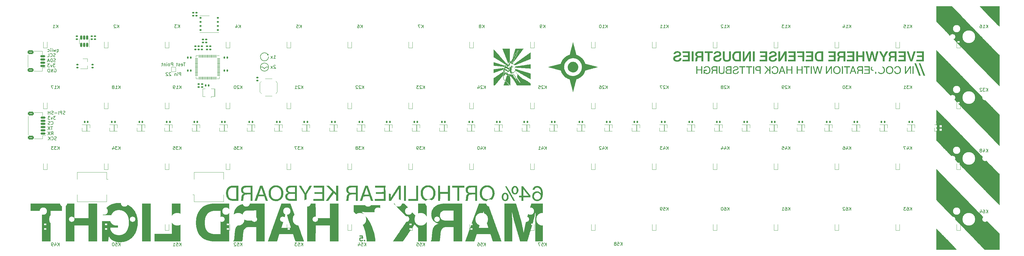
<source format=gbr>
%TF.GenerationSoftware,KiCad,Pcbnew,(6.0.11)*%
%TF.CreationDate,2023-02-13T13:43:31-05:00*%
%TF.ProjectId,HardLight,48617264-4c69-4676-9874-2e6b69636164,Mark 2 Rev F*%
%TF.SameCoordinates,Original*%
%TF.FileFunction,Legend,Bot*%
%TF.FilePolarity,Positive*%
%FSLAX46Y46*%
G04 Gerber Fmt 4.6, Leading zero omitted, Abs format (unit mm)*
G04 Created by KiCad (PCBNEW (6.0.11)) date 2023-02-13 13:43:31*
%MOMM*%
%LPD*%
G01*
G04 APERTURE LIST*
G04 Aperture macros list*
%AMRoundRect*
0 Rectangle with rounded corners*
0 $1 Rounding radius*
0 $2 $3 $4 $5 $6 $7 $8 $9 X,Y pos of 4 corners*
0 Add a 4 corners polygon primitive as box body*
4,1,4,$2,$3,$4,$5,$6,$7,$8,$9,$2,$3,0*
0 Add four circle primitives for the rounded corners*
1,1,$1+$1,$2,$3*
1,1,$1+$1,$4,$5*
1,1,$1+$1,$6,$7*
1,1,$1+$1,$8,$9*
0 Add four rect primitives between the rounded corners*
20,1,$1+$1,$2,$3,$4,$5,0*
20,1,$1+$1,$4,$5,$6,$7,0*
20,1,$1+$1,$6,$7,$8,$9,0*
20,1,$1+$1,$8,$9,$2,$3,0*%
G04 Aperture macros list end*
%ADD10C,0.150000*%
%ADD11C,0.300000*%
%ADD12C,0.120000*%
%ADD13C,0.075000*%
%ADD14C,3.987800*%
%ADD15C,1.701800*%
%ADD16C,2.286000*%
%ADD17C,3.200000*%
%ADD18O,2.150000X1.750000*%
%ADD19RoundRect,0.147500X0.172500X-0.147500X0.172500X0.147500X-0.172500X0.147500X-0.172500X-0.147500X0*%
%ADD20RoundRect,0.147500X-0.172500X0.147500X-0.172500X-0.147500X0.172500X-0.147500X0.172500X0.147500X0*%
%ADD21RoundRect,0.147500X-0.147500X-0.172500X0.147500X-0.172500X0.147500X0.172500X-0.147500X0.172500X0*%
%ADD22RoundRect,0.050000X0.387500X0.050000X-0.387500X0.050000X-0.387500X-0.050000X0.387500X-0.050000X0*%
%ADD23RoundRect,0.050000X0.050000X0.387500X-0.050000X0.387500X-0.050000X-0.387500X0.050000X-0.387500X0*%
%ADD24R,3.050000X3.050000*%
%ADD25R,0.700000X0.600000*%
%ADD26R,0.900000X0.800000*%
%ADD27RoundRect,0.147500X0.147500X0.172500X-0.147500X0.172500X-0.147500X-0.172500X0.147500X-0.172500X0*%
%ADD28C,0.650000*%
%ADD29R,0.600000X1.450000*%
%ADD30R,0.300000X1.450000*%
%ADD31O,1.000000X1.600000*%
%ADD32O,1.000000X2.100000*%
%ADD33R,0.700000X0.700000*%
%ADD34R,2.000000X4.200000*%
%ADD35RoundRect,0.150000X0.625000X-0.150000X0.625000X0.150000X-0.625000X0.150000X-0.625000X-0.150000X0*%
%ADD36RoundRect,0.250000X0.650000X-0.350000X0.650000X0.350000X-0.650000X0.350000X-0.650000X-0.350000X0*%
%ADD37R,1.000000X1.000000*%
%ADD38RoundRect,0.125000X0.250000X0.125000X-0.250000X0.125000X-0.250000X-0.125000X0.250000X-0.125000X0*%
%ADD39R,1.587400X4.300000*%
%ADD40R,0.400000X1.900000*%
%ADD41RoundRect,0.150000X0.150000X-0.512500X0.150000X0.512500X-0.150000X0.512500X-0.150000X-0.512500X0*%
%ADD42R,1.100000X1.800000*%
G04 APERTURE END LIST*
D10*
X105428043Y-86712779D02*
G75*
G03*
X105562100Y-87280750I-1135943J-567921D01*
G01*
X105181100Y-86645750D02*
X105435100Y-86391750D01*
X105435100Y-86391750D02*
X105428023Y-86712789D01*
X104292100Y-90995500D02*
X104800100Y-90487500D01*
X103022100Y-90487500D02*
X103784100Y-90487500D01*
X103784100Y-90487500D02*
X104292100Y-90995500D01*
X105562100Y-90487500D02*
G75*
G03*
X105562100Y-90487500I-1270000J0D01*
G01*
X104800100Y-90487500D02*
X105562100Y-90487500D01*
X105428023Y-86712789D02*
X105181100Y-86645750D01*
X39387738Y-84957714D02*
X39387738Y-85957714D01*
X39387738Y-85576761D02*
X39482976Y-85624380D01*
X39673452Y-85624380D01*
X39768690Y-85576761D01*
X39816309Y-85529142D01*
X39863928Y-85433904D01*
X39863928Y-85148190D01*
X39816309Y-85052952D01*
X39768690Y-85005333D01*
X39673452Y-84957714D01*
X39482976Y-84957714D01*
X39387738Y-85005333D01*
X39006785Y-84957714D02*
X38816309Y-85624380D01*
X38625833Y-85148190D01*
X38435357Y-85624380D01*
X38244880Y-84957714D01*
X37863928Y-85624380D02*
X37863928Y-84957714D01*
X37863928Y-84624380D02*
X37911547Y-84672000D01*
X37863928Y-84719619D01*
X37816309Y-84672000D01*
X37863928Y-84624380D01*
X37863928Y-84719619D01*
X37387738Y-85624380D02*
X37387738Y-84957714D01*
X37387738Y-84624380D02*
X37435357Y-84672000D01*
X37387738Y-84719619D01*
X37340119Y-84672000D01*
X37387738Y-84624380D01*
X37387738Y-84719619D01*
X36482976Y-85576761D02*
X36578214Y-85624380D01*
X36768690Y-85624380D01*
X36863928Y-85576761D01*
X36911547Y-85529142D01*
X36959166Y-85433904D01*
X36959166Y-85148190D01*
X36911547Y-85052952D01*
X36863928Y-85005333D01*
X36768690Y-84957714D01*
X36578214Y-84957714D01*
X36482976Y-85005333D01*
X38863928Y-87186761D02*
X38721071Y-87234380D01*
X38482976Y-87234380D01*
X38387738Y-87186761D01*
X38340119Y-87139142D01*
X38292500Y-87043904D01*
X38292500Y-86948666D01*
X38340119Y-86853428D01*
X38387738Y-86805809D01*
X38482976Y-86758190D01*
X38673452Y-86710571D01*
X38768690Y-86662952D01*
X38816309Y-86615333D01*
X38863928Y-86520095D01*
X38863928Y-86424857D01*
X38816309Y-86329619D01*
X38768690Y-86282000D01*
X38673452Y-86234380D01*
X38435357Y-86234380D01*
X38292500Y-86282000D01*
X37292500Y-87139142D02*
X37340119Y-87186761D01*
X37482976Y-87234380D01*
X37578214Y-87234380D01*
X37721071Y-87186761D01*
X37816309Y-87091523D01*
X37863928Y-86996285D01*
X37911547Y-86805809D01*
X37911547Y-86662952D01*
X37863928Y-86472476D01*
X37816309Y-86377238D01*
X37721071Y-86282000D01*
X37578214Y-86234380D01*
X37482976Y-86234380D01*
X37340119Y-86282000D01*
X37292500Y-86329619D01*
X36387738Y-87234380D02*
X36863928Y-87234380D01*
X36863928Y-86234380D01*
X38911547Y-88796761D02*
X38768690Y-88844380D01*
X38530595Y-88844380D01*
X38435357Y-88796761D01*
X38387738Y-88749142D01*
X38340119Y-88653904D01*
X38340119Y-88558666D01*
X38387738Y-88463428D01*
X38435357Y-88415809D01*
X38530595Y-88368190D01*
X38721071Y-88320571D01*
X38816309Y-88272952D01*
X38863928Y-88225333D01*
X38911547Y-88130095D01*
X38911547Y-88034857D01*
X38863928Y-87939619D01*
X38816309Y-87892000D01*
X38721071Y-87844380D01*
X38482976Y-87844380D01*
X38340119Y-87892000D01*
X37911547Y-88844380D02*
X37911547Y-87844380D01*
X37673452Y-87844380D01*
X37530595Y-87892000D01*
X37435357Y-87987238D01*
X37387738Y-88082476D01*
X37340119Y-88272952D01*
X37340119Y-88415809D01*
X37387738Y-88606285D01*
X37435357Y-88701523D01*
X37530595Y-88796761D01*
X37673452Y-88844380D01*
X37911547Y-88844380D01*
X36959166Y-88558666D02*
X36482976Y-88558666D01*
X37054404Y-88844380D02*
X36721071Y-87844380D01*
X36387738Y-88844380D01*
X38816309Y-89454380D02*
X38197261Y-89454380D01*
X38530595Y-89835333D01*
X38387738Y-89835333D01*
X38292500Y-89882952D01*
X38244880Y-89930571D01*
X38197261Y-90025809D01*
X38197261Y-90263904D01*
X38244880Y-90359142D01*
X38292500Y-90406761D01*
X38387738Y-90454380D01*
X38673452Y-90454380D01*
X38768690Y-90406761D01*
X38816309Y-90359142D01*
X37863928Y-89787714D02*
X37625833Y-90454380D01*
X37387738Y-89787714D01*
X37102023Y-89454380D02*
X36482976Y-89454380D01*
X36816309Y-89835333D01*
X36673452Y-89835333D01*
X36578214Y-89882952D01*
X36530595Y-89930571D01*
X36482976Y-90025809D01*
X36482976Y-90263904D01*
X36530595Y-90359142D01*
X36578214Y-90406761D01*
X36673452Y-90454380D01*
X36959166Y-90454380D01*
X37054404Y-90406761D01*
X37102023Y-90359142D01*
X38578214Y-91112000D02*
X38673452Y-91064380D01*
X38816309Y-91064380D01*
X38959166Y-91112000D01*
X39054404Y-91207238D01*
X39102023Y-91302476D01*
X39149642Y-91492952D01*
X39149642Y-91635809D01*
X39102023Y-91826285D01*
X39054404Y-91921523D01*
X38959166Y-92016761D01*
X38816309Y-92064380D01*
X38721071Y-92064380D01*
X38578214Y-92016761D01*
X38530595Y-91969142D01*
X38530595Y-91635809D01*
X38721071Y-91635809D01*
X38102023Y-92064380D02*
X38102023Y-91064380D01*
X37530595Y-92064380D01*
X37530595Y-91064380D01*
X37054404Y-92064380D02*
X37054404Y-91064380D01*
X36816309Y-91064380D01*
X36673452Y-91112000D01*
X36578214Y-91207238D01*
X36530595Y-91302476D01*
X36482976Y-91492952D01*
X36482976Y-91635809D01*
X36530595Y-91826285D01*
X36578214Y-91921523D01*
X36673452Y-92016761D01*
X36816309Y-92064380D01*
X37054404Y-92064380D01*
X41895690Y-105218761D02*
X41752833Y-105266380D01*
X41514738Y-105266380D01*
X41419500Y-105218761D01*
X41371880Y-105171142D01*
X41324261Y-105075904D01*
X41324261Y-104980666D01*
X41371880Y-104885428D01*
X41419500Y-104837809D01*
X41514738Y-104790190D01*
X41705214Y-104742571D01*
X41800452Y-104694952D01*
X41848071Y-104647333D01*
X41895690Y-104552095D01*
X41895690Y-104456857D01*
X41848071Y-104361619D01*
X41800452Y-104314000D01*
X41705214Y-104266380D01*
X41467119Y-104266380D01*
X41324261Y-104314000D01*
X40895690Y-105266380D02*
X40895690Y-104266380D01*
X40514738Y-104266380D01*
X40419500Y-104314000D01*
X40371880Y-104361619D01*
X40324261Y-104456857D01*
X40324261Y-104599714D01*
X40371880Y-104694952D01*
X40419500Y-104742571D01*
X40514738Y-104790190D01*
X40895690Y-104790190D01*
X39895690Y-105266380D02*
X39895690Y-104266380D01*
X39419500Y-104885428D02*
X38657595Y-104885428D01*
X38229023Y-105218761D02*
X38086166Y-105266380D01*
X37848071Y-105266380D01*
X37752833Y-105218761D01*
X37705214Y-105171142D01*
X37657595Y-105075904D01*
X37657595Y-104980666D01*
X37705214Y-104885428D01*
X37752833Y-104837809D01*
X37848071Y-104790190D01*
X38038547Y-104742571D01*
X38133785Y-104694952D01*
X38181404Y-104647333D01*
X38229023Y-104552095D01*
X38229023Y-104456857D01*
X38181404Y-104361619D01*
X38133785Y-104314000D01*
X38038547Y-104266380D01*
X37800452Y-104266380D01*
X37657595Y-104314000D01*
X37229023Y-105266380D02*
X37229023Y-104266380D01*
X37229023Y-104742571D02*
X36657595Y-104742571D01*
X36657595Y-105266380D02*
X36657595Y-104266380D01*
X38943309Y-105876380D02*
X38324261Y-105876380D01*
X38657595Y-106257333D01*
X38514738Y-106257333D01*
X38419500Y-106304952D01*
X38371880Y-106352571D01*
X38324261Y-106447809D01*
X38324261Y-106685904D01*
X38371880Y-106781142D01*
X38419500Y-106828761D01*
X38514738Y-106876380D01*
X38800452Y-106876380D01*
X38895690Y-106828761D01*
X38943309Y-106781142D01*
X37990928Y-106209714D02*
X37752833Y-106876380D01*
X37514738Y-106209714D01*
X37229023Y-105876380D02*
X36609976Y-105876380D01*
X36943309Y-106257333D01*
X36800452Y-106257333D01*
X36705214Y-106304952D01*
X36657595Y-106352571D01*
X36609976Y-106447809D01*
X36609976Y-106685904D01*
X36657595Y-106781142D01*
X36705214Y-106828761D01*
X36800452Y-106876380D01*
X37086166Y-106876380D01*
X37181404Y-106828761D01*
X37229023Y-106781142D01*
X37562357Y-108391142D02*
X37609976Y-108438761D01*
X37752833Y-108486380D01*
X37848071Y-108486380D01*
X37990928Y-108438761D01*
X38086166Y-108343523D01*
X38133785Y-108248285D01*
X38181404Y-108057809D01*
X38181404Y-107914952D01*
X38133785Y-107724476D01*
X38086166Y-107629238D01*
X37990928Y-107534000D01*
X37848071Y-107486380D01*
X37752833Y-107486380D01*
X37609976Y-107534000D01*
X37562357Y-107581619D01*
X37181404Y-108438761D02*
X37038547Y-108486380D01*
X36800452Y-108486380D01*
X36705214Y-108438761D01*
X36657595Y-108391142D01*
X36609976Y-108295904D01*
X36609976Y-108200666D01*
X36657595Y-108105428D01*
X36705214Y-108057809D01*
X36800452Y-108010190D01*
X36990928Y-107962571D01*
X37086166Y-107914952D01*
X37133785Y-107867333D01*
X37181404Y-107772095D01*
X37181404Y-107676857D01*
X37133785Y-107581619D01*
X37086166Y-107534000D01*
X36990928Y-107486380D01*
X36752833Y-107486380D01*
X36609976Y-107534000D01*
X38038547Y-109096380D02*
X37467119Y-109096380D01*
X37752833Y-110096380D02*
X37752833Y-109096380D01*
X37229023Y-109096380D02*
X36562357Y-110096380D01*
X36562357Y-109096380D02*
X37229023Y-110096380D01*
X37562357Y-111706380D02*
X37895690Y-111230190D01*
X38133785Y-111706380D02*
X38133785Y-110706380D01*
X37752833Y-110706380D01*
X37657595Y-110754000D01*
X37609976Y-110801619D01*
X37562357Y-110896857D01*
X37562357Y-111039714D01*
X37609976Y-111134952D01*
X37657595Y-111182571D01*
X37752833Y-111230190D01*
X38133785Y-111230190D01*
X37229023Y-110706380D02*
X36562357Y-111706380D01*
X36562357Y-110706380D02*
X37229023Y-111706380D01*
X39181404Y-113268761D02*
X39038547Y-113316380D01*
X38800452Y-113316380D01*
X38705214Y-113268761D01*
X38657595Y-113221142D01*
X38609976Y-113125904D01*
X38609976Y-113030666D01*
X38657595Y-112935428D01*
X38705214Y-112887809D01*
X38800452Y-112840190D01*
X38990928Y-112792571D01*
X39086166Y-112744952D01*
X39133785Y-112697333D01*
X39181404Y-112602095D01*
X39181404Y-112506857D01*
X39133785Y-112411619D01*
X39086166Y-112364000D01*
X38990928Y-112316380D01*
X38752833Y-112316380D01*
X38609976Y-112364000D01*
X37609976Y-113221142D02*
X37657595Y-113268761D01*
X37800452Y-113316380D01*
X37895690Y-113316380D01*
X38038547Y-113268761D01*
X38133785Y-113173523D01*
X38181404Y-113078285D01*
X38229023Y-112887809D01*
X38229023Y-112744952D01*
X38181404Y-112554476D01*
X38133785Y-112459238D01*
X38038547Y-112364000D01*
X37895690Y-112316380D01*
X37800452Y-112316380D01*
X37657595Y-112364000D01*
X37609976Y-112411619D01*
X37181404Y-113316380D02*
X37181404Y-112316380D01*
X36609976Y-113316380D02*
X37038547Y-112744952D01*
X36609976Y-112316380D02*
X37181404Y-112887809D01*
X79533285Y-89114380D02*
X78961857Y-89114380D01*
X79247571Y-90114380D02*
X79247571Y-89114380D01*
X78247571Y-90066761D02*
X78342809Y-90114380D01*
X78533285Y-90114380D01*
X78628523Y-90066761D01*
X78676142Y-89971523D01*
X78676142Y-89590571D01*
X78628523Y-89495333D01*
X78533285Y-89447714D01*
X78342809Y-89447714D01*
X78247571Y-89495333D01*
X78199952Y-89590571D01*
X78199952Y-89685809D01*
X78676142Y-89781047D01*
X77819000Y-90066761D02*
X77723761Y-90114380D01*
X77533285Y-90114380D01*
X77438047Y-90066761D01*
X77390428Y-89971523D01*
X77390428Y-89923904D01*
X77438047Y-89828666D01*
X77533285Y-89781047D01*
X77676142Y-89781047D01*
X77771380Y-89733428D01*
X77819000Y-89638190D01*
X77819000Y-89590571D01*
X77771380Y-89495333D01*
X77676142Y-89447714D01*
X77533285Y-89447714D01*
X77438047Y-89495333D01*
X77104714Y-89447714D02*
X76723761Y-89447714D01*
X76961857Y-89114380D02*
X76961857Y-89971523D01*
X76914238Y-90066761D01*
X76819000Y-90114380D01*
X76723761Y-90114380D01*
X75628523Y-90114380D02*
X75628523Y-89114380D01*
X75247571Y-89114380D01*
X75152333Y-89162000D01*
X75104714Y-89209619D01*
X75057095Y-89304857D01*
X75057095Y-89447714D01*
X75104714Y-89542952D01*
X75152333Y-89590571D01*
X75247571Y-89638190D01*
X75628523Y-89638190D01*
X74485666Y-90114380D02*
X74580904Y-90066761D01*
X74628523Y-90019142D01*
X74676142Y-89923904D01*
X74676142Y-89638190D01*
X74628523Y-89542952D01*
X74580904Y-89495333D01*
X74485666Y-89447714D01*
X74342809Y-89447714D01*
X74247571Y-89495333D01*
X74199952Y-89542952D01*
X74152333Y-89638190D01*
X74152333Y-89923904D01*
X74199952Y-90019142D01*
X74247571Y-90066761D01*
X74342809Y-90114380D01*
X74485666Y-90114380D01*
X73723761Y-90114380D02*
X73723761Y-89447714D01*
X73723761Y-89114380D02*
X73771380Y-89162000D01*
X73723761Y-89209619D01*
X73676142Y-89162000D01*
X73723761Y-89114380D01*
X73723761Y-89209619D01*
X73247571Y-89447714D02*
X73247571Y-90114380D01*
X73247571Y-89542952D02*
X73199952Y-89495333D01*
X73104714Y-89447714D01*
X72961857Y-89447714D01*
X72866619Y-89495333D01*
X72819000Y-89590571D01*
X72819000Y-90114380D01*
X72485666Y-89447714D02*
X72104714Y-89447714D01*
X72342809Y-89114380D02*
X72342809Y-89971523D01*
X72295190Y-90066761D01*
X72199952Y-90114380D01*
X72104714Y-90114380D01*
D11*
X135617257Y-144756914D02*
X135545828Y-144828342D01*
X135617257Y-144899771D01*
X135688685Y-144828342D01*
X135617257Y-144756914D01*
X135617257Y-144899771D01*
X134188685Y-143399771D02*
X134902971Y-143399771D01*
X134974400Y-144114057D01*
X134902971Y-144042628D01*
X134760114Y-143971200D01*
X134402971Y-143971200D01*
X134260114Y-144042628D01*
X134188685Y-144114057D01*
X134117257Y-144256914D01*
X134117257Y-144614057D01*
X134188685Y-144756914D01*
X134260114Y-144828342D01*
X134402971Y-144899771D01*
X134760114Y-144899771D01*
X134902971Y-144828342D01*
X134974400Y-144756914D01*
D10*
X107751176Y-90003369D02*
X107703557Y-89955750D01*
X107608319Y-89908130D01*
X107370223Y-89908130D01*
X107274985Y-89955750D01*
X107227366Y-90003369D01*
X107179747Y-90098607D01*
X107179747Y-90193845D01*
X107227366Y-90336702D01*
X107798795Y-90908130D01*
X107179747Y-90908130D01*
X106846414Y-90908130D02*
X106322604Y-90241464D01*
X106846414Y-90241464D02*
X106322604Y-90908130D01*
X107179747Y-87764880D02*
X107751176Y-87764880D01*
X107465461Y-87764880D02*
X107465461Y-86764880D01*
X107560700Y-86907738D01*
X107655938Y-87002976D01*
X107751176Y-87050595D01*
X106846414Y-87764880D02*
X106322604Y-87098214D01*
X106846414Y-87098214D02*
X106322604Y-87764880D01*
%TO.C,K2*%
X58681845Y-78239880D02*
X58681845Y-77239880D01*
X58110416Y-78239880D02*
X58538988Y-77668452D01*
X58110416Y-77239880D02*
X58681845Y-77811309D01*
X57729464Y-77335119D02*
X57681845Y-77287500D01*
X57586607Y-77239880D01*
X57348511Y-77239880D01*
X57253273Y-77287500D01*
X57205654Y-77335119D01*
X57158035Y-77430357D01*
X57158035Y-77525595D01*
X57205654Y-77668452D01*
X57777083Y-78239880D01*
X57158035Y-78239880D01*
%TO.C,K3*%
X77731845Y-78227180D02*
X77731845Y-77227180D01*
X77160416Y-78227180D02*
X77588988Y-77655752D01*
X77160416Y-77227180D02*
X77731845Y-77798609D01*
X76827083Y-77227180D02*
X76208035Y-77227180D01*
X76541369Y-77608133D01*
X76398511Y-77608133D01*
X76303273Y-77655752D01*
X76255654Y-77703371D01*
X76208035Y-77798609D01*
X76208035Y-78036704D01*
X76255654Y-78131942D01*
X76303273Y-78179561D01*
X76398511Y-78227180D01*
X76684226Y-78227180D01*
X76779464Y-78179561D01*
X76827083Y-78131942D01*
%TO.C,K6*%
X134881845Y-78239880D02*
X134881845Y-77239880D01*
X134310416Y-78239880D02*
X134738988Y-77668452D01*
X134310416Y-77239880D02*
X134881845Y-77811309D01*
X133453273Y-77239880D02*
X133643750Y-77239880D01*
X133738988Y-77287500D01*
X133786607Y-77335119D01*
X133881845Y-77477976D01*
X133929464Y-77668452D01*
X133929464Y-78049404D01*
X133881845Y-78144642D01*
X133834226Y-78192261D01*
X133738988Y-78239880D01*
X133548511Y-78239880D01*
X133453273Y-78192261D01*
X133405654Y-78144642D01*
X133358035Y-78049404D01*
X133358035Y-77811309D01*
X133405654Y-77716071D01*
X133453273Y-77668452D01*
X133548511Y-77620833D01*
X133738988Y-77620833D01*
X133834226Y-77668452D01*
X133881845Y-77716071D01*
X133929464Y-77811309D01*
%TO.C,K7*%
X153931845Y-78239880D02*
X153931845Y-77239880D01*
X153360416Y-78239880D02*
X153788988Y-77668452D01*
X153360416Y-77239880D02*
X153931845Y-77811309D01*
X153027083Y-77239880D02*
X152360416Y-77239880D01*
X152788988Y-78239880D01*
%TO.C,K8*%
X172981845Y-78239880D02*
X172981845Y-77239880D01*
X172410416Y-78239880D02*
X172838988Y-77668452D01*
X172410416Y-77239880D02*
X172981845Y-77811309D01*
X171838988Y-77668452D02*
X171934226Y-77620833D01*
X171981845Y-77573214D01*
X172029464Y-77477976D01*
X172029464Y-77430357D01*
X171981845Y-77335119D01*
X171934226Y-77287500D01*
X171838988Y-77239880D01*
X171648511Y-77239880D01*
X171553273Y-77287500D01*
X171505654Y-77335119D01*
X171458035Y-77430357D01*
X171458035Y-77477976D01*
X171505654Y-77573214D01*
X171553273Y-77620833D01*
X171648511Y-77668452D01*
X171838988Y-77668452D01*
X171934226Y-77716071D01*
X171981845Y-77763690D01*
X172029464Y-77858928D01*
X172029464Y-78049404D01*
X171981845Y-78144642D01*
X171934226Y-78192261D01*
X171838988Y-78239880D01*
X171648511Y-78239880D01*
X171553273Y-78192261D01*
X171505654Y-78144642D01*
X171458035Y-78049404D01*
X171458035Y-77858928D01*
X171505654Y-77763690D01*
X171553273Y-77716071D01*
X171648511Y-77668452D01*
%TO.C,K9*%
X192031845Y-78239880D02*
X192031845Y-77239880D01*
X191460416Y-78239880D02*
X191888988Y-77668452D01*
X191460416Y-77239880D02*
X192031845Y-77811309D01*
X190984226Y-78239880D02*
X190793750Y-78239880D01*
X190698511Y-78192261D01*
X190650892Y-78144642D01*
X190555654Y-78001785D01*
X190508035Y-77811309D01*
X190508035Y-77430357D01*
X190555654Y-77335119D01*
X190603273Y-77287500D01*
X190698511Y-77239880D01*
X190888988Y-77239880D01*
X190984226Y-77287500D01*
X191031845Y-77335119D01*
X191079464Y-77430357D01*
X191079464Y-77668452D01*
X191031845Y-77763690D01*
X190984226Y-77811309D01*
X190888988Y-77858928D01*
X190698511Y-77858928D01*
X190603273Y-77811309D01*
X190555654Y-77763690D01*
X190508035Y-77668452D01*
%TO.C,K10*%
X211558035Y-78239880D02*
X211558035Y-77239880D01*
X210986607Y-78239880D02*
X211415178Y-77668452D01*
X210986607Y-77239880D02*
X211558035Y-77811309D01*
X210034226Y-78239880D02*
X210605654Y-78239880D01*
X210319940Y-78239880D02*
X210319940Y-77239880D01*
X210415178Y-77382738D01*
X210510416Y-77477976D01*
X210605654Y-77525595D01*
X209415178Y-77239880D02*
X209319940Y-77239880D01*
X209224702Y-77287500D01*
X209177083Y-77335119D01*
X209129464Y-77430357D01*
X209081845Y-77620833D01*
X209081845Y-77858928D01*
X209129464Y-78049404D01*
X209177083Y-78144642D01*
X209224702Y-78192261D01*
X209319940Y-78239880D01*
X209415178Y-78239880D01*
X209510416Y-78192261D01*
X209558035Y-78144642D01*
X209605654Y-78049404D01*
X209653273Y-77858928D01*
X209653273Y-77620833D01*
X209605654Y-77430357D01*
X209558035Y-77335119D01*
X209510416Y-77287500D01*
X209415178Y-77239880D01*
%TO.C,K11*%
X230608035Y-78239880D02*
X230608035Y-77239880D01*
X230036607Y-78239880D02*
X230465178Y-77668452D01*
X230036607Y-77239880D02*
X230608035Y-77811309D01*
X229084226Y-78239880D02*
X229655654Y-78239880D01*
X229369940Y-78239880D02*
X229369940Y-77239880D01*
X229465178Y-77382738D01*
X229560416Y-77477976D01*
X229655654Y-77525595D01*
X228131845Y-78239880D02*
X228703273Y-78239880D01*
X228417559Y-78239880D02*
X228417559Y-77239880D01*
X228512797Y-77382738D01*
X228608035Y-77477976D01*
X228703273Y-77525595D01*
%TO.C,K12*%
X249658035Y-78239880D02*
X249658035Y-77239880D01*
X249086607Y-78239880D02*
X249515178Y-77668452D01*
X249086607Y-77239880D02*
X249658035Y-77811309D01*
X248134226Y-78239880D02*
X248705654Y-78239880D01*
X248419940Y-78239880D02*
X248419940Y-77239880D01*
X248515178Y-77382738D01*
X248610416Y-77477976D01*
X248705654Y-77525595D01*
X247753273Y-77335119D02*
X247705654Y-77287500D01*
X247610416Y-77239880D01*
X247372321Y-77239880D01*
X247277083Y-77287500D01*
X247229464Y-77335119D01*
X247181845Y-77430357D01*
X247181845Y-77525595D01*
X247229464Y-77668452D01*
X247800892Y-78239880D01*
X247181845Y-78239880D01*
%TO.C,K13*%
X268708035Y-78239880D02*
X268708035Y-77239880D01*
X268136607Y-78239880D02*
X268565178Y-77668452D01*
X268136607Y-77239880D02*
X268708035Y-77811309D01*
X267184226Y-78239880D02*
X267755654Y-78239880D01*
X267469940Y-78239880D02*
X267469940Y-77239880D01*
X267565178Y-77382738D01*
X267660416Y-77477976D01*
X267755654Y-77525595D01*
X266850892Y-77239880D02*
X266231845Y-77239880D01*
X266565178Y-77620833D01*
X266422321Y-77620833D01*
X266327083Y-77668452D01*
X266279464Y-77716071D01*
X266231845Y-77811309D01*
X266231845Y-78049404D01*
X266279464Y-78144642D01*
X266327083Y-78192261D01*
X266422321Y-78239880D01*
X266708035Y-78239880D01*
X266803273Y-78192261D01*
X266850892Y-78144642D01*
%TO.C,K14*%
X287758035Y-78239880D02*
X287758035Y-77239880D01*
X287186607Y-78239880D02*
X287615178Y-77668452D01*
X287186607Y-77239880D02*
X287758035Y-77811309D01*
X286234226Y-78239880D02*
X286805654Y-78239880D01*
X286519940Y-78239880D02*
X286519940Y-77239880D01*
X286615178Y-77382738D01*
X286710416Y-77477976D01*
X286805654Y-77525595D01*
X285377083Y-77573214D02*
X285377083Y-78239880D01*
X285615178Y-77192261D02*
X285853273Y-77906547D01*
X285234226Y-77906547D01*
%TO.C,K15*%
X306808035Y-78239880D02*
X306808035Y-77239880D01*
X306236607Y-78239880D02*
X306665178Y-77668452D01*
X306236607Y-77239880D02*
X306808035Y-77811309D01*
X305284226Y-78239880D02*
X305855654Y-78239880D01*
X305569940Y-78239880D02*
X305569940Y-77239880D01*
X305665178Y-77382738D01*
X305760416Y-77477976D01*
X305855654Y-77525595D01*
X304379464Y-77239880D02*
X304855654Y-77239880D01*
X304903273Y-77716071D01*
X304855654Y-77668452D01*
X304760416Y-77620833D01*
X304522321Y-77620833D01*
X304427083Y-77668452D01*
X304379464Y-77716071D01*
X304331845Y-77811309D01*
X304331845Y-78049404D01*
X304379464Y-78144642D01*
X304427083Y-78192261D01*
X304522321Y-78239880D01*
X304760416Y-78239880D01*
X304855654Y-78192261D01*
X304903273Y-78144642D01*
%TO.C,K16*%
X330620535Y-78239880D02*
X330620535Y-77239880D01*
X330049107Y-78239880D02*
X330477678Y-77668452D01*
X330049107Y-77239880D02*
X330620535Y-77811309D01*
X329096726Y-78239880D02*
X329668154Y-78239880D01*
X329382440Y-78239880D02*
X329382440Y-77239880D01*
X329477678Y-77382738D01*
X329572916Y-77477976D01*
X329668154Y-77525595D01*
X328239583Y-77239880D02*
X328430059Y-77239880D01*
X328525297Y-77287500D01*
X328572916Y-77335119D01*
X328668154Y-77477976D01*
X328715773Y-77668452D01*
X328715773Y-78049404D01*
X328668154Y-78144642D01*
X328620535Y-78192261D01*
X328525297Y-78239880D01*
X328334821Y-78239880D01*
X328239583Y-78192261D01*
X328191964Y-78144642D01*
X328144345Y-78049404D01*
X328144345Y-77811309D01*
X328191964Y-77716071D01*
X328239583Y-77668452D01*
X328334821Y-77620833D01*
X328525297Y-77620833D01*
X328620535Y-77668452D01*
X328668154Y-77716071D01*
X328715773Y-77811309D01*
%TO.C,K17*%
X40108035Y-97289880D02*
X40108035Y-96289880D01*
X39536607Y-97289880D02*
X39965178Y-96718452D01*
X39536607Y-96289880D02*
X40108035Y-96861309D01*
X38584226Y-97289880D02*
X39155654Y-97289880D01*
X38869940Y-97289880D02*
X38869940Y-96289880D01*
X38965178Y-96432738D01*
X39060416Y-96527976D01*
X39155654Y-96575595D01*
X38250892Y-96289880D02*
X37584226Y-96289880D01*
X38012797Y-97289880D01*
%TO.C,K18*%
X59158035Y-97289880D02*
X59158035Y-96289880D01*
X58586607Y-97289880D02*
X59015178Y-96718452D01*
X58586607Y-96289880D02*
X59158035Y-96861309D01*
X57634226Y-97289880D02*
X58205654Y-97289880D01*
X57919940Y-97289880D02*
X57919940Y-96289880D01*
X58015178Y-96432738D01*
X58110416Y-96527976D01*
X58205654Y-96575595D01*
X57062797Y-96718452D02*
X57158035Y-96670833D01*
X57205654Y-96623214D01*
X57253273Y-96527976D01*
X57253273Y-96480357D01*
X57205654Y-96385119D01*
X57158035Y-96337500D01*
X57062797Y-96289880D01*
X56872321Y-96289880D01*
X56777083Y-96337500D01*
X56729464Y-96385119D01*
X56681845Y-96480357D01*
X56681845Y-96527976D01*
X56729464Y-96623214D01*
X56777083Y-96670833D01*
X56872321Y-96718452D01*
X57062797Y-96718452D01*
X57158035Y-96766071D01*
X57205654Y-96813690D01*
X57253273Y-96908928D01*
X57253273Y-97099404D01*
X57205654Y-97194642D01*
X57158035Y-97242261D01*
X57062797Y-97289880D01*
X56872321Y-97289880D01*
X56777083Y-97242261D01*
X56729464Y-97194642D01*
X56681845Y-97099404D01*
X56681845Y-96908928D01*
X56729464Y-96813690D01*
X56777083Y-96766071D01*
X56872321Y-96718452D01*
%TO.C,K19*%
X78208035Y-97289880D02*
X78208035Y-96289880D01*
X77636607Y-97289880D02*
X78065178Y-96718452D01*
X77636607Y-96289880D02*
X78208035Y-96861309D01*
X76684226Y-97289880D02*
X77255654Y-97289880D01*
X76969940Y-97289880D02*
X76969940Y-96289880D01*
X77065178Y-96432738D01*
X77160416Y-96527976D01*
X77255654Y-96575595D01*
X76208035Y-97289880D02*
X76017559Y-97289880D01*
X75922321Y-97242261D01*
X75874702Y-97194642D01*
X75779464Y-97051785D01*
X75731845Y-96861309D01*
X75731845Y-96480357D01*
X75779464Y-96385119D01*
X75827083Y-96337500D01*
X75922321Y-96289880D01*
X76112797Y-96289880D01*
X76208035Y-96337500D01*
X76255654Y-96385119D01*
X76303273Y-96480357D01*
X76303273Y-96718452D01*
X76255654Y-96813690D01*
X76208035Y-96861309D01*
X76112797Y-96908928D01*
X75922321Y-96908928D01*
X75827083Y-96861309D01*
X75779464Y-96813690D01*
X75731845Y-96718452D01*
%TO.C,K22*%
X135358035Y-97289880D02*
X135358035Y-96289880D01*
X134786607Y-97289880D02*
X135215178Y-96718452D01*
X134786607Y-96289880D02*
X135358035Y-96861309D01*
X134405654Y-96385119D02*
X134358035Y-96337500D01*
X134262797Y-96289880D01*
X134024702Y-96289880D01*
X133929464Y-96337500D01*
X133881845Y-96385119D01*
X133834226Y-96480357D01*
X133834226Y-96575595D01*
X133881845Y-96718452D01*
X134453273Y-97289880D01*
X133834226Y-97289880D01*
X133453273Y-96385119D02*
X133405654Y-96337500D01*
X133310416Y-96289880D01*
X133072321Y-96289880D01*
X132977083Y-96337500D01*
X132929464Y-96385119D01*
X132881845Y-96480357D01*
X132881845Y-96575595D01*
X132929464Y-96718452D01*
X133500892Y-97289880D01*
X132881845Y-97289880D01*
%TO.C,K23*%
X154408035Y-97289880D02*
X154408035Y-96289880D01*
X153836607Y-97289880D02*
X154265178Y-96718452D01*
X153836607Y-96289880D02*
X154408035Y-96861309D01*
X153455654Y-96385119D02*
X153408035Y-96337500D01*
X153312797Y-96289880D01*
X153074702Y-96289880D01*
X152979464Y-96337500D01*
X152931845Y-96385119D01*
X152884226Y-96480357D01*
X152884226Y-96575595D01*
X152931845Y-96718452D01*
X153503273Y-97289880D01*
X152884226Y-97289880D01*
X152550892Y-96289880D02*
X151931845Y-96289880D01*
X152265178Y-96670833D01*
X152122321Y-96670833D01*
X152027083Y-96718452D01*
X151979464Y-96766071D01*
X151931845Y-96861309D01*
X151931845Y-97099404D01*
X151979464Y-97194642D01*
X152027083Y-97242261D01*
X152122321Y-97289880D01*
X152408035Y-97289880D01*
X152503273Y-97242261D01*
X152550892Y-97194642D01*
%TO.C,K24*%
X173458035Y-97289880D02*
X173458035Y-96289880D01*
X172886607Y-97289880D02*
X173315178Y-96718452D01*
X172886607Y-96289880D02*
X173458035Y-96861309D01*
X172505654Y-96385119D02*
X172458035Y-96337500D01*
X172362797Y-96289880D01*
X172124702Y-96289880D01*
X172029464Y-96337500D01*
X171981845Y-96385119D01*
X171934226Y-96480357D01*
X171934226Y-96575595D01*
X171981845Y-96718452D01*
X172553273Y-97289880D01*
X171934226Y-97289880D01*
X171077083Y-96623214D02*
X171077083Y-97289880D01*
X171315178Y-96242261D02*
X171553273Y-96956547D01*
X170934226Y-96956547D01*
%TO.C,K25*%
X192508035Y-97289880D02*
X192508035Y-96289880D01*
X191936607Y-97289880D02*
X192365178Y-96718452D01*
X191936607Y-96289880D02*
X192508035Y-96861309D01*
X191555654Y-96385119D02*
X191508035Y-96337500D01*
X191412797Y-96289880D01*
X191174702Y-96289880D01*
X191079464Y-96337500D01*
X191031845Y-96385119D01*
X190984226Y-96480357D01*
X190984226Y-96575595D01*
X191031845Y-96718452D01*
X191603273Y-97289880D01*
X190984226Y-97289880D01*
X190079464Y-96289880D02*
X190555654Y-96289880D01*
X190603273Y-96766071D01*
X190555654Y-96718452D01*
X190460416Y-96670833D01*
X190222321Y-96670833D01*
X190127083Y-96718452D01*
X190079464Y-96766071D01*
X190031845Y-96861309D01*
X190031845Y-97099404D01*
X190079464Y-97194642D01*
X190127083Y-97242261D01*
X190222321Y-97289880D01*
X190460416Y-97289880D01*
X190555654Y-97242261D01*
X190603273Y-97194642D01*
%TO.C,K26*%
X211558035Y-97289880D02*
X211558035Y-96289880D01*
X210986607Y-97289880D02*
X211415178Y-96718452D01*
X210986607Y-96289880D02*
X211558035Y-96861309D01*
X210605654Y-96385119D02*
X210558035Y-96337500D01*
X210462797Y-96289880D01*
X210224702Y-96289880D01*
X210129464Y-96337500D01*
X210081845Y-96385119D01*
X210034226Y-96480357D01*
X210034226Y-96575595D01*
X210081845Y-96718452D01*
X210653273Y-97289880D01*
X210034226Y-97289880D01*
X209177083Y-96289880D02*
X209367559Y-96289880D01*
X209462797Y-96337500D01*
X209510416Y-96385119D01*
X209605654Y-96527976D01*
X209653273Y-96718452D01*
X209653273Y-97099404D01*
X209605654Y-97194642D01*
X209558035Y-97242261D01*
X209462797Y-97289880D01*
X209272321Y-97289880D01*
X209177083Y-97242261D01*
X209129464Y-97194642D01*
X209081845Y-97099404D01*
X209081845Y-96861309D01*
X209129464Y-96766071D01*
X209177083Y-96718452D01*
X209272321Y-96670833D01*
X209462797Y-96670833D01*
X209558035Y-96718452D01*
X209605654Y-96766071D01*
X209653273Y-96861309D01*
%TO.C,K27*%
X230608035Y-97289880D02*
X230608035Y-96289880D01*
X230036607Y-97289880D02*
X230465178Y-96718452D01*
X230036607Y-96289880D02*
X230608035Y-96861309D01*
X229655654Y-96385119D02*
X229608035Y-96337500D01*
X229512797Y-96289880D01*
X229274702Y-96289880D01*
X229179464Y-96337500D01*
X229131845Y-96385119D01*
X229084226Y-96480357D01*
X229084226Y-96575595D01*
X229131845Y-96718452D01*
X229703273Y-97289880D01*
X229084226Y-97289880D01*
X228750892Y-96289880D02*
X228084226Y-96289880D01*
X228512797Y-97289880D01*
%TO.C,K28*%
X249658035Y-97289880D02*
X249658035Y-96289880D01*
X249086607Y-97289880D02*
X249515178Y-96718452D01*
X249086607Y-96289880D02*
X249658035Y-96861309D01*
X248705654Y-96385119D02*
X248658035Y-96337500D01*
X248562797Y-96289880D01*
X248324702Y-96289880D01*
X248229464Y-96337500D01*
X248181845Y-96385119D01*
X248134226Y-96480357D01*
X248134226Y-96575595D01*
X248181845Y-96718452D01*
X248753273Y-97289880D01*
X248134226Y-97289880D01*
X247562797Y-96718452D02*
X247658035Y-96670833D01*
X247705654Y-96623214D01*
X247753273Y-96527976D01*
X247753273Y-96480357D01*
X247705654Y-96385119D01*
X247658035Y-96337500D01*
X247562797Y-96289880D01*
X247372321Y-96289880D01*
X247277083Y-96337500D01*
X247229464Y-96385119D01*
X247181845Y-96480357D01*
X247181845Y-96527976D01*
X247229464Y-96623214D01*
X247277083Y-96670833D01*
X247372321Y-96718452D01*
X247562797Y-96718452D01*
X247658035Y-96766071D01*
X247705654Y-96813690D01*
X247753273Y-96908928D01*
X247753273Y-97099404D01*
X247705654Y-97194642D01*
X247658035Y-97242261D01*
X247562797Y-97289880D01*
X247372321Y-97289880D01*
X247277083Y-97242261D01*
X247229464Y-97194642D01*
X247181845Y-97099404D01*
X247181845Y-96908928D01*
X247229464Y-96813690D01*
X247277083Y-96766071D01*
X247372321Y-96718452D01*
%TO.C,K29*%
X268708035Y-97289880D02*
X268708035Y-96289880D01*
X268136607Y-97289880D02*
X268565178Y-96718452D01*
X268136607Y-96289880D02*
X268708035Y-96861309D01*
X267755654Y-96385119D02*
X267708035Y-96337500D01*
X267612797Y-96289880D01*
X267374702Y-96289880D01*
X267279464Y-96337500D01*
X267231845Y-96385119D01*
X267184226Y-96480357D01*
X267184226Y-96575595D01*
X267231845Y-96718452D01*
X267803273Y-97289880D01*
X267184226Y-97289880D01*
X266708035Y-97289880D02*
X266517559Y-97289880D01*
X266422321Y-97242261D01*
X266374702Y-97194642D01*
X266279464Y-97051785D01*
X266231845Y-96861309D01*
X266231845Y-96480357D01*
X266279464Y-96385119D01*
X266327083Y-96337500D01*
X266422321Y-96289880D01*
X266612797Y-96289880D01*
X266708035Y-96337500D01*
X266755654Y-96385119D01*
X266803273Y-96480357D01*
X266803273Y-96718452D01*
X266755654Y-96813690D01*
X266708035Y-96861309D01*
X266612797Y-96908928D01*
X266422321Y-96908928D01*
X266327083Y-96861309D01*
X266279464Y-96813690D01*
X266231845Y-96718452D01*
%TO.C,K30*%
X287758035Y-97289880D02*
X287758035Y-96289880D01*
X287186607Y-97289880D02*
X287615178Y-96718452D01*
X287186607Y-96289880D02*
X287758035Y-96861309D01*
X286853273Y-96289880D02*
X286234226Y-96289880D01*
X286567559Y-96670833D01*
X286424702Y-96670833D01*
X286329464Y-96718452D01*
X286281845Y-96766071D01*
X286234226Y-96861309D01*
X286234226Y-97099404D01*
X286281845Y-97194642D01*
X286329464Y-97242261D01*
X286424702Y-97289880D01*
X286710416Y-97289880D01*
X286805654Y-97242261D01*
X286853273Y-97194642D01*
X285615178Y-96289880D02*
X285519940Y-96289880D01*
X285424702Y-96337500D01*
X285377083Y-96385119D01*
X285329464Y-96480357D01*
X285281845Y-96670833D01*
X285281845Y-96908928D01*
X285329464Y-97099404D01*
X285377083Y-97194642D01*
X285424702Y-97242261D01*
X285519940Y-97289880D01*
X285615178Y-97289880D01*
X285710416Y-97242261D01*
X285758035Y-97194642D01*
X285805654Y-97099404D01*
X285853273Y-96908928D01*
X285853273Y-96670833D01*
X285805654Y-96480357D01*
X285758035Y-96385119D01*
X285710416Y-96337500D01*
X285615178Y-96289880D01*
%TO.C,K31*%
X306808035Y-97289880D02*
X306808035Y-96289880D01*
X306236607Y-97289880D02*
X306665178Y-96718452D01*
X306236607Y-96289880D02*
X306808035Y-96861309D01*
X305903273Y-96289880D02*
X305284226Y-96289880D01*
X305617559Y-96670833D01*
X305474702Y-96670833D01*
X305379464Y-96718452D01*
X305331845Y-96766071D01*
X305284226Y-96861309D01*
X305284226Y-97099404D01*
X305331845Y-97194642D01*
X305379464Y-97242261D01*
X305474702Y-97289880D01*
X305760416Y-97289880D01*
X305855654Y-97242261D01*
X305903273Y-97194642D01*
X304331845Y-97289880D02*
X304903273Y-97289880D01*
X304617559Y-97289880D02*
X304617559Y-96289880D01*
X304712797Y-96432738D01*
X304808035Y-96527976D01*
X304903273Y-96575595D01*
%TO.C,K32*%
X330620535Y-98083630D02*
X330620535Y-97083630D01*
X330049107Y-98083630D02*
X330477678Y-97512202D01*
X330049107Y-97083630D02*
X330620535Y-97655059D01*
X329715773Y-97083630D02*
X329096726Y-97083630D01*
X329430059Y-97464583D01*
X329287202Y-97464583D01*
X329191964Y-97512202D01*
X329144345Y-97559821D01*
X329096726Y-97655059D01*
X329096726Y-97893154D01*
X329144345Y-97988392D01*
X329191964Y-98036011D01*
X329287202Y-98083630D01*
X329572916Y-98083630D01*
X329668154Y-98036011D01*
X329715773Y-97988392D01*
X328715773Y-97178869D02*
X328668154Y-97131250D01*
X328572916Y-97083630D01*
X328334821Y-97083630D01*
X328239583Y-97131250D01*
X328191964Y-97178869D01*
X328144345Y-97274107D01*
X328144345Y-97369345D01*
X328191964Y-97512202D01*
X328763392Y-98083630D01*
X328144345Y-98083630D01*
%TO.C,K33*%
X40108035Y-116339880D02*
X40108035Y-115339880D01*
X39536607Y-116339880D02*
X39965178Y-115768452D01*
X39536607Y-115339880D02*
X40108035Y-115911309D01*
X39203273Y-115339880D02*
X38584226Y-115339880D01*
X38917559Y-115720833D01*
X38774702Y-115720833D01*
X38679464Y-115768452D01*
X38631845Y-115816071D01*
X38584226Y-115911309D01*
X38584226Y-116149404D01*
X38631845Y-116244642D01*
X38679464Y-116292261D01*
X38774702Y-116339880D01*
X39060416Y-116339880D01*
X39155654Y-116292261D01*
X39203273Y-116244642D01*
X38250892Y-115339880D02*
X37631845Y-115339880D01*
X37965178Y-115720833D01*
X37822321Y-115720833D01*
X37727083Y-115768452D01*
X37679464Y-115816071D01*
X37631845Y-115911309D01*
X37631845Y-116149404D01*
X37679464Y-116244642D01*
X37727083Y-116292261D01*
X37822321Y-116339880D01*
X38108035Y-116339880D01*
X38203273Y-116292261D01*
X38250892Y-116244642D01*
%TO.C,K34*%
X59158035Y-116339880D02*
X59158035Y-115339880D01*
X58586607Y-116339880D02*
X59015178Y-115768452D01*
X58586607Y-115339880D02*
X59158035Y-115911309D01*
X58253273Y-115339880D02*
X57634226Y-115339880D01*
X57967559Y-115720833D01*
X57824702Y-115720833D01*
X57729464Y-115768452D01*
X57681845Y-115816071D01*
X57634226Y-115911309D01*
X57634226Y-116149404D01*
X57681845Y-116244642D01*
X57729464Y-116292261D01*
X57824702Y-116339880D01*
X58110416Y-116339880D01*
X58205654Y-116292261D01*
X58253273Y-116244642D01*
X56777083Y-115673214D02*
X56777083Y-116339880D01*
X57015178Y-115292261D02*
X57253273Y-116006547D01*
X56634226Y-116006547D01*
%TO.C,K35*%
X78208035Y-116339880D02*
X78208035Y-115339880D01*
X77636607Y-116339880D02*
X78065178Y-115768452D01*
X77636607Y-115339880D02*
X78208035Y-115911309D01*
X77303273Y-115339880D02*
X76684226Y-115339880D01*
X77017559Y-115720833D01*
X76874702Y-115720833D01*
X76779464Y-115768452D01*
X76731845Y-115816071D01*
X76684226Y-115911309D01*
X76684226Y-116149404D01*
X76731845Y-116244642D01*
X76779464Y-116292261D01*
X76874702Y-116339880D01*
X77160416Y-116339880D01*
X77255654Y-116292261D01*
X77303273Y-116244642D01*
X75779464Y-115339880D02*
X76255654Y-115339880D01*
X76303273Y-115816071D01*
X76255654Y-115768452D01*
X76160416Y-115720833D01*
X75922321Y-115720833D01*
X75827083Y-115768452D01*
X75779464Y-115816071D01*
X75731845Y-115911309D01*
X75731845Y-116149404D01*
X75779464Y-116244642D01*
X75827083Y-116292261D01*
X75922321Y-116339880D01*
X76160416Y-116339880D01*
X76255654Y-116292261D01*
X76303273Y-116244642D01*
%TO.C,K36*%
X97258035Y-116339880D02*
X97258035Y-115339880D01*
X96686607Y-116339880D02*
X97115178Y-115768452D01*
X96686607Y-115339880D02*
X97258035Y-115911309D01*
X96353273Y-115339880D02*
X95734226Y-115339880D01*
X96067559Y-115720833D01*
X95924702Y-115720833D01*
X95829464Y-115768452D01*
X95781845Y-115816071D01*
X95734226Y-115911309D01*
X95734226Y-116149404D01*
X95781845Y-116244642D01*
X95829464Y-116292261D01*
X95924702Y-116339880D01*
X96210416Y-116339880D01*
X96305654Y-116292261D01*
X96353273Y-116244642D01*
X94877083Y-115339880D02*
X95067559Y-115339880D01*
X95162797Y-115387500D01*
X95210416Y-115435119D01*
X95305654Y-115577976D01*
X95353273Y-115768452D01*
X95353273Y-116149404D01*
X95305654Y-116244642D01*
X95258035Y-116292261D01*
X95162797Y-116339880D01*
X94972321Y-116339880D01*
X94877083Y-116292261D01*
X94829464Y-116244642D01*
X94781845Y-116149404D01*
X94781845Y-115911309D01*
X94829464Y-115816071D01*
X94877083Y-115768452D01*
X94972321Y-115720833D01*
X95162797Y-115720833D01*
X95258035Y-115768452D01*
X95305654Y-115816071D01*
X95353273Y-115911309D01*
%TO.C,K37*%
X116308035Y-116339880D02*
X116308035Y-115339880D01*
X115736607Y-116339880D02*
X116165178Y-115768452D01*
X115736607Y-115339880D02*
X116308035Y-115911309D01*
X115403273Y-115339880D02*
X114784226Y-115339880D01*
X115117559Y-115720833D01*
X114974702Y-115720833D01*
X114879464Y-115768452D01*
X114831845Y-115816071D01*
X114784226Y-115911309D01*
X114784226Y-116149404D01*
X114831845Y-116244642D01*
X114879464Y-116292261D01*
X114974702Y-116339880D01*
X115260416Y-116339880D01*
X115355654Y-116292261D01*
X115403273Y-116244642D01*
X114450892Y-115339880D02*
X113784226Y-115339880D01*
X114212797Y-116339880D01*
%TO.C,K38*%
X135358035Y-116339880D02*
X135358035Y-115339880D01*
X134786607Y-116339880D02*
X135215178Y-115768452D01*
X134786607Y-115339880D02*
X135358035Y-115911309D01*
X134453273Y-115339880D02*
X133834226Y-115339880D01*
X134167559Y-115720833D01*
X134024702Y-115720833D01*
X133929464Y-115768452D01*
X133881845Y-115816071D01*
X133834226Y-115911309D01*
X133834226Y-116149404D01*
X133881845Y-116244642D01*
X133929464Y-116292261D01*
X134024702Y-116339880D01*
X134310416Y-116339880D01*
X134405654Y-116292261D01*
X134453273Y-116244642D01*
X133262797Y-115768452D02*
X133358035Y-115720833D01*
X133405654Y-115673214D01*
X133453273Y-115577976D01*
X133453273Y-115530357D01*
X133405654Y-115435119D01*
X133358035Y-115387500D01*
X133262797Y-115339880D01*
X133072321Y-115339880D01*
X132977083Y-115387500D01*
X132929464Y-115435119D01*
X132881845Y-115530357D01*
X132881845Y-115577976D01*
X132929464Y-115673214D01*
X132977083Y-115720833D01*
X133072321Y-115768452D01*
X133262797Y-115768452D01*
X133358035Y-115816071D01*
X133405654Y-115863690D01*
X133453273Y-115958928D01*
X133453273Y-116149404D01*
X133405654Y-116244642D01*
X133358035Y-116292261D01*
X133262797Y-116339880D01*
X133072321Y-116339880D01*
X132977083Y-116292261D01*
X132929464Y-116244642D01*
X132881845Y-116149404D01*
X132881845Y-115958928D01*
X132929464Y-115863690D01*
X132977083Y-115816071D01*
X133072321Y-115768452D01*
%TO.C,K39*%
X154408035Y-116339880D02*
X154408035Y-115339880D01*
X153836607Y-116339880D02*
X154265178Y-115768452D01*
X153836607Y-115339880D02*
X154408035Y-115911309D01*
X153503273Y-115339880D02*
X152884226Y-115339880D01*
X153217559Y-115720833D01*
X153074702Y-115720833D01*
X152979464Y-115768452D01*
X152931845Y-115816071D01*
X152884226Y-115911309D01*
X152884226Y-116149404D01*
X152931845Y-116244642D01*
X152979464Y-116292261D01*
X153074702Y-116339880D01*
X153360416Y-116339880D01*
X153455654Y-116292261D01*
X153503273Y-116244642D01*
X152408035Y-116339880D02*
X152217559Y-116339880D01*
X152122321Y-116292261D01*
X152074702Y-116244642D01*
X151979464Y-116101785D01*
X151931845Y-115911309D01*
X151931845Y-115530357D01*
X151979464Y-115435119D01*
X152027083Y-115387500D01*
X152122321Y-115339880D01*
X152312797Y-115339880D01*
X152408035Y-115387500D01*
X152455654Y-115435119D01*
X152503273Y-115530357D01*
X152503273Y-115768452D01*
X152455654Y-115863690D01*
X152408035Y-115911309D01*
X152312797Y-115958928D01*
X152122321Y-115958928D01*
X152027083Y-115911309D01*
X151979464Y-115863690D01*
X151931845Y-115768452D01*
%TO.C,K40*%
X173458035Y-116339880D02*
X173458035Y-115339880D01*
X172886607Y-116339880D02*
X173315178Y-115768452D01*
X172886607Y-115339880D02*
X173458035Y-115911309D01*
X172029464Y-115673214D02*
X172029464Y-116339880D01*
X172267559Y-115292261D02*
X172505654Y-116006547D01*
X171886607Y-116006547D01*
X171315178Y-115339880D02*
X171219940Y-115339880D01*
X171124702Y-115387500D01*
X171077083Y-115435119D01*
X171029464Y-115530357D01*
X170981845Y-115720833D01*
X170981845Y-115958928D01*
X171029464Y-116149404D01*
X171077083Y-116244642D01*
X171124702Y-116292261D01*
X171219940Y-116339880D01*
X171315178Y-116339880D01*
X171410416Y-116292261D01*
X171458035Y-116244642D01*
X171505654Y-116149404D01*
X171553273Y-115958928D01*
X171553273Y-115720833D01*
X171505654Y-115530357D01*
X171458035Y-115435119D01*
X171410416Y-115387500D01*
X171315178Y-115339880D01*
%TO.C,K41*%
X192508035Y-116339880D02*
X192508035Y-115339880D01*
X191936607Y-116339880D02*
X192365178Y-115768452D01*
X191936607Y-115339880D02*
X192508035Y-115911309D01*
X191079464Y-115673214D02*
X191079464Y-116339880D01*
X191317559Y-115292261D02*
X191555654Y-116006547D01*
X190936607Y-116006547D01*
X190031845Y-116339880D02*
X190603273Y-116339880D01*
X190317559Y-116339880D02*
X190317559Y-115339880D01*
X190412797Y-115482738D01*
X190508035Y-115577976D01*
X190603273Y-115625595D01*
%TO.C,K42*%
X211558035Y-116339880D02*
X211558035Y-115339880D01*
X210986607Y-116339880D02*
X211415178Y-115768452D01*
X210986607Y-115339880D02*
X211558035Y-115911309D01*
X210129464Y-115673214D02*
X210129464Y-116339880D01*
X210367559Y-115292261D02*
X210605654Y-116006547D01*
X209986607Y-116006547D01*
X209653273Y-115435119D02*
X209605654Y-115387500D01*
X209510416Y-115339880D01*
X209272321Y-115339880D01*
X209177083Y-115387500D01*
X209129464Y-115435119D01*
X209081845Y-115530357D01*
X209081845Y-115625595D01*
X209129464Y-115768452D01*
X209700892Y-116339880D01*
X209081845Y-116339880D01*
%TO.C,K43*%
X230608035Y-116339880D02*
X230608035Y-115339880D01*
X230036607Y-116339880D02*
X230465178Y-115768452D01*
X230036607Y-115339880D02*
X230608035Y-115911309D01*
X229179464Y-115673214D02*
X229179464Y-116339880D01*
X229417559Y-115292261D02*
X229655654Y-116006547D01*
X229036607Y-116006547D01*
X228750892Y-115339880D02*
X228131845Y-115339880D01*
X228465178Y-115720833D01*
X228322321Y-115720833D01*
X228227083Y-115768452D01*
X228179464Y-115816071D01*
X228131845Y-115911309D01*
X228131845Y-116149404D01*
X228179464Y-116244642D01*
X228227083Y-116292261D01*
X228322321Y-116339880D01*
X228608035Y-116339880D01*
X228703273Y-116292261D01*
X228750892Y-116244642D01*
%TO.C,K44*%
X249658035Y-116339880D02*
X249658035Y-115339880D01*
X249086607Y-116339880D02*
X249515178Y-115768452D01*
X249086607Y-115339880D02*
X249658035Y-115911309D01*
X248229464Y-115673214D02*
X248229464Y-116339880D01*
X248467559Y-115292261D02*
X248705654Y-116006547D01*
X248086607Y-116006547D01*
X247277083Y-115673214D02*
X247277083Y-116339880D01*
X247515178Y-115292261D02*
X247753273Y-116006547D01*
X247134226Y-116006547D01*
%TO.C,K45*%
X268708035Y-116339880D02*
X268708035Y-115339880D01*
X268136607Y-116339880D02*
X268565178Y-115768452D01*
X268136607Y-115339880D02*
X268708035Y-115911309D01*
X267279464Y-115673214D02*
X267279464Y-116339880D01*
X267517559Y-115292261D02*
X267755654Y-116006547D01*
X267136607Y-116006547D01*
X266279464Y-115339880D02*
X266755654Y-115339880D01*
X266803273Y-115816071D01*
X266755654Y-115768452D01*
X266660416Y-115720833D01*
X266422321Y-115720833D01*
X266327083Y-115768452D01*
X266279464Y-115816071D01*
X266231845Y-115911309D01*
X266231845Y-116149404D01*
X266279464Y-116244642D01*
X266327083Y-116292261D01*
X266422321Y-116339880D01*
X266660416Y-116339880D01*
X266755654Y-116292261D01*
X266803273Y-116244642D01*
%TO.C,K46*%
X287758035Y-116339880D02*
X287758035Y-115339880D01*
X287186607Y-116339880D02*
X287615178Y-115768452D01*
X287186607Y-115339880D02*
X287758035Y-115911309D01*
X286329464Y-115673214D02*
X286329464Y-116339880D01*
X286567559Y-115292261D02*
X286805654Y-116006547D01*
X286186607Y-116006547D01*
X285377083Y-115339880D02*
X285567559Y-115339880D01*
X285662797Y-115387500D01*
X285710416Y-115435119D01*
X285805654Y-115577976D01*
X285853273Y-115768452D01*
X285853273Y-116149404D01*
X285805654Y-116244642D01*
X285758035Y-116292261D01*
X285662797Y-116339880D01*
X285472321Y-116339880D01*
X285377083Y-116292261D01*
X285329464Y-116244642D01*
X285281845Y-116149404D01*
X285281845Y-115911309D01*
X285329464Y-115816071D01*
X285377083Y-115768452D01*
X285472321Y-115720833D01*
X285662797Y-115720833D01*
X285758035Y-115768452D01*
X285805654Y-115816071D01*
X285853273Y-115911309D01*
%TO.C,K47*%
X306808035Y-116339880D02*
X306808035Y-115339880D01*
X306236607Y-116339880D02*
X306665178Y-115768452D01*
X306236607Y-115339880D02*
X306808035Y-115911309D01*
X305379464Y-115673214D02*
X305379464Y-116339880D01*
X305617559Y-115292261D02*
X305855654Y-116006547D01*
X305236607Y-116006547D01*
X304950892Y-115339880D02*
X304284226Y-115339880D01*
X304712797Y-116339880D01*
%TO.C,K48*%
X330620535Y-117133630D02*
X330620535Y-116133630D01*
X330049107Y-117133630D02*
X330477678Y-116562202D01*
X330049107Y-116133630D02*
X330620535Y-116705059D01*
X329191964Y-116466964D02*
X329191964Y-117133630D01*
X329430059Y-116086011D02*
X329668154Y-116800297D01*
X329049107Y-116800297D01*
X328525297Y-116562202D02*
X328620535Y-116514583D01*
X328668154Y-116466964D01*
X328715773Y-116371726D01*
X328715773Y-116324107D01*
X328668154Y-116228869D01*
X328620535Y-116181250D01*
X328525297Y-116133630D01*
X328334821Y-116133630D01*
X328239583Y-116181250D01*
X328191964Y-116228869D01*
X328144345Y-116324107D01*
X328144345Y-116371726D01*
X328191964Y-116466964D01*
X328239583Y-116514583D01*
X328334821Y-116562202D01*
X328525297Y-116562202D01*
X328620535Y-116609821D01*
X328668154Y-116657440D01*
X328715773Y-116752678D01*
X328715773Y-116943154D01*
X328668154Y-117038392D01*
X328620535Y-117086011D01*
X328525297Y-117133630D01*
X328334821Y-117133630D01*
X328239583Y-117086011D01*
X328191964Y-117038392D01*
X328144345Y-116943154D01*
X328144345Y-116752678D01*
X328191964Y-116657440D01*
X328239583Y-116609821D01*
X328334821Y-116562202D01*
%TO.C,K49*%
X40108035Y-146502380D02*
X40108035Y-145502380D01*
X39536607Y-146502380D02*
X39965178Y-145930952D01*
X39536607Y-145502380D02*
X40108035Y-146073809D01*
X38679464Y-145835714D02*
X38679464Y-146502380D01*
X38917559Y-145454761D02*
X39155654Y-146169047D01*
X38536607Y-146169047D01*
X38108035Y-146502380D02*
X37917559Y-146502380D01*
X37822321Y-146454761D01*
X37774702Y-146407142D01*
X37679464Y-146264285D01*
X37631845Y-146073809D01*
X37631845Y-145692857D01*
X37679464Y-145597619D01*
X37727083Y-145550000D01*
X37822321Y-145502380D01*
X38012797Y-145502380D01*
X38108035Y-145550000D01*
X38155654Y-145597619D01*
X38203273Y-145692857D01*
X38203273Y-145930952D01*
X38155654Y-146026190D01*
X38108035Y-146073809D01*
X38012797Y-146121428D01*
X37822321Y-146121428D01*
X37727083Y-146073809D01*
X37679464Y-146026190D01*
X37631845Y-145930952D01*
%TO.C,K50*%
X59158035Y-146502380D02*
X59158035Y-145502380D01*
X58586607Y-146502380D02*
X59015178Y-145930952D01*
X58586607Y-145502380D02*
X59158035Y-146073809D01*
X57681845Y-145502380D02*
X58158035Y-145502380D01*
X58205654Y-145978571D01*
X58158035Y-145930952D01*
X58062797Y-145883333D01*
X57824702Y-145883333D01*
X57729464Y-145930952D01*
X57681845Y-145978571D01*
X57634226Y-146073809D01*
X57634226Y-146311904D01*
X57681845Y-146407142D01*
X57729464Y-146454761D01*
X57824702Y-146502380D01*
X58062797Y-146502380D01*
X58158035Y-146454761D01*
X58205654Y-146407142D01*
X57015178Y-145502380D02*
X56919940Y-145502380D01*
X56824702Y-145550000D01*
X56777083Y-145597619D01*
X56729464Y-145692857D01*
X56681845Y-145883333D01*
X56681845Y-146121428D01*
X56729464Y-146311904D01*
X56777083Y-146407142D01*
X56824702Y-146454761D01*
X56919940Y-146502380D01*
X57015178Y-146502380D01*
X57110416Y-146454761D01*
X57158035Y-146407142D01*
X57205654Y-146311904D01*
X57253273Y-146121428D01*
X57253273Y-145883333D01*
X57205654Y-145692857D01*
X57158035Y-145597619D01*
X57110416Y-145550000D01*
X57015178Y-145502380D01*
%TO.C,K51*%
X78208035Y-146502380D02*
X78208035Y-145502380D01*
X77636607Y-146502380D02*
X78065178Y-145930952D01*
X77636607Y-145502380D02*
X78208035Y-146073809D01*
X76731845Y-145502380D02*
X77208035Y-145502380D01*
X77255654Y-145978571D01*
X77208035Y-145930952D01*
X77112797Y-145883333D01*
X76874702Y-145883333D01*
X76779464Y-145930952D01*
X76731845Y-145978571D01*
X76684226Y-146073809D01*
X76684226Y-146311904D01*
X76731845Y-146407142D01*
X76779464Y-146454761D01*
X76874702Y-146502380D01*
X77112797Y-146502380D01*
X77208035Y-146454761D01*
X77255654Y-146407142D01*
X75731845Y-146502380D02*
X76303273Y-146502380D01*
X76017559Y-146502380D02*
X76017559Y-145502380D01*
X76112797Y-145645238D01*
X76208035Y-145740476D01*
X76303273Y-145788095D01*
%TO.C,K52*%
X97258035Y-146502380D02*
X97258035Y-145502380D01*
X96686607Y-146502380D02*
X97115178Y-145930952D01*
X96686607Y-145502380D02*
X97258035Y-146073809D01*
X95781845Y-145502380D02*
X96258035Y-145502380D01*
X96305654Y-145978571D01*
X96258035Y-145930952D01*
X96162797Y-145883333D01*
X95924702Y-145883333D01*
X95829464Y-145930952D01*
X95781845Y-145978571D01*
X95734226Y-146073809D01*
X95734226Y-146311904D01*
X95781845Y-146407142D01*
X95829464Y-146454761D01*
X95924702Y-146502380D01*
X96162797Y-146502380D01*
X96258035Y-146454761D01*
X96305654Y-146407142D01*
X95353273Y-145597619D02*
X95305654Y-145550000D01*
X95210416Y-145502380D01*
X94972321Y-145502380D01*
X94877083Y-145550000D01*
X94829464Y-145597619D01*
X94781845Y-145692857D01*
X94781845Y-145788095D01*
X94829464Y-145930952D01*
X95400892Y-146502380D01*
X94781845Y-146502380D01*
%TO.C,K53*%
X116308035Y-146502380D02*
X116308035Y-145502380D01*
X115736607Y-146502380D02*
X116165178Y-145930952D01*
X115736607Y-145502380D02*
X116308035Y-146073809D01*
X114831845Y-145502380D02*
X115308035Y-145502380D01*
X115355654Y-145978571D01*
X115308035Y-145930952D01*
X115212797Y-145883333D01*
X114974702Y-145883333D01*
X114879464Y-145930952D01*
X114831845Y-145978571D01*
X114784226Y-146073809D01*
X114784226Y-146311904D01*
X114831845Y-146407142D01*
X114879464Y-146454761D01*
X114974702Y-146502380D01*
X115212797Y-146502380D01*
X115308035Y-146454761D01*
X115355654Y-146407142D01*
X114450892Y-145502380D02*
X113831845Y-145502380D01*
X114165178Y-145883333D01*
X114022321Y-145883333D01*
X113927083Y-145930952D01*
X113879464Y-145978571D01*
X113831845Y-146073809D01*
X113831845Y-146311904D01*
X113879464Y-146407142D01*
X113927083Y-146454761D01*
X114022321Y-146502380D01*
X114308035Y-146502380D01*
X114403273Y-146454761D01*
X114450892Y-146407142D01*
%TO.C,K54*%
X136056785Y-146502380D02*
X136056785Y-145502380D01*
X135485357Y-146502380D02*
X135913928Y-145930952D01*
X135485357Y-145502380D02*
X136056785Y-146073809D01*
X134580595Y-145502380D02*
X135056785Y-145502380D01*
X135104404Y-145978571D01*
X135056785Y-145930952D01*
X134961547Y-145883333D01*
X134723452Y-145883333D01*
X134628214Y-145930952D01*
X134580595Y-145978571D01*
X134532976Y-146073809D01*
X134532976Y-146311904D01*
X134580595Y-146407142D01*
X134628214Y-146454761D01*
X134723452Y-146502380D01*
X134961547Y-146502380D01*
X135056785Y-146454761D01*
X135104404Y-146407142D01*
X133675833Y-145835714D02*
X133675833Y-146502380D01*
X133913928Y-145454761D02*
X134152023Y-146169047D01*
X133532976Y-146169047D01*
%TO.C,K55*%
X154408035Y-146502380D02*
X154408035Y-145502380D01*
X153836607Y-146502380D02*
X154265178Y-145930952D01*
X153836607Y-145502380D02*
X154408035Y-146073809D01*
X152931845Y-145502380D02*
X153408035Y-145502380D01*
X153455654Y-145978571D01*
X153408035Y-145930952D01*
X153312797Y-145883333D01*
X153074702Y-145883333D01*
X152979464Y-145930952D01*
X152931845Y-145978571D01*
X152884226Y-146073809D01*
X152884226Y-146311904D01*
X152931845Y-146407142D01*
X152979464Y-146454761D01*
X153074702Y-146502380D01*
X153312797Y-146502380D01*
X153408035Y-146454761D01*
X153455654Y-146407142D01*
X151979464Y-145502380D02*
X152455654Y-145502380D01*
X152503273Y-145978571D01*
X152455654Y-145930952D01*
X152360416Y-145883333D01*
X152122321Y-145883333D01*
X152027083Y-145930952D01*
X151979464Y-145978571D01*
X151931845Y-146073809D01*
X151931845Y-146311904D01*
X151979464Y-146407142D01*
X152027083Y-146454761D01*
X152122321Y-146502380D01*
X152360416Y-146502380D01*
X152455654Y-146454761D01*
X152503273Y-146407142D01*
%TO.C,K56*%
X173458035Y-146502380D02*
X173458035Y-145502380D01*
X172886607Y-146502380D02*
X173315178Y-145930952D01*
X172886607Y-145502380D02*
X173458035Y-146073809D01*
X171981845Y-145502380D02*
X172458035Y-145502380D01*
X172505654Y-145978571D01*
X172458035Y-145930952D01*
X172362797Y-145883333D01*
X172124702Y-145883333D01*
X172029464Y-145930952D01*
X171981845Y-145978571D01*
X171934226Y-146073809D01*
X171934226Y-146311904D01*
X171981845Y-146407142D01*
X172029464Y-146454761D01*
X172124702Y-146502380D01*
X172362797Y-146502380D01*
X172458035Y-146454761D01*
X172505654Y-146407142D01*
X171077083Y-145502380D02*
X171267559Y-145502380D01*
X171362797Y-145550000D01*
X171410416Y-145597619D01*
X171505654Y-145740476D01*
X171553273Y-145930952D01*
X171553273Y-146311904D01*
X171505654Y-146407142D01*
X171458035Y-146454761D01*
X171362797Y-146502380D01*
X171172321Y-146502380D01*
X171077083Y-146454761D01*
X171029464Y-146407142D01*
X170981845Y-146311904D01*
X170981845Y-146073809D01*
X171029464Y-145978571D01*
X171077083Y-145930952D01*
X171172321Y-145883333D01*
X171362797Y-145883333D01*
X171458035Y-145930952D01*
X171505654Y-145978571D01*
X171553273Y-146073809D01*
%TO.C,K57*%
X192508035Y-146502380D02*
X192508035Y-145502380D01*
X191936607Y-146502380D02*
X192365178Y-145930952D01*
X191936607Y-145502380D02*
X192508035Y-146073809D01*
X191031845Y-145502380D02*
X191508035Y-145502380D01*
X191555654Y-145978571D01*
X191508035Y-145930952D01*
X191412797Y-145883333D01*
X191174702Y-145883333D01*
X191079464Y-145930952D01*
X191031845Y-145978571D01*
X190984226Y-146073809D01*
X190984226Y-146311904D01*
X191031845Y-146407142D01*
X191079464Y-146454761D01*
X191174702Y-146502380D01*
X191412797Y-146502380D01*
X191508035Y-146454761D01*
X191555654Y-146407142D01*
X190650892Y-145502380D02*
X189984226Y-145502380D01*
X190412797Y-146502380D01*
%TO.C,K58*%
X216225285Y-146375380D02*
X216225285Y-145375380D01*
X215653857Y-146375380D02*
X216082428Y-145803952D01*
X215653857Y-145375380D02*
X216225285Y-145946809D01*
X214749095Y-145375380D02*
X215225285Y-145375380D01*
X215272904Y-145851571D01*
X215225285Y-145803952D01*
X215130047Y-145756333D01*
X214891952Y-145756333D01*
X214796714Y-145803952D01*
X214749095Y-145851571D01*
X214701476Y-145946809D01*
X214701476Y-146184904D01*
X214749095Y-146280142D01*
X214796714Y-146327761D01*
X214891952Y-146375380D01*
X215130047Y-146375380D01*
X215225285Y-146327761D01*
X215272904Y-146280142D01*
X214130047Y-145803952D02*
X214225285Y-145756333D01*
X214272904Y-145708714D01*
X214320523Y-145613476D01*
X214320523Y-145565857D01*
X214272904Y-145470619D01*
X214225285Y-145423000D01*
X214130047Y-145375380D01*
X213939571Y-145375380D01*
X213844333Y-145423000D01*
X213796714Y-145470619D01*
X213749095Y-145565857D01*
X213749095Y-145613476D01*
X213796714Y-145708714D01*
X213844333Y-145756333D01*
X213939571Y-145803952D01*
X214130047Y-145803952D01*
X214225285Y-145851571D01*
X214272904Y-145899190D01*
X214320523Y-145994428D01*
X214320523Y-146184904D01*
X214272904Y-146280142D01*
X214225285Y-146327761D01*
X214130047Y-146375380D01*
X213939571Y-146375380D01*
X213844333Y-146327761D01*
X213796714Y-146280142D01*
X213749095Y-146184904D01*
X213749095Y-145994428D01*
X213796714Y-145899190D01*
X213844333Y-145851571D01*
X213939571Y-145803952D01*
%TO.C,K59*%
X230608035Y-135389880D02*
X230608035Y-134389880D01*
X230036607Y-135389880D02*
X230465178Y-134818452D01*
X230036607Y-134389880D02*
X230608035Y-134961309D01*
X229131845Y-134389880D02*
X229608035Y-134389880D01*
X229655654Y-134866071D01*
X229608035Y-134818452D01*
X229512797Y-134770833D01*
X229274702Y-134770833D01*
X229179464Y-134818452D01*
X229131845Y-134866071D01*
X229084226Y-134961309D01*
X229084226Y-135199404D01*
X229131845Y-135294642D01*
X229179464Y-135342261D01*
X229274702Y-135389880D01*
X229512797Y-135389880D01*
X229608035Y-135342261D01*
X229655654Y-135294642D01*
X228608035Y-135389880D02*
X228417559Y-135389880D01*
X228322321Y-135342261D01*
X228274702Y-135294642D01*
X228179464Y-135151785D01*
X228131845Y-134961309D01*
X228131845Y-134580357D01*
X228179464Y-134485119D01*
X228227083Y-134437500D01*
X228322321Y-134389880D01*
X228512797Y-134389880D01*
X228608035Y-134437500D01*
X228655654Y-134485119D01*
X228703273Y-134580357D01*
X228703273Y-134818452D01*
X228655654Y-134913690D01*
X228608035Y-134961309D01*
X228512797Y-135008928D01*
X228322321Y-135008928D01*
X228227083Y-134961309D01*
X228179464Y-134913690D01*
X228131845Y-134818452D01*
%TO.C,K60*%
X249658035Y-135389880D02*
X249658035Y-134389880D01*
X249086607Y-135389880D02*
X249515178Y-134818452D01*
X249086607Y-134389880D02*
X249658035Y-134961309D01*
X248229464Y-134389880D02*
X248419940Y-134389880D01*
X248515178Y-134437500D01*
X248562797Y-134485119D01*
X248658035Y-134627976D01*
X248705654Y-134818452D01*
X248705654Y-135199404D01*
X248658035Y-135294642D01*
X248610416Y-135342261D01*
X248515178Y-135389880D01*
X248324702Y-135389880D01*
X248229464Y-135342261D01*
X248181845Y-135294642D01*
X248134226Y-135199404D01*
X248134226Y-134961309D01*
X248181845Y-134866071D01*
X248229464Y-134818452D01*
X248324702Y-134770833D01*
X248515178Y-134770833D01*
X248610416Y-134818452D01*
X248658035Y-134866071D01*
X248705654Y-134961309D01*
X247515178Y-134389880D02*
X247419940Y-134389880D01*
X247324702Y-134437500D01*
X247277083Y-134485119D01*
X247229464Y-134580357D01*
X247181845Y-134770833D01*
X247181845Y-135008928D01*
X247229464Y-135199404D01*
X247277083Y-135294642D01*
X247324702Y-135342261D01*
X247419940Y-135389880D01*
X247515178Y-135389880D01*
X247610416Y-135342261D01*
X247658035Y-135294642D01*
X247705654Y-135199404D01*
X247753273Y-135008928D01*
X247753273Y-134770833D01*
X247705654Y-134580357D01*
X247658035Y-134485119D01*
X247610416Y-134437500D01*
X247515178Y-134389880D01*
%TO.C,K61*%
X268708035Y-135389880D02*
X268708035Y-134389880D01*
X268136607Y-135389880D02*
X268565178Y-134818452D01*
X268136607Y-134389880D02*
X268708035Y-134961309D01*
X267279464Y-134389880D02*
X267469940Y-134389880D01*
X267565178Y-134437500D01*
X267612797Y-134485119D01*
X267708035Y-134627976D01*
X267755654Y-134818452D01*
X267755654Y-135199404D01*
X267708035Y-135294642D01*
X267660416Y-135342261D01*
X267565178Y-135389880D01*
X267374702Y-135389880D01*
X267279464Y-135342261D01*
X267231845Y-135294642D01*
X267184226Y-135199404D01*
X267184226Y-134961309D01*
X267231845Y-134866071D01*
X267279464Y-134818452D01*
X267374702Y-134770833D01*
X267565178Y-134770833D01*
X267660416Y-134818452D01*
X267708035Y-134866071D01*
X267755654Y-134961309D01*
X266231845Y-135389880D02*
X266803273Y-135389880D01*
X266517559Y-135389880D02*
X266517559Y-134389880D01*
X266612797Y-134532738D01*
X266708035Y-134627976D01*
X266803273Y-134675595D01*
%TO.C,K62*%
X287758035Y-135389880D02*
X287758035Y-134389880D01*
X287186607Y-135389880D02*
X287615178Y-134818452D01*
X287186607Y-134389880D02*
X287758035Y-134961309D01*
X286329464Y-134389880D02*
X286519940Y-134389880D01*
X286615178Y-134437500D01*
X286662797Y-134485119D01*
X286758035Y-134627976D01*
X286805654Y-134818452D01*
X286805654Y-135199404D01*
X286758035Y-135294642D01*
X286710416Y-135342261D01*
X286615178Y-135389880D01*
X286424702Y-135389880D01*
X286329464Y-135342261D01*
X286281845Y-135294642D01*
X286234226Y-135199404D01*
X286234226Y-134961309D01*
X286281845Y-134866071D01*
X286329464Y-134818452D01*
X286424702Y-134770833D01*
X286615178Y-134770833D01*
X286710416Y-134818452D01*
X286758035Y-134866071D01*
X286805654Y-134961309D01*
X285853273Y-134485119D02*
X285805654Y-134437500D01*
X285710416Y-134389880D01*
X285472321Y-134389880D01*
X285377083Y-134437500D01*
X285329464Y-134485119D01*
X285281845Y-134580357D01*
X285281845Y-134675595D01*
X285329464Y-134818452D01*
X285900892Y-135389880D01*
X285281845Y-135389880D01*
%TO.C,K63*%
X306808035Y-135389880D02*
X306808035Y-134389880D01*
X306236607Y-135389880D02*
X306665178Y-134818452D01*
X306236607Y-134389880D02*
X306808035Y-134961309D01*
X305379464Y-134389880D02*
X305569940Y-134389880D01*
X305665178Y-134437500D01*
X305712797Y-134485119D01*
X305808035Y-134627976D01*
X305855654Y-134818452D01*
X305855654Y-135199404D01*
X305808035Y-135294642D01*
X305760416Y-135342261D01*
X305665178Y-135389880D01*
X305474702Y-135389880D01*
X305379464Y-135342261D01*
X305331845Y-135294642D01*
X305284226Y-135199404D01*
X305284226Y-134961309D01*
X305331845Y-134866071D01*
X305379464Y-134818452D01*
X305474702Y-134770833D01*
X305665178Y-134770833D01*
X305760416Y-134818452D01*
X305808035Y-134866071D01*
X305855654Y-134961309D01*
X304950892Y-134389880D02*
X304331845Y-134389880D01*
X304665178Y-134770833D01*
X304522321Y-134770833D01*
X304427083Y-134818452D01*
X304379464Y-134866071D01*
X304331845Y-134961309D01*
X304331845Y-135199404D01*
X304379464Y-135294642D01*
X304427083Y-135342261D01*
X304522321Y-135389880D01*
X304808035Y-135389880D01*
X304903273Y-135342261D01*
X304950892Y-135294642D01*
%TO.C,K64*%
X330620535Y-136183630D02*
X330620535Y-135183630D01*
X330049107Y-136183630D02*
X330477678Y-135612202D01*
X330049107Y-135183630D02*
X330620535Y-135755059D01*
X329191964Y-135183630D02*
X329382440Y-135183630D01*
X329477678Y-135231250D01*
X329525297Y-135278869D01*
X329620535Y-135421726D01*
X329668154Y-135612202D01*
X329668154Y-135993154D01*
X329620535Y-136088392D01*
X329572916Y-136136011D01*
X329477678Y-136183630D01*
X329287202Y-136183630D01*
X329191964Y-136136011D01*
X329144345Y-136088392D01*
X329096726Y-135993154D01*
X329096726Y-135755059D01*
X329144345Y-135659821D01*
X329191964Y-135612202D01*
X329287202Y-135564583D01*
X329477678Y-135564583D01*
X329572916Y-135612202D01*
X329620535Y-135659821D01*
X329668154Y-135755059D01*
X328239583Y-135516964D02*
X328239583Y-136183630D01*
X328477678Y-135136011D02*
X328715773Y-135850297D01*
X328096726Y-135850297D01*
%TO.C,K1*%
X39631845Y-78239880D02*
X39631845Y-77239880D01*
X39060416Y-78239880D02*
X39488988Y-77668452D01*
X39060416Y-77239880D02*
X39631845Y-77811309D01*
X38108035Y-78239880D02*
X38679464Y-78239880D01*
X38393750Y-78239880D02*
X38393750Y-77239880D01*
X38488988Y-77382738D01*
X38584226Y-77477976D01*
X38679464Y-77525595D01*
%TO.C,K4*%
X96781845Y-78239880D02*
X96781845Y-77239880D01*
X96210416Y-78239880D02*
X96638988Y-77668452D01*
X96210416Y-77239880D02*
X96781845Y-77811309D01*
X95353273Y-77573214D02*
X95353273Y-78239880D01*
X95591369Y-77192261D02*
X95829464Y-77906547D01*
X95210416Y-77906547D01*
%TO.C,K5*%
X115831845Y-78239880D02*
X115831845Y-77239880D01*
X115260416Y-78239880D02*
X115688988Y-77668452D01*
X115260416Y-77239880D02*
X115831845Y-77811309D01*
X114355654Y-77239880D02*
X114831845Y-77239880D01*
X114879464Y-77716071D01*
X114831845Y-77668452D01*
X114736607Y-77620833D01*
X114498511Y-77620833D01*
X114403273Y-77668452D01*
X114355654Y-77716071D01*
X114308035Y-77811309D01*
X114308035Y-78049404D01*
X114355654Y-78144642D01*
X114403273Y-78192261D01*
X114498511Y-78239880D01*
X114736607Y-78239880D01*
X114831845Y-78192261D01*
X114879464Y-78144642D01*
%TO.C,K21*%
X116308035Y-97289880D02*
X116308035Y-96289880D01*
X115736607Y-97289880D02*
X116165178Y-96718452D01*
X115736607Y-96289880D02*
X116308035Y-96861309D01*
X115355654Y-96385119D02*
X115308035Y-96337500D01*
X115212797Y-96289880D01*
X114974702Y-96289880D01*
X114879464Y-96337500D01*
X114831845Y-96385119D01*
X114784226Y-96480357D01*
X114784226Y-96575595D01*
X114831845Y-96718452D01*
X115403273Y-97289880D01*
X114784226Y-97289880D01*
X113831845Y-97289880D02*
X114403273Y-97289880D01*
X114117559Y-97289880D02*
X114117559Y-96289880D01*
X114212797Y-96432738D01*
X114308035Y-96527976D01*
X114403273Y-96575595D01*
%TO.C,K20*%
X97258035Y-97289880D02*
X97258035Y-96289880D01*
X96686607Y-97289880D02*
X97115178Y-96718452D01*
X96686607Y-96289880D02*
X97258035Y-96861309D01*
X96305654Y-96385119D02*
X96258035Y-96337500D01*
X96162797Y-96289880D01*
X95924702Y-96289880D01*
X95829464Y-96337500D01*
X95781845Y-96385119D01*
X95734226Y-96480357D01*
X95734226Y-96575595D01*
X95781845Y-96718452D01*
X96353273Y-97289880D01*
X95734226Y-97289880D01*
X95115178Y-96289880D02*
X95019940Y-96289880D01*
X94924702Y-96337500D01*
X94877083Y-96385119D01*
X94829464Y-96480357D01*
X94781845Y-96670833D01*
X94781845Y-96908928D01*
X94829464Y-97099404D01*
X94877083Y-97194642D01*
X94924702Y-97242261D01*
X95019940Y-97289880D01*
X95115178Y-97289880D01*
X95210416Y-97242261D01*
X95258035Y-97194642D01*
X95305654Y-97099404D01*
X95353273Y-96908928D01*
X95353273Y-96670833D01*
X95305654Y-96480357D01*
X95258035Y-96385119D01*
X95210416Y-96337500D01*
X95115178Y-96289880D01*
%TO.C,TP0*%
X78104714Y-93188380D02*
X78104714Y-92188380D01*
X77723761Y-92188380D01*
X77628523Y-92236000D01*
X77580904Y-92283619D01*
X77533285Y-92378857D01*
X77533285Y-92521714D01*
X77580904Y-92616952D01*
X77628523Y-92664571D01*
X77723761Y-92712190D01*
X78104714Y-92712190D01*
X77104714Y-93188380D02*
X77104714Y-92521714D01*
X77104714Y-92188380D02*
X77152333Y-92236000D01*
X77104714Y-92283619D01*
X77057095Y-92236000D01*
X77104714Y-92188380D01*
X77104714Y-92283619D01*
X76628523Y-92521714D02*
X76628523Y-93188380D01*
X76628523Y-92616952D02*
X76580904Y-92569333D01*
X76485666Y-92521714D01*
X76342809Y-92521714D01*
X76247571Y-92569333D01*
X76199952Y-92664571D01*
X76199952Y-93188380D01*
X75009476Y-92283619D02*
X74961857Y-92236000D01*
X74866619Y-92188380D01*
X74628523Y-92188380D01*
X74533285Y-92236000D01*
X74485666Y-92283619D01*
X74438047Y-92378857D01*
X74438047Y-92474095D01*
X74485666Y-92616952D01*
X75057095Y-93188380D01*
X74438047Y-93188380D01*
X74057095Y-92283619D02*
X74009476Y-92236000D01*
X73914238Y-92188380D01*
X73676142Y-92188380D01*
X73580904Y-92236000D01*
X73533285Y-92283619D01*
X73485666Y-92378857D01*
X73485666Y-92474095D01*
X73533285Y-92616952D01*
X74104714Y-93188380D01*
X73485666Y-93188380D01*
D12*
%TO.C,U0*%
X82877000Y-86877500D02*
X82877000Y-87527500D01*
X83527000Y-94097500D02*
X82877000Y-94097500D01*
X90097000Y-94097500D02*
X90097000Y-93447500D01*
X82877000Y-94097500D02*
X82877000Y-93447500D01*
X89447000Y-94097500D02*
X90097000Y-94097500D01*
X83527000Y-86877500D02*
X82877000Y-86877500D01*
X89447000Y-86877500D02*
X90097000Y-86877500D01*
%TO.C,D1*%
X35118750Y-82643750D02*
X35118750Y-84493750D01*
X36318750Y-84493750D02*
X35118750Y-84493750D01*
X36318750Y-82643750D02*
X36318750Y-84493750D01*
%TO.C,D2*%
X54168750Y-82643750D02*
X54168750Y-84493750D01*
X55368750Y-84493750D02*
X54168750Y-84493750D01*
X55368750Y-82643750D02*
X55368750Y-84493750D01*
%TO.C,D3*%
X74418750Y-82643750D02*
X74418750Y-84493750D01*
X73218750Y-82643750D02*
X73218750Y-84493750D01*
X74418750Y-84493750D02*
X73218750Y-84493750D01*
%TO.C,D4*%
X92268750Y-82643750D02*
X92268750Y-84493750D01*
X93468750Y-84493750D02*
X92268750Y-84493750D01*
X93468750Y-82643750D02*
X93468750Y-84493750D01*
%TO.C,D5*%
X112518750Y-84493750D02*
X111318750Y-84493750D01*
X111318750Y-82643750D02*
X111318750Y-84493750D01*
X112518750Y-82643750D02*
X112518750Y-84493750D01*
%TO.C,D6*%
X131568750Y-82643750D02*
X131568750Y-84493750D01*
X131568750Y-84493750D02*
X130368750Y-84493750D01*
X130368750Y-82643750D02*
X130368750Y-84493750D01*
%TO.C,D7*%
X150618750Y-84493750D02*
X149418750Y-84493750D01*
X149418750Y-82643750D02*
X149418750Y-84493750D01*
X150618750Y-82643750D02*
X150618750Y-84493750D01*
%TO.C,D8*%
X169668750Y-82643750D02*
X169668750Y-84493750D01*
X168468750Y-82643750D02*
X168468750Y-84493750D01*
X169668750Y-84493750D02*
X168468750Y-84493750D01*
%TO.C,D9*%
X187518750Y-82643750D02*
X187518750Y-84493750D01*
X188718750Y-82643750D02*
X188718750Y-84493750D01*
X188718750Y-84493750D02*
X187518750Y-84493750D01*
%TO.C,D10*%
X207768750Y-84493750D02*
X206568750Y-84493750D01*
X206568750Y-82643750D02*
X206568750Y-84493750D01*
X207768750Y-82643750D02*
X207768750Y-84493750D01*
%TO.C,D11*%
X225618750Y-82643750D02*
X225618750Y-84493750D01*
X226818750Y-84493750D02*
X225618750Y-84493750D01*
X226818750Y-82643750D02*
X226818750Y-84493750D01*
%TO.C,D12*%
X245868750Y-84493750D02*
X244668750Y-84493750D01*
X245868750Y-82643750D02*
X245868750Y-84493750D01*
X244668750Y-82643750D02*
X244668750Y-84493750D01*
%TO.C,D13*%
X264918750Y-82643750D02*
X264918750Y-84493750D01*
X263718750Y-82643750D02*
X263718750Y-84493750D01*
X264918750Y-84493750D02*
X263718750Y-84493750D01*
%TO.C,D14*%
X283968750Y-84493750D02*
X282768750Y-84493750D01*
X282768750Y-82643750D02*
X282768750Y-84493750D01*
X283968750Y-82643750D02*
X283968750Y-84493750D01*
%TO.C,D15*%
X303018750Y-82643750D02*
X303018750Y-84493750D01*
X303018750Y-84493750D02*
X301818750Y-84493750D01*
X301818750Y-82643750D02*
X301818750Y-84493750D01*
%TO.C,D16*%
X322068750Y-82643750D02*
X322068750Y-84493750D01*
X322068750Y-84493750D02*
X320868750Y-84493750D01*
X320868750Y-82643750D02*
X320868750Y-84493750D01*
%TO.C,D17*%
X35118750Y-101693750D02*
X35118750Y-103543750D01*
X36318750Y-103543750D02*
X35118750Y-103543750D01*
X36318750Y-101693750D02*
X36318750Y-103543750D01*
%TO.C,D18*%
X55368750Y-103543750D02*
X54168750Y-103543750D01*
X55368750Y-101693750D02*
X55368750Y-103543750D01*
X54168750Y-101693750D02*
X54168750Y-103543750D01*
%TO.C,D19*%
X74418750Y-101693750D02*
X74418750Y-103543750D01*
X74418750Y-103543750D02*
X73218750Y-103543750D01*
X73218750Y-101693750D02*
X73218750Y-103543750D01*
%TO.C,D20*%
X92268750Y-101693750D02*
X92268750Y-103543750D01*
X93468750Y-103543750D02*
X92268750Y-103543750D01*
X93468750Y-101693750D02*
X93468750Y-103543750D01*
%TO.C,D21*%
X111318750Y-101693750D02*
X111318750Y-103543750D01*
X112518750Y-103543750D02*
X111318750Y-103543750D01*
X112518750Y-101693750D02*
X112518750Y-103543750D01*
%TO.C,D22*%
X131568750Y-101693750D02*
X131568750Y-103543750D01*
X130368750Y-101693750D02*
X130368750Y-103543750D01*
X131568750Y-103543750D02*
X130368750Y-103543750D01*
%TO.C,D23*%
X150618750Y-103543750D02*
X149418750Y-103543750D01*
X149418750Y-101693750D02*
X149418750Y-103543750D01*
X150618750Y-101693750D02*
X150618750Y-103543750D01*
%TO.C,D24*%
X168468750Y-101693750D02*
X168468750Y-103543750D01*
X169668750Y-101693750D02*
X169668750Y-103543750D01*
X169668750Y-103543750D02*
X168468750Y-103543750D01*
%TO.C,D25*%
X188718750Y-103481250D02*
X187518750Y-103481250D01*
X188718750Y-101631250D02*
X188718750Y-103481250D01*
X187518750Y-101631250D02*
X187518750Y-103481250D01*
%TO.C,D26*%
X207768750Y-103556250D02*
X206568750Y-103556250D01*
X206568750Y-101706250D02*
X206568750Y-103556250D01*
X207768750Y-101706250D02*
X207768750Y-103556250D01*
%TO.C,D27*%
X225618750Y-101693750D02*
X225618750Y-103543750D01*
X226818750Y-103543750D02*
X225618750Y-103543750D01*
X226818750Y-101693750D02*
X226818750Y-103543750D01*
%TO.C,D28*%
X245868750Y-103543750D02*
X244668750Y-103543750D01*
X245868750Y-101693750D02*
X245868750Y-103543750D01*
X244668750Y-101693750D02*
X244668750Y-103543750D01*
%TO.C,D29*%
X264918750Y-103543750D02*
X263718750Y-103543750D01*
X263718750Y-101693750D02*
X263718750Y-103543750D01*
X264918750Y-101693750D02*
X264918750Y-103543750D01*
%TO.C,D30*%
X282768750Y-101693750D02*
X282768750Y-103543750D01*
X283968750Y-103543750D02*
X282768750Y-103543750D01*
X283968750Y-101693750D02*
X283968750Y-103543750D01*
%TO.C,D31*%
X303018750Y-101693750D02*
X303018750Y-103543750D01*
X301818750Y-101693750D02*
X301818750Y-103543750D01*
X303018750Y-103543750D02*
X301818750Y-103543750D01*
%TO.C,D32*%
X322068750Y-103543750D02*
X320868750Y-103543750D01*
X320868750Y-101693750D02*
X320868750Y-103543750D01*
X322068750Y-101693750D02*
X322068750Y-103543750D01*
%TO.C,D33*%
X36318750Y-120743750D02*
X36318750Y-122593750D01*
X36318750Y-122593750D02*
X35118750Y-122593750D01*
X35118750Y-120743750D02*
X35118750Y-122593750D01*
%TO.C,D34*%
X55368750Y-122593750D02*
X54168750Y-122593750D01*
X54168750Y-120743750D02*
X54168750Y-122593750D01*
X55368750Y-120743750D02*
X55368750Y-122593750D01*
%TO.C,D35*%
X74418750Y-120743750D02*
X74418750Y-122593750D01*
X73218750Y-120743750D02*
X73218750Y-122593750D01*
X74418750Y-122593750D02*
X73218750Y-122593750D01*
%TO.C,D36*%
X92268750Y-120743750D02*
X92268750Y-122593750D01*
X93468750Y-120743750D02*
X93468750Y-122593750D01*
X93468750Y-122593750D02*
X92268750Y-122593750D01*
%TO.C,D37*%
X111318750Y-120743750D02*
X111318750Y-122593750D01*
X112518750Y-122593750D02*
X111318750Y-122593750D01*
X112518750Y-120743750D02*
X112518750Y-122593750D01*
%TO.C,D38*%
X131568750Y-122593750D02*
X130368750Y-122593750D01*
X131568750Y-120743750D02*
X131568750Y-122593750D01*
X130368750Y-120743750D02*
X130368750Y-122593750D01*
%TO.C,D39*%
X150618750Y-122593750D02*
X149418750Y-122593750D01*
X149418750Y-120743750D02*
X149418750Y-122593750D01*
X150618750Y-120743750D02*
X150618750Y-122593750D01*
%TO.C,D40*%
X169668750Y-122593750D02*
X168468750Y-122593750D01*
X169668750Y-120743750D02*
X169668750Y-122593750D01*
X168468750Y-120743750D02*
X168468750Y-122593750D01*
%TO.C,D41*%
X188718750Y-122593750D02*
X187518750Y-122593750D01*
X187518750Y-120743750D02*
X187518750Y-122593750D01*
X188718750Y-120743750D02*
X188718750Y-122593750D01*
%TO.C,D42*%
X207768750Y-122593750D02*
X206568750Y-122593750D01*
X206568750Y-120743750D02*
X206568750Y-122593750D01*
X207768750Y-120743750D02*
X207768750Y-122593750D01*
%TO.C,D43*%
X226818750Y-120743750D02*
X226818750Y-122593750D01*
X226818750Y-122593750D02*
X225618750Y-122593750D01*
X225618750Y-120743750D02*
X225618750Y-122593750D01*
%TO.C,D44*%
X244668750Y-120743750D02*
X244668750Y-122593750D01*
X245868750Y-120743750D02*
X245868750Y-122593750D01*
X245868750Y-122593750D02*
X244668750Y-122593750D01*
%TO.C,D45*%
X264918750Y-120743750D02*
X264918750Y-122593750D01*
X263718750Y-120743750D02*
X263718750Y-122593750D01*
X264918750Y-122593750D02*
X263718750Y-122593750D01*
%TO.C,D46*%
X283968750Y-120743750D02*
X283968750Y-122593750D01*
X283968750Y-122593750D02*
X282768750Y-122593750D01*
X282768750Y-120743750D02*
X282768750Y-122593750D01*
%TO.C,D47*%
X301818750Y-120743750D02*
X301818750Y-122593750D01*
X303018750Y-122593750D02*
X301818750Y-122593750D01*
X303018750Y-120743750D02*
X303018750Y-122593750D01*
%TO.C,D48*%
X320868750Y-120743750D02*
X320868750Y-122593750D01*
X322068750Y-122593750D02*
X320868750Y-122593750D01*
X322068750Y-120743750D02*
X322068750Y-122593750D01*
%TO.C,D49*%
X36318750Y-139793750D02*
X36318750Y-141643750D01*
X35118750Y-139793750D02*
X35118750Y-141643750D01*
X36318750Y-141643750D02*
X35118750Y-141643750D01*
%TO.C,D50*%
X55368750Y-139793750D02*
X55368750Y-141643750D01*
X54168750Y-139793750D02*
X54168750Y-141643750D01*
X55368750Y-141643750D02*
X54168750Y-141643750D01*
%TO.C,D51*%
X74418750Y-141643750D02*
X73218750Y-141643750D01*
X74418750Y-139793750D02*
X74418750Y-141643750D01*
X73218750Y-139793750D02*
X73218750Y-141643750D01*
%TO.C,D52*%
X93468750Y-139793750D02*
X93468750Y-141643750D01*
X92268750Y-139793750D02*
X92268750Y-141643750D01*
X93468750Y-141643750D02*
X92268750Y-141643750D01*
%TO.C,D53*%
X112518750Y-139793750D02*
X112518750Y-141643750D01*
X112518750Y-141643750D02*
X111318750Y-141643750D01*
X111318750Y-139793750D02*
X111318750Y-141643750D01*
%TO.C,D54*%
X131568750Y-139793750D02*
X131568750Y-141643750D01*
X131568750Y-141643750D02*
X130368750Y-141643750D01*
X130368750Y-139793750D02*
X130368750Y-141643750D01*
%TO.C,D55*%
X150618750Y-141643750D02*
X149418750Y-141643750D01*
X149418750Y-139793750D02*
X149418750Y-141643750D01*
X150618750Y-139793750D02*
X150618750Y-141643750D01*
%TO.C,D56*%
X168468750Y-139793750D02*
X168468750Y-141643750D01*
X169668750Y-139793750D02*
X169668750Y-141643750D01*
X169668750Y-141643750D02*
X168468750Y-141643750D01*
%TO.C,D57*%
X188718750Y-141643750D02*
X187518750Y-141643750D01*
X187518750Y-139793750D02*
X187518750Y-141643750D01*
X188718750Y-139793750D02*
X188718750Y-141643750D01*
%TO.C,D58*%
X207768750Y-141643750D02*
X206568750Y-141643750D01*
X206568750Y-139793750D02*
X206568750Y-141643750D01*
X207768750Y-139793750D02*
X207768750Y-141643750D01*
%TO.C,D59*%
X226818750Y-141643750D02*
X225618750Y-141643750D01*
X226818750Y-139793750D02*
X226818750Y-141643750D01*
X225618750Y-139793750D02*
X225618750Y-141643750D01*
%TO.C,D60*%
X245868750Y-139793750D02*
X245868750Y-141643750D01*
X244668750Y-139793750D02*
X244668750Y-141643750D01*
X245868750Y-141643750D02*
X244668750Y-141643750D01*
%TO.C,D61*%
X264918750Y-139793750D02*
X264918750Y-141643750D01*
X264918750Y-141643750D02*
X263718750Y-141643750D01*
X263718750Y-139793750D02*
X263718750Y-141643750D01*
%TO.C,D62*%
X283968750Y-139793750D02*
X283968750Y-141643750D01*
X283968750Y-141643750D02*
X282768750Y-141643750D01*
X282768750Y-139793750D02*
X282768750Y-141643750D01*
%TO.C,D63*%
X301818750Y-139793750D02*
X301818750Y-141643750D01*
X303018750Y-139793750D02*
X303018750Y-141643750D01*
X303018750Y-141643750D02*
X301818750Y-141643750D01*
%TO.C,D64*%
X322068750Y-141643750D02*
X320868750Y-141643750D01*
X320868750Y-139793750D02*
X320868750Y-141643750D01*
X322068750Y-139793750D02*
X322068750Y-141643750D01*
%TO.C,U1*%
X48893000Y-90988000D02*
X46733000Y-90988000D01*
X48893000Y-87828000D02*
X47433000Y-87828000D01*
X48893000Y-87828000D02*
X48893000Y-88758000D01*
X48893000Y-90988000D02*
X48893000Y-90058000D01*
%TO.C,Z0*%
G36*
X191281172Y-131159240D02*
G01*
X191235145Y-131313997D01*
X191179970Y-131457028D01*
X191114953Y-131590106D01*
X191039401Y-131715002D01*
X190952619Y-131833492D01*
X190853914Y-131947348D01*
X190742592Y-132058343D01*
X190625526Y-132156743D01*
X190480855Y-132252653D01*
X190324856Y-132330911D01*
X190158055Y-132391295D01*
X189980981Y-132433584D01*
X189794160Y-132457555D01*
X189725598Y-132462559D01*
X189670165Y-132465666D01*
X189623195Y-132466753D01*
X189578307Y-132465830D01*
X189529119Y-132462904D01*
X189469251Y-132457984D01*
X189363503Y-132445123D01*
X189189262Y-132407759D01*
X189022947Y-132351791D01*
X188865725Y-132278282D01*
X188718761Y-132188298D01*
X188583225Y-132082902D01*
X188460282Y-131963160D01*
X188351100Y-131830136D01*
X188256845Y-131684894D01*
X188178685Y-131528499D01*
X188117787Y-131362015D01*
X188075318Y-131186508D01*
X188071346Y-131162287D01*
X188062622Y-131082358D01*
X188057607Y-130990638D01*
X188057049Y-130948995D01*
X188625297Y-130948995D01*
X188636906Y-131093605D01*
X188665794Y-131234973D01*
X188711681Y-131370483D01*
X188774287Y-131497523D01*
X188853331Y-131613477D01*
X188861436Y-131623503D01*
X188954451Y-131720680D01*
X189062101Y-131804720D01*
X189181308Y-131873812D01*
X189308990Y-131926143D01*
X189442068Y-131959901D01*
X189484641Y-131965518D01*
X189557668Y-131969876D01*
X189639582Y-131970216D01*
X189723447Y-131966717D01*
X189802327Y-131959558D01*
X189869284Y-131948916D01*
X189968982Y-131923327D01*
X190108159Y-131870290D01*
X190235583Y-131800137D01*
X190350276Y-131713761D01*
X190451261Y-131612055D01*
X190537560Y-131495915D01*
X190608196Y-131366234D01*
X190662190Y-131223906D01*
X190662745Y-131222087D01*
X190672738Y-131188019D01*
X190680096Y-131158063D01*
X190685236Y-131128004D01*
X190688574Y-131093625D01*
X190690525Y-131050710D01*
X190691504Y-130995043D01*
X190691929Y-130922409D01*
X190691651Y-130857392D01*
X190688665Y-130767782D01*
X190681772Y-130691627D01*
X190670076Y-130624262D01*
X190652684Y-130561021D01*
X190628702Y-130497239D01*
X190597236Y-130428249D01*
X190576859Y-130388544D01*
X190501307Y-130270551D01*
X190410735Y-130167067D01*
X190305906Y-130078588D01*
X190187584Y-130005608D01*
X190056531Y-129948622D01*
X189913510Y-129908126D01*
X189759284Y-129884615D01*
X189634517Y-129879462D01*
X189487437Y-129890684D01*
X189347313Y-129920459D01*
X189215496Y-129968050D01*
X189093338Y-130032719D01*
X188982191Y-130113728D01*
X188883406Y-130210340D01*
X188798335Y-130321816D01*
X188728329Y-130447419D01*
X188696948Y-130521850D01*
X188655038Y-130660503D01*
X188631247Y-130803756D01*
X188625297Y-130948995D01*
X188057049Y-130948995D01*
X188056308Y-130893656D01*
X188058730Y-130797940D01*
X188064881Y-130710019D01*
X188074767Y-130636421D01*
X188089232Y-130567284D01*
X188137259Y-130405220D01*
X188203316Y-130247664D01*
X188285708Y-130097497D01*
X188382740Y-129957599D01*
X188492718Y-129830847D01*
X188613949Y-129720122D01*
X188703905Y-129652838D01*
X188855139Y-129560268D01*
X189014795Y-129486065D01*
X189180828Y-129431125D01*
X189351194Y-129396348D01*
X189414948Y-129390072D01*
X189499359Y-129386925D01*
X189592687Y-129387494D01*
X189688938Y-129391519D01*
X189782119Y-129398740D01*
X189866240Y-129408896D01*
X189935306Y-129421727D01*
X189996530Y-129437471D01*
X190149619Y-129489515D01*
X190289898Y-129557149D01*
X190418666Y-129641300D01*
X190537219Y-129742893D01*
X190646854Y-129862854D01*
X190748869Y-130002109D01*
X190814455Y-130101320D01*
X190814455Y-130036756D01*
X190814390Y-130027027D01*
X190812490Y-129970576D01*
X190808279Y-129899609D01*
X190802191Y-129819458D01*
X190794661Y-129735453D01*
X190786124Y-129652925D01*
X190777013Y-129577205D01*
X190776221Y-129571199D01*
X190744835Y-129373152D01*
X190705488Y-129193810D01*
X190657768Y-129032112D01*
X190601264Y-128886996D01*
X190535564Y-128757399D01*
X190460255Y-128642260D01*
X190374927Y-128540517D01*
X190314720Y-128481575D01*
X190213790Y-128401849D01*
X190103975Y-128338049D01*
X189982171Y-128288481D01*
X189845273Y-128251451D01*
X189841140Y-128250618D01*
X189802413Y-128245474D01*
X189748665Y-128241393D01*
X189685255Y-128238700D01*
X189617541Y-128237716D01*
X189589769Y-128237766D01*
X189528269Y-128238628D01*
X189480715Y-128240957D01*
X189441857Y-128245263D01*
X189406444Y-128252055D01*
X189369225Y-128261844D01*
X189251740Y-128305011D01*
X189138205Y-128366308D01*
X189036151Y-128442329D01*
X188949125Y-128530802D01*
X188927075Y-128559411D01*
X188885675Y-128623975D01*
X188848095Y-128695624D01*
X188818025Y-128766977D01*
X188799159Y-128830650D01*
X188786979Y-128888714D01*
X188176604Y-128888714D01*
X188183234Y-128859586D01*
X188188680Y-128836109D01*
X188227580Y-128691633D01*
X188272613Y-128563586D01*
X188325473Y-128448202D01*
X188387853Y-128341710D01*
X188461445Y-128240344D01*
X188479572Y-128218108D01*
X188592746Y-128098642D01*
X188719557Y-127995012D01*
X188859077Y-127907734D01*
X189010381Y-127837324D01*
X189172543Y-127784295D01*
X189344637Y-127749163D01*
X189382652Y-127744446D01*
X189466250Y-127738196D01*
X189561031Y-127735270D01*
X189661625Y-127735533D01*
X189762663Y-127738854D01*
X189858776Y-127745097D01*
X189944593Y-127754130D01*
X190014747Y-127765819D01*
X190081359Y-127781393D01*
X190252648Y-127834739D01*
X190413514Y-127905440D01*
X190566613Y-127994594D01*
X190625248Y-128037003D01*
X190701695Y-128101229D01*
X190779773Y-128175131D01*
X190854701Y-128253898D01*
X190921699Y-128332716D01*
X190975987Y-128406771D01*
X191060749Y-128547360D01*
X191151290Y-128732658D01*
X191227835Y-128932926D01*
X191290258Y-129147540D01*
X191338432Y-129375877D01*
X191372228Y-129617313D01*
X191391520Y-129871225D01*
X191396181Y-130136990D01*
X191386083Y-130413985D01*
X191371305Y-130606876D01*
X191348558Y-130807452D01*
X191329884Y-130922409D01*
X191318745Y-130990983D01*
X191281172Y-131159240D01*
G37*
G36*
X285434391Y-88723243D02*
G01*
X285431658Y-88100954D01*
X285428926Y-87478664D01*
X285058393Y-87475876D01*
X284978452Y-87475407D01*
X284872784Y-87475434D01*
X284784326Y-87476557D01*
X284710687Y-87479004D01*
X284649478Y-87483004D01*
X284598307Y-87488785D01*
X284554784Y-87496574D01*
X284516517Y-87506600D01*
X284481116Y-87519090D01*
X284446190Y-87534274D01*
X284417815Y-87548989D01*
X284344765Y-87602723D01*
X284283558Y-87673220D01*
X284235048Y-87759350D01*
X284200088Y-87859982D01*
X284199293Y-87863272D01*
X284193930Y-87893609D01*
X284187443Y-87941132D01*
X284180210Y-88002486D01*
X284172607Y-88074319D01*
X284165012Y-88153276D01*
X284157802Y-88236004D01*
X284154348Y-88277476D01*
X284145614Y-88377915D01*
X284137745Y-88460180D01*
X284130421Y-88526450D01*
X284123325Y-88578903D01*
X284116137Y-88619718D01*
X284108541Y-88651072D01*
X284100217Y-88675145D01*
X284090847Y-88694115D01*
X284073858Y-88723243D01*
X283768969Y-88723243D01*
X283730686Y-88723230D01*
X283645553Y-88722983D01*
X283579096Y-88722188D01*
X283529504Y-88720542D01*
X283494970Y-88717746D01*
X283473683Y-88713499D01*
X283463835Y-88707499D01*
X283463616Y-88699446D01*
X283471216Y-88689038D01*
X283484827Y-88675974D01*
X283499169Y-88657064D01*
X283516853Y-88618870D01*
X283532133Y-88570116D01*
X283542862Y-88516696D01*
X283544040Y-88507696D01*
X283547748Y-88476598D01*
X283553204Y-88428915D01*
X283560086Y-88367535D01*
X283568072Y-88295344D01*
X283576838Y-88215230D01*
X283586062Y-88130082D01*
X283586580Y-88125285D01*
X283599167Y-88011943D01*
X283610629Y-87917002D01*
X283621494Y-87837845D01*
X283632292Y-87771854D01*
X283643553Y-87716413D01*
X283655804Y-87668906D01*
X283669575Y-87626716D01*
X283685395Y-87587227D01*
X283703793Y-87547821D01*
X283723376Y-87511581D01*
X283767312Y-87449389D01*
X283822038Y-87394646D01*
X283890149Y-87345314D01*
X283974242Y-87299352D01*
X284076912Y-87254723D01*
X284084676Y-87251010D01*
X284087485Y-87245382D01*
X284077971Y-87237925D01*
X284053579Y-87226911D01*
X284011754Y-87210610D01*
X283977673Y-87196833D01*
X283870004Y-87141419D01*
X283774169Y-87073321D01*
X283693000Y-86994781D01*
X283629328Y-86908037D01*
X283608204Y-86869756D01*
X283564566Y-86763552D01*
X283535059Y-86646889D01*
X283522941Y-86547692D01*
X284116039Y-86547692D01*
X284116550Y-86604454D01*
X284118589Y-86646261D01*
X284122801Y-86678411D01*
X284129832Y-86706202D01*
X284140330Y-86734931D01*
X284173886Y-86798399D01*
X284229508Y-86866096D01*
X284299796Y-86924524D01*
X284381489Y-86971042D01*
X284471321Y-87003004D01*
X284482360Y-87005238D01*
X284517997Y-87009603D01*
X284568806Y-87013608D01*
X284632190Y-87017217D01*
X284705555Y-87020392D01*
X284786305Y-87023099D01*
X284871844Y-87025300D01*
X284959577Y-87026960D01*
X285046908Y-87028041D01*
X285131241Y-87028509D01*
X285209981Y-87028326D01*
X285280532Y-87027456D01*
X285340299Y-87025863D01*
X285386687Y-87023511D01*
X285417099Y-87020364D01*
X285428940Y-87016384D01*
X285429745Y-87008739D01*
X285430691Y-86981479D01*
X285431435Y-86936853D01*
X285431965Y-86877072D01*
X285432268Y-86804350D01*
X285432331Y-86720899D01*
X285432142Y-86628934D01*
X285431688Y-86530666D01*
X285428926Y-86059315D01*
X285005239Y-86056404D01*
X284932328Y-86056033D01*
X284828021Y-86055999D01*
X284734541Y-86056581D01*
X284653957Y-86057746D01*
X284588342Y-86059462D01*
X284539764Y-86061693D01*
X284510296Y-86064407D01*
X284503393Y-86065496D01*
X284400823Y-86090495D01*
X284313697Y-86129830D01*
X284241584Y-86183817D01*
X284184054Y-86252773D01*
X284140677Y-86337017D01*
X284140127Y-86338411D01*
X284129849Y-86367552D01*
X284122962Y-86396549D01*
X284118808Y-86430730D01*
X284116726Y-86475425D01*
X284116058Y-86535962D01*
X284116039Y-86547692D01*
X283522941Y-86547692D01*
X283520033Y-86523885D01*
X283519842Y-86398658D01*
X283534834Y-86275326D01*
X283565363Y-86158007D01*
X283565805Y-86156713D01*
X283615835Y-86042624D01*
X283684003Y-85937442D01*
X283768533Y-85842880D01*
X283867650Y-85760648D01*
X283979581Y-85692457D01*
X284102551Y-85640019D01*
X284127252Y-85631594D01*
X284157803Y-85621636D01*
X284187295Y-85612977D01*
X284217318Y-85605528D01*
X284249460Y-85599197D01*
X284285311Y-85593894D01*
X284326458Y-85589527D01*
X284374491Y-85586006D01*
X284430998Y-85583240D01*
X284497569Y-85581138D01*
X284575791Y-85579608D01*
X284667254Y-85578561D01*
X284773546Y-85577904D01*
X284896256Y-85577548D01*
X285036973Y-85577400D01*
X285197286Y-85577372D01*
X286016790Y-85577372D01*
X286016790Y-88723243D01*
X285434391Y-88723243D01*
G37*
G36*
X245639476Y-92610566D02*
G01*
X245639476Y-91625495D01*
X245270976Y-91625495D01*
X245203890Y-91625562D01*
X245110663Y-91625992D01*
X245034998Y-91626892D01*
X244974654Y-91628344D01*
X244927390Y-91630432D01*
X244890965Y-91633238D01*
X244863139Y-91636844D01*
X244841670Y-91641333D01*
X244761863Y-91668559D01*
X244691412Y-91709321D01*
X244636163Y-91763471D01*
X244594326Y-91832801D01*
X244564109Y-91919104D01*
X244563254Y-91922585D01*
X244557421Y-91955050D01*
X244550903Y-92003627D01*
X244544188Y-92063991D01*
X244537763Y-92131813D01*
X244532117Y-92202768D01*
X244525239Y-92294482D01*
X244518731Y-92370328D01*
X244512382Y-92430600D01*
X244505798Y-92478130D01*
X244498587Y-92515747D01*
X244490354Y-92546280D01*
X244480707Y-92572560D01*
X244464827Y-92610566D01*
X244284220Y-92610566D01*
X244236452Y-92610341D01*
X244183486Y-92609486D01*
X244141401Y-92608107D01*
X244113632Y-92606324D01*
X244103613Y-92604257D01*
X244103633Y-92603941D01*
X244109704Y-92591020D01*
X244123327Y-92569832D01*
X244134817Y-92550574D01*
X244150822Y-92511811D01*
X244165317Y-92460166D01*
X244178620Y-92393977D01*
X244191047Y-92311585D01*
X244202915Y-92211329D01*
X244214541Y-92091550D01*
X244218749Y-92047612D01*
X244226040Y-91981794D01*
X244233839Y-91921297D01*
X244241448Y-91871389D01*
X244248171Y-91837338D01*
X244276578Y-91750337D01*
X244321618Y-91667155D01*
X244381189Y-91599006D01*
X244456085Y-91545007D01*
X244547095Y-91504277D01*
X244583937Y-91491522D01*
X244510601Y-91462353D01*
X244422896Y-91421198D01*
X244337155Y-91363629D01*
X244268431Y-91294807D01*
X244216174Y-91213848D01*
X244179833Y-91119872D01*
X244158857Y-91011996D01*
X244153498Y-90905306D01*
X244487195Y-90905306D01*
X244488952Y-90995481D01*
X244506787Y-91088235D01*
X244541541Y-91168300D01*
X244593166Y-91235602D01*
X244661619Y-91290064D01*
X244746852Y-91331614D01*
X244751256Y-91333247D01*
X244767494Y-91338765D01*
X244784608Y-91343277D01*
X244804856Y-91346908D01*
X244830494Y-91349786D01*
X244863777Y-91352035D01*
X244906963Y-91353782D01*
X244962308Y-91355153D01*
X245032068Y-91356274D01*
X245118499Y-91357272D01*
X245223857Y-91358272D01*
X245639723Y-91362025D01*
X245636952Y-90945616D01*
X245634180Y-90529206D01*
X245274046Y-90526074D01*
X245199276Y-90525604D01*
X245093279Y-90525658D01*
X245001544Y-90526640D01*
X244925797Y-90528516D01*
X244867765Y-90531252D01*
X244829176Y-90534814D01*
X244790483Y-90541323D01*
X244700254Y-90567341D01*
X244626458Y-90606610D01*
X244568674Y-90659585D01*
X244526483Y-90726723D01*
X244499463Y-90808478D01*
X244487195Y-90905306D01*
X244153498Y-90905306D01*
X244152696Y-90889340D01*
X244153173Y-90855073D01*
X244155425Y-90802118D01*
X244160243Y-90759572D01*
X244168581Y-90720382D01*
X244181396Y-90677497D01*
X244195015Y-90639270D01*
X244242245Y-90542305D01*
X244303756Y-90459396D01*
X244380706Y-90389414D01*
X244474253Y-90331231D01*
X244585556Y-90283718D01*
X244670293Y-90253810D01*
X245967833Y-90247600D01*
X245967833Y-92610566D01*
X245639476Y-92610566D01*
G37*
G36*
X58922118Y-133056850D02*
G01*
X59083098Y-133057906D01*
X59227370Y-133060392D01*
X59358181Y-133064570D01*
X59478773Y-133070706D01*
X59592392Y-133079061D01*
X59702281Y-133089901D01*
X59811684Y-133103488D01*
X59923846Y-133120086D01*
X60042011Y-133139958D01*
X60169423Y-133163369D01*
X60390811Y-133210724D01*
X60694523Y-133292758D01*
X60995689Y-133393489D01*
X61291839Y-133511825D01*
X61580508Y-133646675D01*
X61859226Y-133796949D01*
X62125526Y-133961554D01*
X62376939Y-134139400D01*
X62584494Y-134304678D01*
X62834535Y-134527729D01*
X63069152Y-134765231D01*
X63288237Y-135017029D01*
X63491680Y-135282968D01*
X63679372Y-135562894D01*
X63851204Y-135856651D01*
X64007065Y-136164085D01*
X64146848Y-136485041D01*
X64270441Y-136819364D01*
X64308944Y-136936450D01*
X64395342Y-137230078D01*
X64468411Y-137528317D01*
X64528865Y-137834619D01*
X64577417Y-138152434D01*
X64614781Y-138485211D01*
X64616545Y-138505199D01*
X64622186Y-138586572D01*
X64627104Y-138684447D01*
X64631251Y-138795199D01*
X64634579Y-138915206D01*
X64637040Y-139040846D01*
X64638587Y-139168495D01*
X64639172Y-139294531D01*
X64638747Y-139415330D01*
X64637264Y-139527270D01*
X64634675Y-139626729D01*
X64630934Y-139710082D01*
X64608664Y-140006582D01*
X64564760Y-140386861D01*
X64504252Y-140754596D01*
X64427012Y-141110291D01*
X64332914Y-141454454D01*
X64221829Y-141787591D01*
X64093631Y-142110206D01*
X63948192Y-142422806D01*
X63904722Y-142507934D01*
X63738598Y-142805451D01*
X63558223Y-143087300D01*
X63363553Y-143353524D01*
X63154545Y-143604167D01*
X62931155Y-143839272D01*
X62693341Y-144058883D01*
X62441057Y-144263043D01*
X62174263Y-144451795D01*
X61892913Y-144625184D01*
X61596965Y-144783252D01*
X61386058Y-144882341D01*
X61103110Y-144998096D01*
X60814652Y-145096492D01*
X60518747Y-145178047D01*
X60213461Y-145243279D01*
X59896856Y-145292708D01*
X59566999Y-145326852D01*
X59515395Y-145329872D01*
X59444666Y-145332222D01*
X59360353Y-145333752D01*
X59265617Y-145334502D01*
X59163618Y-145334511D01*
X59057517Y-145333821D01*
X58950473Y-145332472D01*
X58845648Y-145330503D01*
X58746202Y-145327956D01*
X58655295Y-145324870D01*
X58576088Y-145321287D01*
X58511741Y-145317246D01*
X58465414Y-145312788D01*
X58330729Y-145293934D01*
X58061938Y-145245916D01*
X57806766Y-145185406D01*
X57562291Y-145111569D01*
X57325587Y-145023567D01*
X57093730Y-144920566D01*
X57022974Y-144885508D01*
X56818100Y-144771118D01*
X56625666Y-144643159D01*
X56444657Y-144500642D01*
X56274061Y-144342575D01*
X56112865Y-144167971D01*
X55960054Y-143975837D01*
X55814616Y-143765185D01*
X55675538Y-143535024D01*
X55670259Y-143526085D01*
X55646789Y-143495665D01*
X55626359Y-143484161D01*
X55610430Y-143491882D01*
X55600462Y-143519136D01*
X55599390Y-143525970D01*
X55595378Y-143553355D01*
X55588857Y-143598878D01*
X55580081Y-143660736D01*
X55569302Y-143737124D01*
X55556776Y-143826236D01*
X55542757Y-143926267D01*
X55527497Y-144035412D01*
X55511252Y-144151868D01*
X55494275Y-144273827D01*
X55484549Y-144343734D01*
X55467931Y-144463041D01*
X55452181Y-144575941D01*
X55437553Y-144680614D01*
X55424303Y-144775236D01*
X55412687Y-144857985D01*
X55402961Y-144927040D01*
X55395380Y-144980578D01*
X55390199Y-145016777D01*
X55387675Y-145033814D01*
X55381234Y-145073535D01*
X53508283Y-145073535D01*
X53508283Y-138750015D01*
X58444230Y-138750015D01*
X58444230Y-140762526D01*
X57257576Y-140762526D01*
X57129262Y-140762538D01*
X56956735Y-140762608D01*
X56803531Y-140762752D01*
X56668539Y-140762985D01*
X56550649Y-140763320D01*
X56448750Y-140763774D01*
X56361732Y-140764358D01*
X56288485Y-140765089D01*
X56227898Y-140765980D01*
X56178862Y-140767045D01*
X56140266Y-140768299D01*
X56110999Y-140769757D01*
X56089951Y-140771432D01*
X56076012Y-140773339D01*
X56068072Y-140775492D01*
X56065020Y-140777905D01*
X56063570Y-140785782D01*
X56062972Y-140814318D01*
X56064742Y-140857670D01*
X56068511Y-140911843D01*
X56073912Y-140972844D01*
X56080575Y-141036678D01*
X56088133Y-141099353D01*
X56096215Y-141156874D01*
X56104455Y-141205249D01*
X56130233Y-141320468D01*
X56190967Y-141517433D01*
X56271046Y-141708907D01*
X56369450Y-141893404D01*
X56485161Y-142069438D01*
X56617161Y-142235521D01*
X56764429Y-142390167D01*
X56925949Y-142531889D01*
X57100701Y-142659200D01*
X57305559Y-142782175D01*
X57522857Y-142888306D01*
X57749511Y-142975884D01*
X57984508Y-143044564D01*
X58226834Y-143094006D01*
X58475476Y-143123865D01*
X58512933Y-143126646D01*
X58773753Y-143135085D01*
X59027232Y-143123881D01*
X59273168Y-143093085D01*
X59511357Y-143042747D01*
X59741597Y-142972918D01*
X59963685Y-142883648D01*
X60177419Y-142774988D01*
X60382595Y-142646990D01*
X60459074Y-142592687D01*
X60650126Y-142439191D01*
X60828689Y-142269008D01*
X60994512Y-142082624D01*
X61147345Y-141880524D01*
X61286938Y-141663195D01*
X61413041Y-141431122D01*
X61525403Y-141184792D01*
X61623774Y-140924689D01*
X61707903Y-140651299D01*
X61777540Y-140365109D01*
X61832435Y-140066605D01*
X61872337Y-139756271D01*
X61878995Y-139674700D01*
X61884324Y-139574172D01*
X61888136Y-139460598D01*
X61890433Y-139338071D01*
X61891213Y-139210684D01*
X61890478Y-139082530D01*
X61888225Y-138957701D01*
X61884456Y-138840290D01*
X61879171Y-138734390D01*
X61872369Y-138644094D01*
X61844958Y-138396183D01*
X61798249Y-138091510D01*
X61738547Y-137802992D01*
X61665680Y-137530172D01*
X61579473Y-137272594D01*
X61479752Y-137029798D01*
X61366343Y-136801329D01*
X61239074Y-136586729D01*
X61097769Y-136385540D01*
X60942255Y-136197305D01*
X60898222Y-136149333D01*
X60735007Y-135990640D01*
X60557706Y-135845479D01*
X60368470Y-135715120D01*
X60169451Y-135600833D01*
X59962802Y-135503888D01*
X59750675Y-135425555D01*
X59535222Y-135367104D01*
X59523150Y-135364447D01*
X59309113Y-135325569D01*
X59088491Y-135300193D01*
X58864647Y-135288206D01*
X58640941Y-135289495D01*
X58420737Y-135303946D01*
X58207396Y-135331445D01*
X58004279Y-135371881D01*
X57814750Y-135425138D01*
X57734657Y-135453085D01*
X57572982Y-135521053D01*
X57421149Y-135602051D01*
X57275999Y-135698072D01*
X57134370Y-135811107D01*
X56993104Y-135943148D01*
X56898968Y-136042063D01*
X56761777Y-136207538D01*
X56641952Y-136381924D01*
X56537534Y-136568184D01*
X56446563Y-136769282D01*
X56401492Y-136880499D01*
X55050217Y-136883188D01*
X55029284Y-136883229D01*
X54862620Y-136883520D01*
X54702074Y-136883739D01*
X54548902Y-136883886D01*
X54404359Y-136883962D01*
X54269701Y-136883969D01*
X54146183Y-136883909D01*
X54035060Y-136883782D01*
X53937589Y-136883590D01*
X53855024Y-136883335D01*
X53788622Y-136883017D01*
X53739637Y-136882639D01*
X53709325Y-136882201D01*
X53698942Y-136881705D01*
X53700115Y-136871871D01*
X53705480Y-136843040D01*
X53714357Y-136800543D01*
X53725829Y-136748456D01*
X53738975Y-136690851D01*
X53752877Y-136631801D01*
X53766616Y-136575380D01*
X53779272Y-136525662D01*
X53855549Y-136262923D01*
X53960244Y-135967245D01*
X54081517Y-135684100D01*
X54219167Y-135413793D01*
X54372994Y-135156632D01*
X54542800Y-134912921D01*
X54728383Y-134682968D01*
X54929544Y-134467077D01*
X55146083Y-134265555D01*
X55377800Y-134078709D01*
X55534907Y-133966218D01*
X55792609Y-133802496D01*
X56064201Y-133653939D01*
X56348795Y-133520885D01*
X56645506Y-133403674D01*
X56953449Y-133302644D01*
X57271738Y-133218133D01*
X57599485Y-133150482D01*
X57935806Y-133100029D01*
X58008097Y-133091324D01*
X58083003Y-133082852D01*
X58152153Y-133075869D01*
X58218540Y-133070235D01*
X58285158Y-133065810D01*
X58354999Y-133062453D01*
X58431057Y-133060023D01*
X58516326Y-133058381D01*
X58613797Y-133057384D01*
X58726466Y-133056894D01*
X58857324Y-133056769D01*
X58922118Y-133056850D01*
G37*
G36*
X187573254Y-90961231D02*
G01*
X187496461Y-90954035D01*
X187493385Y-90953754D01*
X187456632Y-90950957D01*
X187403954Y-90947589D01*
X187340038Y-90943919D01*
X187269568Y-90940219D01*
X187197232Y-90936759D01*
X187126600Y-90933349D01*
X187030390Y-90928256D01*
X186928572Y-90922476D01*
X186829560Y-90916488D01*
X186741770Y-90910773D01*
X186672127Y-90906024D01*
X186532940Y-90896572D01*
X186411800Y-90888417D01*
X186306580Y-90881428D01*
X186215159Y-90875473D01*
X186135413Y-90870423D01*
X186065218Y-90866147D01*
X186002450Y-90862515D01*
X185944985Y-90859395D01*
X185890701Y-90856657D01*
X185837474Y-90854170D01*
X185783179Y-90851804D01*
X185751965Y-90850409D01*
X185666313Y-90846063D01*
X185569077Y-90840555D01*
X185466945Y-90834290D01*
X185366609Y-90827672D01*
X185274755Y-90821104D01*
X185231835Y-90817899D01*
X185127284Y-90810246D01*
X185023197Y-90802869D01*
X184917173Y-90795616D01*
X184806809Y-90788336D01*
X184689704Y-90780877D01*
X184563453Y-90773087D01*
X184425656Y-90764815D01*
X184273909Y-90755910D01*
X184105811Y-90746221D01*
X183918959Y-90735594D01*
X183793533Y-90728437D01*
X183651900Y-90720207D01*
X183514325Y-90712062D01*
X183382361Y-90704101D01*
X183257562Y-90696425D01*
X183141482Y-90689133D01*
X183035675Y-90682327D01*
X182941695Y-90676106D01*
X182861097Y-90670569D01*
X182795433Y-90665819D01*
X182746259Y-90661953D01*
X182715127Y-90659074D01*
X182703593Y-90657280D01*
X182702917Y-90654854D01*
X182700538Y-90636092D01*
X182697323Y-90602673D01*
X182693621Y-90559143D01*
X182689780Y-90510048D01*
X182686148Y-90459933D01*
X182683072Y-90413344D01*
X182680902Y-90374827D01*
X182679985Y-90348927D01*
X182679676Y-90316938D01*
X182910056Y-90282228D01*
X183112988Y-90251739D01*
X183419866Y-90205917D01*
X183746229Y-90157501D01*
X184091191Y-90106620D01*
X184453861Y-90053405D01*
X184833353Y-89997986D01*
X185228777Y-89940493D01*
X185639246Y-89881056D01*
X186063871Y-89819806D01*
X186165171Y-89805218D01*
X186334853Y-89780769D01*
X186498397Y-89757187D01*
X186654568Y-89734651D01*
X186802129Y-89713341D01*
X186939845Y-89693435D01*
X187066480Y-89675112D01*
X187180797Y-89658552D01*
X187281561Y-89643932D01*
X187367537Y-89631433D01*
X187437487Y-89621233D01*
X187490177Y-89613511D01*
X187524370Y-89608446D01*
X187538830Y-89606217D01*
X187573254Y-89600035D01*
X187573254Y-90961231D01*
G37*
G36*
X293643146Y-92610566D02*
G01*
X291927216Y-92610566D01*
X291927216Y-92313985D01*
X293314789Y-92313985D01*
X293314789Y-91519573D01*
X292096690Y-91519573D01*
X292096690Y-91244177D01*
X293314789Y-91244177D01*
X293314789Y-90534503D01*
X291958992Y-90534503D01*
X291958992Y-90248514D01*
X293643146Y-90248514D01*
X293643146Y-92610566D01*
G37*
G36*
X176024439Y-88967694D02*
G01*
X176046873Y-88973710D01*
X176081552Y-88984571D01*
X176123129Y-88998639D01*
X176129585Y-89000858D01*
X176180423Y-89015936D01*
X176228003Y-89026348D01*
X176264209Y-89030274D01*
X176274696Y-89030993D01*
X176304396Y-89036312D01*
X176347950Y-89047107D01*
X176406569Y-89063729D01*
X176481464Y-89086529D01*
X176573848Y-89115857D01*
X176684933Y-89152064D01*
X176740639Y-89170312D01*
X176822181Y-89196850D01*
X176919840Y-89228495D01*
X177031432Y-89264543D01*
X177154770Y-89304292D01*
X177287669Y-89347039D01*
X177427942Y-89392080D01*
X177573404Y-89438712D01*
X177721868Y-89486234D01*
X177871150Y-89533940D01*
X178019062Y-89581130D01*
X178135924Y-89618386D01*
X178345059Y-89685095D01*
X178534740Y-89745651D01*
X178705459Y-89800213D01*
X178857704Y-89848937D01*
X178991963Y-89891982D01*
X179108728Y-89929505D01*
X179208486Y-89961664D01*
X179291727Y-89988615D01*
X179358941Y-90010518D01*
X179410616Y-90027529D01*
X179447243Y-90039806D01*
X179469310Y-90047506D01*
X179477306Y-90050787D01*
X179477516Y-90051117D01*
X179476555Y-90063814D01*
X179470854Y-90087533D01*
X179468346Y-90099880D01*
X179466651Y-90139578D01*
X179470822Y-90187457D01*
X179472075Y-90196292D01*
X179479536Y-90265095D01*
X179480044Y-90316387D01*
X179473464Y-90352464D01*
X179459660Y-90375620D01*
X179447155Y-90385236D01*
X179423613Y-90393626D01*
X179389753Y-90396452D01*
X179342149Y-90393914D01*
X179277377Y-90386211D01*
X179276964Y-90386154D01*
X179248314Y-90382715D01*
X179201541Y-90377654D01*
X179139555Y-90371263D01*
X179065263Y-90363833D01*
X178981576Y-90355655D01*
X178891402Y-90347020D01*
X178797650Y-90338218D01*
X178785028Y-90337043D01*
X178711526Y-90330123D01*
X178619592Y-90321369D01*
X178511424Y-90310994D01*
X178389218Y-90299212D01*
X178255174Y-90286237D01*
X178111488Y-90272281D01*
X177960357Y-90257558D01*
X177803979Y-90242282D01*
X177644552Y-90226665D01*
X177484273Y-90210921D01*
X177325339Y-90195264D01*
X177241251Y-90186968D01*
X177091843Y-90172229D01*
X176947251Y-90157968D01*
X176809104Y-90144346D01*
X176679026Y-90131522D01*
X176558646Y-90119657D01*
X176449588Y-90108911D01*
X176353480Y-90099444D01*
X176271948Y-90091417D01*
X176206619Y-90084991D01*
X176159118Y-90080324D01*
X176131073Y-90077578D01*
X176006615Y-90065448D01*
X176006615Y-89516155D01*
X176006635Y-89455875D01*
X176006833Y-89338196D01*
X176007269Y-89239648D01*
X176007977Y-89158821D01*
X176008992Y-89094304D01*
X176010348Y-89044687D01*
X176012078Y-89008559D01*
X176014217Y-88984509D01*
X176016798Y-88971128D01*
X176019856Y-88967005D01*
X176024439Y-88967694D01*
G37*
G36*
X180678631Y-131312984D02*
G01*
X180672213Y-131398080D01*
X180662865Y-131467905D01*
X180654945Y-131509335D01*
X180612582Y-131674839D01*
X180555766Y-131826415D01*
X180484880Y-131963492D01*
X180400304Y-132085503D01*
X180302420Y-132191877D01*
X180191609Y-132282045D01*
X180068253Y-132355439D01*
X179986399Y-132391403D01*
X179882954Y-132425324D01*
X179782720Y-132446524D01*
X179773869Y-132447698D01*
X179728863Y-132451994D01*
X179674960Y-132455300D01*
X179621956Y-132456981D01*
X179483298Y-132450918D01*
X179338538Y-132425984D01*
X179203248Y-132382302D01*
X179078103Y-132320277D01*
X178963780Y-132240316D01*
X178860951Y-132142827D01*
X178770293Y-132028215D01*
X178692481Y-131896888D01*
X178640437Y-131782631D01*
X178588724Y-131634704D01*
X178553161Y-131486535D01*
X178545613Y-131435316D01*
X178538091Y-131357353D01*
X178532782Y-131269093D01*
X178531594Y-131231466D01*
X179058531Y-131231466D01*
X179060486Y-131293812D01*
X179065000Y-131350761D01*
X179072297Y-131408141D01*
X179074470Y-131422500D01*
X179103068Y-131563233D01*
X179142234Y-131685975D01*
X179191908Y-131790619D01*
X179252028Y-131877055D01*
X179322533Y-131945175D01*
X179403362Y-131994872D01*
X179431754Y-132007680D01*
X179463046Y-132019086D01*
X179494681Y-132025990D01*
X179533605Y-132029793D01*
X179586765Y-132031900D01*
X179618300Y-132032352D01*
X179688204Y-132028772D01*
X179746489Y-132017041D01*
X179799450Y-131995523D01*
X179853382Y-131962582D01*
X179917687Y-131907721D01*
X179980928Y-131829431D01*
X180036006Y-131733187D01*
X180082322Y-131620056D01*
X180119275Y-131491101D01*
X180119582Y-131489792D01*
X180127047Y-131455501D01*
X180132688Y-131422439D01*
X180136750Y-131386872D01*
X180139479Y-131345064D01*
X180141124Y-131293280D01*
X180141929Y-131227786D01*
X180142143Y-131144844D01*
X180141975Y-131091955D01*
X180140406Y-131000507D01*
X180136678Y-130923941D01*
X180130172Y-130858087D01*
X180120269Y-130798774D01*
X180106350Y-130741831D01*
X180087794Y-130683088D01*
X180063984Y-130618373D01*
X180060094Y-130608461D01*
X180009827Y-130504294D01*
X179949486Y-130416869D01*
X179880211Y-130346805D01*
X179803140Y-130294721D01*
X179719412Y-130261237D01*
X179630167Y-130246974D01*
X179536542Y-130252551D01*
X179439678Y-130278588D01*
X179427151Y-130283785D01*
X179374460Y-130315243D01*
X179319419Y-130361052D01*
X179266246Y-130416901D01*
X179219161Y-130478480D01*
X179182383Y-130541479D01*
X179143947Y-130626830D01*
X179114066Y-130708770D01*
X179091861Y-130791823D01*
X179076245Y-130880941D01*
X179066132Y-130981076D01*
X179060434Y-131097180D01*
X179058913Y-131157896D01*
X179058531Y-131231466D01*
X178531594Y-131231466D01*
X178529859Y-131176518D01*
X178529496Y-131085612D01*
X178531867Y-131002359D01*
X178537143Y-130932743D01*
X178549532Y-130842857D01*
X178584462Y-130681076D01*
X178633989Y-130529410D01*
X178697314Y-130389504D01*
X178773640Y-130263000D01*
X178862169Y-130151545D01*
X178962104Y-130056783D01*
X179015840Y-130017885D01*
X179089703Y-129973571D01*
X179170962Y-129932102D01*
X179252514Y-129897070D01*
X179327258Y-129872068D01*
X179352804Y-129866143D01*
X179415942Y-129856632D01*
X179490866Y-129850215D01*
X179572125Y-129846948D01*
X179654274Y-129846890D01*
X179731862Y-129850098D01*
X179799444Y-129856629D01*
X179851569Y-129866541D01*
X179952257Y-129898834D01*
X180088486Y-129960172D01*
X180211786Y-130038060D01*
X180321849Y-130132132D01*
X180418367Y-130242019D01*
X180501030Y-130367355D01*
X180569531Y-130507771D01*
X180623559Y-130662901D01*
X180662807Y-130832376D01*
X180666769Y-130857119D01*
X180674999Y-130933421D01*
X180680301Y-131022834D01*
X180682674Y-131119684D01*
X180682532Y-131144844D01*
X180682117Y-131218293D01*
X180678631Y-131312984D01*
G37*
G36*
X291206949Y-92610566D02*
G01*
X291206949Y-91625495D01*
X290842041Y-91625495D01*
X290757528Y-91625600D01*
X290663114Y-91626175D01*
X290585579Y-91627460D01*
X290522478Y-91629685D01*
X290471365Y-91633083D01*
X290429796Y-91637882D01*
X290395325Y-91644315D01*
X290365507Y-91652612D01*
X290337896Y-91663005D01*
X290310047Y-91675723D01*
X290253060Y-91710375D01*
X290203954Y-91759198D01*
X290163777Y-91824140D01*
X290146846Y-91862890D01*
X290132365Y-91908507D01*
X290120508Y-91962675D01*
X290110709Y-92028552D01*
X290102403Y-92109296D01*
X290095025Y-92208064D01*
X290093884Y-92225331D01*
X290086937Y-92320195D01*
X290079901Y-92396714D01*
X290072429Y-92457332D01*
X290064176Y-92504490D01*
X290054795Y-92540631D01*
X290043939Y-92568197D01*
X290025923Y-92605270D01*
X289848504Y-92608174D01*
X289798315Y-92608857D01*
X289745289Y-92608966D01*
X289708761Y-92607940D01*
X289686024Y-92605597D01*
X289674369Y-92601755D01*
X289671086Y-92596231D01*
X289673555Y-92586282D01*
X289687081Y-92568109D01*
X289697478Y-92554638D01*
X289712653Y-92518336D01*
X289727527Y-92463884D01*
X289741753Y-92393081D01*
X289754985Y-92307729D01*
X289766876Y-92209624D01*
X289777081Y-92100568D01*
X289777420Y-92096410D01*
X289789204Y-91977802D01*
X289804321Y-91877843D01*
X289824110Y-91794166D01*
X289849909Y-91724402D01*
X289883060Y-91666183D01*
X289924900Y-91617140D01*
X289976770Y-91574906D01*
X290040009Y-91537112D01*
X290115956Y-91501390D01*
X290130985Y-91494466D01*
X290134854Y-91488575D01*
X290121253Y-91482327D01*
X290114649Y-91479887D01*
X290043513Y-91449349D01*
X289974921Y-91412871D01*
X289914917Y-91373962D01*
X289869548Y-91336135D01*
X289819428Y-91275559D01*
X289772369Y-91191220D01*
X289738817Y-91096224D01*
X289719140Y-90993931D01*
X289717627Y-90964348D01*
X290049441Y-90964348D01*
X290061446Y-91052587D01*
X290087443Y-91131494D01*
X290089210Y-91135305D01*
X290134935Y-91209962D01*
X290195071Y-91269442D01*
X290270097Y-91314119D01*
X290360494Y-91344365D01*
X290379368Y-91348133D01*
X290407253Y-91351852D01*
X290443030Y-91354791D01*
X290488912Y-91357030D01*
X290547117Y-91358645D01*
X290619858Y-91359715D01*
X290709350Y-91360319D01*
X290817810Y-91360534D01*
X291207195Y-91360691D01*
X291204424Y-90944949D01*
X291201653Y-90529206D01*
X290788559Y-90529206D01*
X290742885Y-90529212D01*
X290646123Y-90529304D01*
X290567243Y-90529603D01*
X290503908Y-90530222D01*
X290453780Y-90531274D01*
X290414521Y-90532876D01*
X290383794Y-90535140D01*
X290359261Y-90538181D01*
X290338585Y-90542113D01*
X290319427Y-90547050D01*
X290299450Y-90553107D01*
X290241422Y-90577184D01*
X290175843Y-90620301D01*
X290122339Y-90674303D01*
X290085330Y-90735427D01*
X290067548Y-90786292D01*
X290051464Y-90873381D01*
X290049441Y-90964348D01*
X289717627Y-90964348D01*
X289713705Y-90887698D01*
X289722882Y-90780887D01*
X289747039Y-90676856D01*
X289786543Y-90578964D01*
X289806421Y-90543289D01*
X289869084Y-90460580D01*
X289948733Y-90388780D01*
X290043879Y-90329094D01*
X290153029Y-90282727D01*
X290237766Y-90253928D01*
X290881240Y-90250761D01*
X291524714Y-90247593D01*
X291524714Y-92610566D01*
X291206949Y-92610566D01*
G37*
G36*
X29252237Y-71516279D02*
G01*
X29246941Y-71521575D01*
X29241644Y-71516279D01*
X29246941Y-71510983D01*
X29252237Y-71516279D01*
G37*
G36*
X314556007Y-122416972D02*
G01*
X314562453Y-122423543D01*
X314584345Y-122445942D01*
X314620408Y-122482885D01*
X314670273Y-122533992D01*
X314733566Y-122598881D01*
X314809918Y-122677172D01*
X314898955Y-122768483D01*
X315000308Y-122872434D01*
X315113605Y-122988643D01*
X315238474Y-123116730D01*
X315374544Y-123256313D01*
X315521443Y-123407012D01*
X315678801Y-123568445D01*
X315846245Y-123740231D01*
X316023406Y-123921990D01*
X316209910Y-124113339D01*
X316405387Y-124313900D01*
X316609465Y-124523289D01*
X316821774Y-124741127D01*
X317041941Y-124967032D01*
X317269596Y-125200623D01*
X317504366Y-125441520D01*
X317745882Y-125689341D01*
X317993770Y-125943704D01*
X318247660Y-126204230D01*
X318507181Y-126470538D01*
X318771961Y-126742245D01*
X319041629Y-127018971D01*
X319315813Y-127300336D01*
X319594142Y-127585957D01*
X319876245Y-127875455D01*
X320161750Y-128168447D01*
X320627456Y-128646367D01*
X321340982Y-129378597D01*
X322039953Y-130095878D01*
X322724504Y-130798350D01*
X323394771Y-131486152D01*
X324050890Y-132159424D01*
X324692997Y-132818304D01*
X325321227Y-133462933D01*
X325935717Y-134093449D01*
X326536602Y-134709992D01*
X327124019Y-135312702D01*
X327698102Y-135901718D01*
X328258989Y-136477179D01*
X328806815Y-137039225D01*
X329341716Y-137587995D01*
X329863827Y-138123629D01*
X330373285Y-138646266D01*
X330870225Y-139156045D01*
X331354783Y-139653106D01*
X331827096Y-140137588D01*
X331959286Y-140273050D01*
X332103470Y-140420565D01*
X332256431Y-140576849D01*
X332415554Y-140739239D01*
X332578222Y-140905073D01*
X332741822Y-141071687D01*
X332903739Y-141236418D01*
X333061357Y-141396603D01*
X333212062Y-141549580D01*
X333353239Y-141692685D01*
X333482272Y-141823254D01*
X334295856Y-142645659D01*
X334295856Y-147689799D01*
X329594148Y-147689799D01*
X328542296Y-146596158D01*
X328384582Y-146432184D01*
X328096357Y-146132544D01*
X327822022Y-145847383D01*
X327561068Y-145576174D01*
X327312987Y-145318388D01*
X327077271Y-145073499D01*
X326853409Y-144840977D01*
X326640893Y-144620296D01*
X326439215Y-144410927D01*
X326247865Y-144212344D01*
X326066335Y-144024017D01*
X325894116Y-143845420D01*
X325730698Y-143676024D01*
X325575574Y-143515303D01*
X325428234Y-143362727D01*
X325288169Y-143217770D01*
X325154871Y-143079903D01*
X325027830Y-142948599D01*
X324906538Y-142823330D01*
X324790486Y-142703568D01*
X324679164Y-142588786D01*
X324572066Y-142478456D01*
X324488470Y-142392381D01*
X324237936Y-142134462D01*
X323973306Y-141862092D01*
X323695096Y-141575801D01*
X323403822Y-141276120D01*
X323099999Y-140963579D01*
X322784145Y-140638708D01*
X322456773Y-140302037D01*
X322118402Y-139954097D01*
X321769546Y-139595418D01*
X321410722Y-139226530D01*
X321042446Y-138847964D01*
X320665233Y-138460250D01*
X320279600Y-138063917D01*
X319886062Y-137659498D01*
X319485137Y-137247521D01*
X319077338Y-136828517D01*
X318663184Y-136403017D01*
X318243189Y-135971550D01*
X317817869Y-135534647D01*
X317387741Y-135092838D01*
X316953321Y-134646654D01*
X316515124Y-134196624D01*
X316073667Y-133743280D01*
X315629465Y-133287150D01*
X315183035Y-132828767D01*
X314734893Y-132368659D01*
X314456740Y-132083092D01*
X314456740Y-122316415D01*
X314556007Y-122416972D01*
G37*
G36*
X95132825Y-132360095D02*
G01*
X95113174Y-132360017D01*
X94943304Y-132359299D01*
X94793105Y-132358564D01*
X94661211Y-132357786D01*
X94546258Y-132356940D01*
X94446881Y-132355998D01*
X94361714Y-132354935D01*
X94289391Y-132353725D01*
X94228549Y-132352341D01*
X94177820Y-132350757D01*
X94135841Y-132348948D01*
X94101246Y-132346887D01*
X94072670Y-132344547D01*
X94048747Y-132341904D01*
X94028112Y-132338929D01*
X93911582Y-132318214D01*
X93765130Y-132285530D01*
X93631415Y-132246872D01*
X93505709Y-132200826D01*
X93383282Y-132145975D01*
X93355206Y-132132001D01*
X93184364Y-132034075D01*
X93028360Y-131921144D01*
X92886941Y-131792955D01*
X92759853Y-131649255D01*
X92646844Y-131489794D01*
X92547660Y-131314319D01*
X92519921Y-131257312D01*
X92443706Y-131075840D01*
X92382176Y-130886212D01*
X92334972Y-130686695D01*
X92301730Y-130475557D01*
X92282090Y-130251064D01*
X92277146Y-130066010D01*
X92947188Y-130066010D01*
X92956220Y-130281576D01*
X92978935Y-130485219D01*
X93015150Y-130676190D01*
X93064684Y-130853740D01*
X93127354Y-131017118D01*
X93202979Y-131165576D01*
X93291376Y-131298362D01*
X93392362Y-131414728D01*
X93421731Y-131443340D01*
X93537167Y-131539331D01*
X93663459Y-131619481D01*
X93801681Y-131684237D01*
X93952910Y-131734045D01*
X94118222Y-131769350D01*
X94298692Y-131790600D01*
X94331993Y-131792524D01*
X94388050Y-131794625D01*
X94459989Y-131796534D01*
X94544955Y-131798203D01*
X94640098Y-131799585D01*
X94742564Y-131800632D01*
X94849500Y-131801297D01*
X94958054Y-131801533D01*
X95474422Y-131801558D01*
X95474422Y-128198661D01*
X94820356Y-128203429D01*
X94710811Y-128204274D01*
X94586166Y-128205399D01*
X94479749Y-128206602D01*
X94389887Y-128207932D01*
X94314912Y-128209436D01*
X94253153Y-128211164D01*
X94202939Y-128213164D01*
X94162600Y-128215486D01*
X94130466Y-128218176D01*
X94104867Y-128221285D01*
X94084132Y-128224861D01*
X94025919Y-128237500D01*
X93874704Y-128279628D01*
X93738991Y-128332694D01*
X93616109Y-128398045D01*
X93503389Y-128477029D01*
X93398158Y-128570994D01*
X93330120Y-128644942D01*
X93235944Y-128772758D01*
X93155091Y-128916975D01*
X93087585Y-129077534D01*
X93033449Y-129254373D01*
X92992709Y-129447431D01*
X92965390Y-129656646D01*
X92952021Y-129839272D01*
X92947188Y-130066010D01*
X92277146Y-130066010D01*
X92275689Y-130011483D01*
X92275769Y-129985613D01*
X92284321Y-129735250D01*
X92307117Y-129499587D01*
X92344378Y-129277535D01*
X92396324Y-129068007D01*
X92463177Y-128869914D01*
X92545157Y-128682167D01*
X92559064Y-128654269D01*
X92657823Y-128480403D01*
X92769452Y-128323060D01*
X92894213Y-128182049D01*
X93032368Y-128057177D01*
X93184182Y-127948253D01*
X93349915Y-127855085D01*
X93529831Y-127777481D01*
X93724193Y-127715249D01*
X93933263Y-127668198D01*
X93948538Y-127665444D01*
X93969384Y-127661919D01*
X93990506Y-127658814D01*
X94013297Y-127656096D01*
X94039152Y-127653734D01*
X94069464Y-127651696D01*
X94105628Y-127649950D01*
X94149038Y-127648463D01*
X94201086Y-127647203D01*
X94263168Y-127646140D01*
X94336676Y-127645239D01*
X94423006Y-127644470D01*
X94523550Y-127643801D01*
X94639703Y-127643199D01*
X94772858Y-127642632D01*
X94924410Y-127642069D01*
X95095752Y-127641477D01*
X96131136Y-127637960D01*
X96131136Y-132364035D01*
X95132825Y-132360095D01*
G37*
G36*
X309551803Y-89345533D02*
G01*
X309558717Y-89363613D01*
X309575573Y-89407878D01*
X309598654Y-89468642D01*
X309627518Y-89544734D01*
X309661722Y-89634981D01*
X309700823Y-89738213D01*
X309744379Y-89853258D01*
X309791948Y-89978945D01*
X309843085Y-90114102D01*
X309897350Y-90257559D01*
X309954299Y-90408143D01*
X310013491Y-90564683D01*
X310074481Y-90726008D01*
X310136828Y-90890947D01*
X310200089Y-91058328D01*
X310263822Y-91226980D01*
X310327583Y-91395731D01*
X310390931Y-91563410D01*
X310453422Y-91728845D01*
X310514615Y-91890866D01*
X310574066Y-92048301D01*
X310631333Y-92199978D01*
X310685974Y-92344726D01*
X310737545Y-92481374D01*
X310785605Y-92608750D01*
X310829710Y-92725684D01*
X310869419Y-92831002D01*
X310904287Y-92923535D01*
X310933874Y-93002111D01*
X310957736Y-93065558D01*
X310975430Y-93112705D01*
X310986515Y-93142381D01*
X310990547Y-93153414D01*
X310991011Y-93158729D01*
X310987399Y-93163313D01*
X310977110Y-93166701D01*
X310957727Y-93169069D01*
X310926831Y-93170599D01*
X310882004Y-93171469D01*
X310820829Y-93171860D01*
X310740889Y-93171950D01*
X310486202Y-93171950D01*
X310463442Y-93111045D01*
X310458499Y-93097910D01*
X310446168Y-93065235D01*
X310427059Y-93014643D01*
X310401554Y-92947146D01*
X310370035Y-92863751D01*
X310332884Y-92765469D01*
X310290482Y-92653309D01*
X310243211Y-92528280D01*
X310191453Y-92391392D01*
X310135589Y-92243655D01*
X310076001Y-92086077D01*
X310013070Y-91919669D01*
X309947179Y-91745440D01*
X309878709Y-91564399D01*
X309808042Y-91377556D01*
X309735559Y-91185920D01*
X309668970Y-91009846D01*
X309598580Y-90823669D01*
X309530516Y-90643589D01*
X309465147Y-90470587D01*
X309402844Y-90305641D01*
X309343974Y-90149732D01*
X309288909Y-90003838D01*
X309238017Y-89868940D01*
X309191668Y-89746018D01*
X309150232Y-89636051D01*
X309114077Y-89540018D01*
X309083574Y-89458900D01*
X309059091Y-89393676D01*
X309040999Y-89345325D01*
X309029667Y-89314828D01*
X309025463Y-89303164D01*
X309025003Y-89297908D01*
X309028569Y-89293303D01*
X309038790Y-89289901D01*
X309058087Y-89287522D01*
X309088882Y-89285985D01*
X309133596Y-89285111D01*
X309194651Y-89284718D01*
X309274469Y-89284628D01*
X309528446Y-89284628D01*
X309551803Y-89345533D01*
G37*
G36*
X262597524Y-92610566D02*
G01*
X262269167Y-92610566D01*
X262269167Y-91755403D01*
X262089624Y-91583936D01*
X261910081Y-91412468D01*
X261837597Y-91511037D01*
X261825425Y-91527643D01*
X261798005Y-91565199D01*
X261760498Y-91616673D01*
X261714306Y-91680142D01*
X261660825Y-91753683D01*
X261601455Y-91835371D01*
X261537595Y-91923283D01*
X261470643Y-92015496D01*
X261401998Y-92110086D01*
X261038884Y-92610566D01*
X260656723Y-92610566D01*
X260674178Y-92583925D01*
X260675493Y-92581996D01*
X260687755Y-92564711D01*
X260711210Y-92532041D01*
X260744875Y-92485344D01*
X260787766Y-92425978D01*
X260838901Y-92355301D01*
X260897296Y-92274672D01*
X260961969Y-92185448D01*
X261031936Y-92088988D01*
X261106214Y-91986650D01*
X261183820Y-91879793D01*
X261209001Y-91845121D01*
X261285044Y-91740284D01*
X261357073Y-91640788D01*
X261424147Y-91547940D01*
X261485328Y-91463051D01*
X261539675Y-91387429D01*
X261586248Y-91322383D01*
X261624107Y-91269224D01*
X261652314Y-91229260D01*
X261669927Y-91203801D01*
X261676006Y-91194155D01*
X261675758Y-91193640D01*
X261665864Y-91182327D01*
X261642467Y-91157591D01*
X261606836Y-91120726D01*
X261560244Y-91073025D01*
X261503962Y-91015783D01*
X261439260Y-90950291D01*
X261367409Y-90877845D01*
X261289682Y-90799737D01*
X261207348Y-90717261D01*
X260738690Y-90248514D01*
X260945192Y-90248605D01*
X261151695Y-90248696D01*
X261474088Y-90579610D01*
X261475231Y-90580783D01*
X261555203Y-90662814D01*
X261640906Y-90750629D01*
X261728922Y-90840733D01*
X261815834Y-90929632D01*
X261898227Y-91013830D01*
X261972683Y-91089832D01*
X262035784Y-91154144D01*
X262275087Y-91397764D01*
X262270962Y-90823139D01*
X262266838Y-90248514D01*
X262597524Y-90248514D01*
X262597524Y-92610566D01*
G37*
G36*
X240989518Y-88723243D02*
G01*
X240989518Y-87471843D01*
X240573775Y-87476137D01*
X240510188Y-87476832D01*
X240411344Y-87478150D01*
X240330379Y-87479635D01*
X240265170Y-87481386D01*
X240213594Y-87483496D01*
X240173528Y-87486063D01*
X240142850Y-87489182D01*
X240119436Y-87492948D01*
X240101163Y-87497457D01*
X240057596Y-87512029D01*
X239969115Y-87554042D01*
X239896413Y-87608869D01*
X239838217Y-87677880D01*
X239793251Y-87762446D01*
X239760243Y-87863936D01*
X239755738Y-87885558D01*
X239748128Y-87933977D01*
X239739790Y-87999135D01*
X239731032Y-88078384D01*
X239722157Y-88169075D01*
X239713474Y-88268561D01*
X239706494Y-88350739D01*
X239697658Y-88445506D01*
X239689297Y-88522468D01*
X239681105Y-88583557D01*
X239672776Y-88630706D01*
X239664003Y-88665849D01*
X239654482Y-88690918D01*
X239643905Y-88707847D01*
X239641331Y-88710165D01*
X239631506Y-88714292D01*
X239613871Y-88717483D01*
X239586199Y-88719849D01*
X239546259Y-88721498D01*
X239491823Y-88722541D01*
X239420662Y-88723086D01*
X239330548Y-88723243D01*
X239263870Y-88723212D01*
X239190389Y-88722993D01*
X239134118Y-88722438D01*
X239092774Y-88721397D01*
X239064070Y-88719721D01*
X239045723Y-88717262D01*
X239035447Y-88713871D01*
X239030957Y-88709400D01*
X239029968Y-88703700D01*
X239034546Y-88687208D01*
X239050183Y-88665863D01*
X239056220Y-88659404D01*
X239067089Y-88641466D01*
X239077230Y-88614807D01*
X239086969Y-88577653D01*
X239096633Y-88528234D01*
X239106549Y-88464776D01*
X239117042Y-88385508D01*
X239128440Y-88288657D01*
X239141068Y-88172451D01*
X239142551Y-88158429D01*
X239155044Y-88042877D01*
X239166244Y-87945721D01*
X239176640Y-87864519D01*
X239186719Y-87796831D01*
X239196967Y-87740217D01*
X239207873Y-87692238D01*
X239219923Y-87650453D01*
X239233606Y-87612421D01*
X239249408Y-87575703D01*
X239267816Y-87537859D01*
X239272314Y-87529244D01*
X239325043Y-87452208D01*
X239394691Y-87383646D01*
X239478066Y-87326241D01*
X239571972Y-87282671D01*
X239606175Y-87269647D01*
X239633776Y-87258059D01*
X239647453Y-87250914D01*
X239646764Y-87246631D01*
X239632061Y-87236525D01*
X239605084Y-87224676D01*
X239591488Y-87219288D01*
X239552839Y-87202377D01*
X239506233Y-87180552D01*
X239458951Y-87157174D01*
X239384230Y-87113296D01*
X239294620Y-87040599D01*
X239219810Y-86953123D01*
X239159410Y-86850389D01*
X239113030Y-86731917D01*
X239108380Y-86716637D01*
X239100639Y-86687481D01*
X239095168Y-86658283D01*
X239091589Y-86624817D01*
X239089524Y-86582852D01*
X239089246Y-86566484D01*
X239667682Y-86566484D01*
X239682343Y-86669396D01*
X239696072Y-86717102D01*
X239735973Y-86799900D01*
X239793066Y-86871434D01*
X239866329Y-86930775D01*
X239954735Y-86976995D01*
X240057261Y-87009165D01*
X240063505Y-87010184D01*
X240092398Y-87012693D01*
X240138902Y-87015225D01*
X240200494Y-87017697D01*
X240274651Y-87020026D01*
X240358852Y-87022128D01*
X240450574Y-87023921D01*
X240547295Y-87025321D01*
X240989518Y-87030609D01*
X240989518Y-86054019D01*
X240557887Y-86054388D01*
X240482770Y-86054520D01*
X240371154Y-86055114D01*
X240277286Y-86056341D01*
X240199005Y-86058388D01*
X240134153Y-86061447D01*
X240080568Y-86065707D01*
X240036092Y-86071358D01*
X239998566Y-86078589D01*
X239965829Y-86087591D01*
X239935722Y-86098552D01*
X239906086Y-86111663D01*
X239836052Y-86154630D01*
X239773278Y-86215520D01*
X239724118Y-86289486D01*
X239689506Y-86374193D01*
X239670382Y-86467305D01*
X239667682Y-86566484D01*
X239089246Y-86566484D01*
X239088595Y-86528163D01*
X239088425Y-86456521D01*
X239088427Y-86454432D01*
X239088664Y-86384958D01*
X239089499Y-86332365D01*
X239091378Y-86292458D01*
X239094748Y-86261045D01*
X239100054Y-86233931D01*
X239107741Y-86206924D01*
X239118255Y-86175829D01*
X239125484Y-86155825D01*
X239182247Y-86031734D01*
X239254438Y-85922137D01*
X239341978Y-85827097D01*
X239444791Y-85746674D01*
X239562798Y-85680932D01*
X239695923Y-85629933D01*
X239844086Y-85593739D01*
X239854994Y-85591882D01*
X239876470Y-85589027D01*
X239902757Y-85586559D01*
X239935343Y-85584454D01*
X239975715Y-85582683D01*
X240025364Y-85581220D01*
X240085776Y-85580039D01*
X240158442Y-85579113D01*
X240244849Y-85578415D01*
X240346485Y-85577918D01*
X240464840Y-85577597D01*
X240601403Y-85577423D01*
X240757660Y-85577372D01*
X241582679Y-85577372D01*
X241582679Y-88723243D01*
X240989518Y-88723243D01*
G37*
G36*
X143824423Y-129368010D02*
G01*
X143824138Y-129480412D01*
X143823543Y-129700699D01*
X143822941Y-129901339D01*
X143822322Y-130083370D01*
X143821673Y-130247832D01*
X143820984Y-130395765D01*
X143820242Y-130528209D01*
X143819435Y-130646204D01*
X143818553Y-130750789D01*
X143817583Y-130843003D01*
X143816514Y-130923888D01*
X143815335Y-130994481D01*
X143814034Y-131055824D01*
X143812598Y-131108956D01*
X143811018Y-131154916D01*
X143809280Y-131194745D01*
X143807374Y-131229482D01*
X143805288Y-131260167D01*
X143803010Y-131287839D01*
X143796874Y-131357321D01*
X143791098Y-131428126D01*
X143787806Y-131480250D01*
X143787203Y-131515033D01*
X143789493Y-131533820D01*
X143794881Y-131537952D01*
X143803573Y-131528773D01*
X143815772Y-131507624D01*
X143831683Y-131475849D01*
X143832271Y-131474643D01*
X143853718Y-131432035D01*
X143883519Y-131374690D01*
X143919720Y-131306212D01*
X143960371Y-131230202D01*
X144003516Y-131150265D01*
X144047205Y-131070003D01*
X144089484Y-130993019D01*
X144128400Y-130922918D01*
X144162002Y-130863300D01*
X144188335Y-130817771D01*
X144189354Y-130816061D01*
X144204321Y-130791907D01*
X144230166Y-130751152D01*
X144266240Y-130694801D01*
X144311889Y-130623856D01*
X144366464Y-130539321D01*
X144429313Y-130442198D01*
X144499784Y-130333491D01*
X144577227Y-130214202D01*
X144660991Y-130085336D01*
X144750423Y-129947895D01*
X144844874Y-129802883D01*
X144943691Y-129651302D01*
X145046223Y-129494156D01*
X145151820Y-129332448D01*
X145259830Y-129167180D01*
X146258534Y-127639683D01*
X146952320Y-127638839D01*
X146952320Y-132362943D01*
X146337975Y-132362943D01*
X146338263Y-130797951D01*
X146338350Y-130631031D01*
X146338570Y-130449299D01*
X146338915Y-130272042D01*
X146339374Y-130100653D01*
X146339942Y-129936524D01*
X146340608Y-129781048D01*
X146341366Y-129635617D01*
X146342208Y-129501623D01*
X146343124Y-129380459D01*
X146344108Y-129273517D01*
X146345151Y-129182190D01*
X146346245Y-129107870D01*
X146347382Y-129051949D01*
X146348555Y-129015820D01*
X146353361Y-128910188D01*
X146358103Y-128801778D01*
X146361758Y-128711958D01*
X146364356Y-128639327D01*
X146365923Y-128582488D01*
X146366490Y-128540041D01*
X146366083Y-128510589D01*
X146364732Y-128492733D01*
X146362465Y-128485073D01*
X146359310Y-128486212D01*
X146355581Y-128492185D01*
X146342075Y-128515377D01*
X146320864Y-128552632D01*
X146293537Y-128601140D01*
X146261682Y-128658088D01*
X146226886Y-128720667D01*
X146199028Y-128770802D01*
X146169780Y-128823095D01*
X146141183Y-128873734D01*
X146112624Y-128923687D01*
X146083491Y-128973923D01*
X146053172Y-129025413D01*
X146021056Y-129079126D01*
X145986530Y-129136031D01*
X145948982Y-129197097D01*
X145907801Y-129263293D01*
X145862374Y-129335590D01*
X145812089Y-129414957D01*
X145756335Y-129502363D01*
X145694499Y-129598777D01*
X145625970Y-129705169D01*
X145550135Y-129822508D01*
X145466382Y-129951763D01*
X145374100Y-130093905D01*
X145272677Y-130249902D01*
X145161500Y-130420724D01*
X145039958Y-130607341D01*
X144907438Y-130810721D01*
X143896482Y-132362015D01*
X143213288Y-132362943D01*
X143213288Y-127638839D01*
X143828737Y-127638839D01*
X143824423Y-129368010D01*
G37*
G36*
X242785148Y-90199224D02*
G01*
X242869816Y-90205053D01*
X242944861Y-90213991D01*
X243004593Y-90225872D01*
X243053013Y-90239551D01*
X243175283Y-90283536D01*
X243284014Y-90338576D01*
X243383799Y-90407250D01*
X243479234Y-90492134D01*
X243560343Y-90580250D01*
X243632755Y-90678839D01*
X243692228Y-90785569D01*
X243740984Y-90904472D01*
X243781250Y-91039578D01*
X243786617Y-91061530D01*
X243812352Y-91204807D01*
X243824919Y-91355644D01*
X243824507Y-91509068D01*
X243811306Y-91660107D01*
X243785503Y-91803790D01*
X243747287Y-91935143D01*
X243743922Y-91944399D01*
X243681113Y-92086550D01*
X243602780Y-92215083D01*
X243509955Y-92329159D01*
X243403667Y-92427941D01*
X243284948Y-92510590D01*
X243154828Y-92576267D01*
X243014337Y-92624135D01*
X242864505Y-92653355D01*
X242845417Y-92655411D01*
X242775079Y-92658707D01*
X242695253Y-92657494D01*
X242613563Y-92652208D01*
X242537629Y-92643281D01*
X242475075Y-92631150D01*
X242460920Y-92627407D01*
X242345183Y-92586355D01*
X242237447Y-92529669D01*
X242141477Y-92459645D01*
X242061037Y-92378581D01*
X242056400Y-92372985D01*
X242029976Y-92340242D01*
X242008849Y-92312686D01*
X241997235Y-92295789D01*
X241990050Y-92285734D01*
X241981718Y-92282297D01*
X241979939Y-92286386D01*
X241973249Y-92307733D01*
X241962957Y-92343949D01*
X241950089Y-92391384D01*
X241935668Y-92446387D01*
X241894669Y-92605270D01*
X241791635Y-92608301D01*
X241688600Y-92611333D01*
X241688600Y-91360691D01*
X242694856Y-91360691D01*
X242694856Y-91635794D01*
X242353258Y-91638589D01*
X242011661Y-91641383D01*
X242013228Y-91731417D01*
X242020274Y-91821287D01*
X242046093Y-91934395D01*
X242089544Y-92038006D01*
X242149393Y-92130611D01*
X242224405Y-92210700D01*
X242313345Y-92276763D01*
X242414977Y-92327291D01*
X242528067Y-92360775D01*
X242567367Y-92367914D01*
X242694354Y-92377856D01*
X242819200Y-92368083D01*
X242939517Y-92339107D01*
X243052915Y-92291442D01*
X243157005Y-92225602D01*
X243221222Y-92170121D01*
X243300145Y-92079274D01*
X243366955Y-91973978D01*
X243420845Y-91856450D01*
X243461008Y-91728909D01*
X243486635Y-91593571D01*
X243496920Y-91452655D01*
X243491054Y-91308378D01*
X243475918Y-91193411D01*
X243443490Y-91048397D01*
X243397650Y-90919619D01*
X243338302Y-90806908D01*
X243265354Y-90710094D01*
X243178710Y-90629008D01*
X243078278Y-90563479D01*
X243029742Y-90540015D01*
X242923992Y-90503648D01*
X242810646Y-90481609D01*
X242694197Y-90474050D01*
X242579141Y-90481119D01*
X242469972Y-90502970D01*
X242371184Y-90539751D01*
X242369281Y-90540673D01*
X242294427Y-90587528D01*
X242223482Y-90651568D01*
X242159667Y-90728902D01*
X242106207Y-90815635D01*
X242066325Y-90907876D01*
X242065893Y-90909047D01*
X242061052Y-90915728D01*
X242050642Y-90920454D01*
X242031540Y-90923556D01*
X242000624Y-90925363D01*
X241954771Y-90926205D01*
X241890859Y-90926412D01*
X241721726Y-90926412D01*
X241742809Y-90850332D01*
X241766139Y-90776760D01*
X241821653Y-90651337D01*
X241892821Y-90539963D01*
X241979116Y-90443104D01*
X242080014Y-90361226D01*
X242194988Y-90294795D01*
X242323511Y-90244278D01*
X242465059Y-90210141D01*
X242530297Y-90202054D01*
X242609700Y-90197559D01*
X242696547Y-90196671D01*
X242785148Y-90199224D01*
G37*
G36*
X277731547Y-90987070D02*
G01*
X277765532Y-91110903D01*
X277802740Y-91246889D01*
X277835081Y-91365750D01*
X277863005Y-91469302D01*
X277886962Y-91559360D01*
X277907404Y-91637738D01*
X277924781Y-91706252D01*
X277939543Y-91766717D01*
X277952141Y-91820947D01*
X277963027Y-91870758D01*
X277972649Y-91917964D01*
X277981459Y-91964381D01*
X277989908Y-92011823D01*
X277998446Y-92062105D01*
X278000835Y-92076398D01*
X278011817Y-92141366D01*
X278020076Y-92188419D01*
X278026126Y-92220087D01*
X278030479Y-92238904D01*
X278033650Y-92247403D01*
X278036151Y-92248114D01*
X278036669Y-92246941D01*
X278040320Y-92230602D01*
X278046201Y-92198324D01*
X278053621Y-92154048D01*
X278061887Y-92101715D01*
X278068869Y-92056945D01*
X278078707Y-91996571D01*
X278088996Y-91937181D01*
X278100165Y-91876819D01*
X278112646Y-91813526D01*
X278126867Y-91745348D01*
X278143260Y-91670326D01*
X278162254Y-91586505D01*
X278184280Y-91491926D01*
X278209766Y-91384634D01*
X278239145Y-91262672D01*
X278272845Y-91124082D01*
X278311296Y-90966909D01*
X278330672Y-90887853D01*
X278358886Y-90772664D01*
X278385302Y-90664718D01*
X278409516Y-90565682D01*
X278431120Y-90477223D01*
X278449708Y-90401005D01*
X278464873Y-90338697D01*
X278476208Y-90291963D01*
X278483308Y-90262470D01*
X278485765Y-90251885D01*
X278490046Y-90251133D01*
X278511875Y-90250093D01*
X278549047Y-90249263D01*
X278598017Y-90248713D01*
X278655239Y-90248514D01*
X278688503Y-90248686D01*
X278743422Y-90249852D01*
X278786507Y-90251965D01*
X278814643Y-90254847D01*
X278824714Y-90258317D01*
X278822531Y-90267679D01*
X278815386Y-90296115D01*
X278803667Y-90342032D01*
X278787785Y-90403853D01*
X278768151Y-90480000D01*
X278745174Y-90568900D01*
X278719266Y-90668974D01*
X278690837Y-90778647D01*
X278660296Y-90896343D01*
X278628055Y-91020485D01*
X278594523Y-91149498D01*
X278560111Y-91281805D01*
X278525230Y-91415830D01*
X278490289Y-91549997D01*
X278455700Y-91682729D01*
X278421872Y-91812451D01*
X278389216Y-91937586D01*
X278358142Y-92056558D01*
X278329060Y-92167791D01*
X278302382Y-92269708D01*
X278278517Y-92360734D01*
X278257875Y-92439293D01*
X278240867Y-92503807D01*
X278227904Y-92552702D01*
X278219395Y-92584400D01*
X278215752Y-92597326D01*
X278211725Y-92601144D01*
X278195154Y-92605524D01*
X278164000Y-92608434D01*
X278116070Y-92610046D01*
X278049170Y-92610536D01*
X277887308Y-92610505D01*
X277671982Y-91824068D01*
X277634400Y-91686543D01*
X277593885Y-91537447D01*
X277558337Y-91405428D01*
X277527312Y-91288678D01*
X277500366Y-91185388D01*
X277477058Y-91093752D01*
X277456943Y-91011959D01*
X277439578Y-90938202D01*
X277424520Y-90870673D01*
X277411325Y-90807562D01*
X277399552Y-90747063D01*
X277388755Y-90687366D01*
X277378493Y-90626663D01*
X277371852Y-90587774D01*
X277364744Y-90549900D01*
X277359250Y-90524814D01*
X277356194Y-90516589D01*
X277355281Y-90519377D01*
X277350934Y-90539201D01*
X277343786Y-90575444D01*
X277334413Y-90625081D01*
X277323390Y-90685090D01*
X277311293Y-90752448D01*
X277308134Y-90769684D01*
X277294224Y-90838782D01*
X277274767Y-90927844D01*
X277249849Y-91036524D01*
X277219554Y-91164478D01*
X277183967Y-91311361D01*
X277143174Y-91476827D01*
X277097258Y-91660533D01*
X277046305Y-91862132D01*
X276990400Y-92081281D01*
X276929627Y-92317634D01*
X276864071Y-92570845D01*
X276853755Y-92610566D01*
X276695995Y-92610566D01*
X276638834Y-92610376D01*
X276594036Y-92609515D01*
X276564232Y-92607615D01*
X276546200Y-92604312D01*
X276536716Y-92599238D01*
X276532555Y-92592030D01*
X276532121Y-92590539D01*
X276527058Y-92572591D01*
X276516788Y-92535920D01*
X276501677Y-92481845D01*
X276482094Y-92411686D01*
X276458407Y-92326759D01*
X276430982Y-92228383D01*
X276400187Y-92117878D01*
X276366389Y-91996560D01*
X276329957Y-91865749D01*
X276291257Y-91726764D01*
X276250657Y-91580921D01*
X276208525Y-91429540D01*
X276196607Y-91386717D01*
X276154865Y-91236752D01*
X276114757Y-91092694D01*
X276076651Y-90955862D01*
X276040914Y-90827573D01*
X276007914Y-90709147D01*
X275978018Y-90601901D01*
X275951594Y-90507155D01*
X275929010Y-90426225D01*
X275910633Y-90360432D01*
X275896830Y-90311093D01*
X275887970Y-90279526D01*
X275884419Y-90267050D01*
X275883692Y-90264189D01*
X275884725Y-90258021D01*
X275892386Y-90253716D01*
X275909587Y-90250944D01*
X275939238Y-90249374D01*
X275984251Y-90248674D01*
X276047536Y-90248514D01*
X276216406Y-90248514D01*
X276270559Y-90463005D01*
X276271086Y-90465095D01*
X276284886Y-90519727D01*
X276303078Y-90591712D01*
X276324893Y-90678008D01*
X276349562Y-90775573D01*
X276376316Y-90881366D01*
X276404386Y-90992345D01*
X276433003Y-91105469D01*
X276461398Y-91217697D01*
X276468387Y-91245371D01*
X276508433Y-91406233D01*
X276544091Y-91553560D01*
X276575048Y-91685993D01*
X276600993Y-91802172D01*
X276621613Y-91900738D01*
X276636596Y-91980332D01*
X276640087Y-92000454D01*
X276651706Y-92066807D01*
X276662295Y-92126391D01*
X276671219Y-92175677D01*
X276677841Y-92211139D01*
X276681523Y-92229248D01*
X276684233Y-92231601D01*
X276690293Y-92216930D01*
X276698983Y-92182171D01*
X276710177Y-92127847D01*
X276723750Y-92054478D01*
X276732169Y-92007997D01*
X276741450Y-91958994D01*
X276751330Y-91909607D01*
X276762219Y-91858165D01*
X276774529Y-91802996D01*
X276788671Y-91742428D01*
X276805059Y-91674788D01*
X276824103Y-91598404D01*
X276846214Y-91511605D01*
X276871806Y-91412719D01*
X276901290Y-91300073D01*
X276935077Y-91171996D01*
X276973579Y-91026816D01*
X277017208Y-90862860D01*
X277179468Y-90253810D01*
X277354007Y-90250915D01*
X277528547Y-90248020D01*
X277731547Y-90987070D01*
G37*
G36*
X264005501Y-90196025D02*
G01*
X264136959Y-90204905D01*
X264255979Y-90225562D01*
X264367000Y-90258691D01*
X264408730Y-90274895D01*
X264540076Y-90340066D01*
X264658621Y-90421693D01*
X264763848Y-90519072D01*
X264855242Y-90631503D01*
X264932285Y-90758283D01*
X264994463Y-90898710D01*
X265041259Y-91052082D01*
X265072156Y-91217697D01*
X265079772Y-91293643D01*
X265084131Y-91403181D01*
X265082186Y-91516027D01*
X265074126Y-91624280D01*
X265060138Y-91720042D01*
X265039833Y-91809994D01*
X264990808Y-91963283D01*
X264926659Y-92103436D01*
X264848148Y-92229700D01*
X264756032Y-92341323D01*
X264651072Y-92437552D01*
X264534026Y-92517635D01*
X264405653Y-92580820D01*
X264266714Y-92626356D01*
X264117967Y-92653488D01*
X264088063Y-92656142D01*
X264016900Y-92658531D01*
X263935886Y-92657381D01*
X263852296Y-92653004D01*
X263773403Y-92645711D01*
X263706482Y-92635816D01*
X263607198Y-92611519D01*
X263481744Y-92562927D01*
X263367982Y-92496941D01*
X263266578Y-92414127D01*
X263178193Y-92315049D01*
X263103491Y-92200274D01*
X263043134Y-92070366D01*
X263026807Y-92023768D01*
X263008118Y-91959302D01*
X262992874Y-91894424D01*
X262982605Y-91835807D01*
X262978842Y-91790120D01*
X262978842Y-91752601D01*
X263304470Y-91752601D01*
X263311804Y-91808210D01*
X263321542Y-91864243D01*
X263355144Y-91974154D01*
X263405624Y-92075020D01*
X263471332Y-92164781D01*
X263550615Y-92241375D01*
X263641823Y-92302741D01*
X263743304Y-92346817D01*
X263745775Y-92347624D01*
X263781723Y-92358261D01*
X263815735Y-92365377D01*
X263853587Y-92369635D01*
X263901055Y-92371701D01*
X263963913Y-92372242D01*
X264021606Y-92371774D01*
X264071864Y-92369730D01*
X264112128Y-92365450D01*
X264148317Y-92358274D01*
X264186348Y-92347546D01*
X264270778Y-92316474D01*
X264348030Y-92276038D01*
X264420824Y-92223481D01*
X264495257Y-92155004D01*
X264526432Y-92123048D01*
X264561608Y-92083692D01*
X264589059Y-92046730D01*
X264613678Y-92005336D01*
X264640359Y-91952686D01*
X264656516Y-91917740D01*
X264707668Y-91776121D01*
X264740482Y-91626207D01*
X264754720Y-91470242D01*
X264750140Y-91310468D01*
X264726503Y-91149126D01*
X264699004Y-91043105D01*
X264651335Y-90920462D01*
X264589941Y-90809810D01*
X264516043Y-90712706D01*
X264430859Y-90630701D01*
X264335608Y-90565352D01*
X264231511Y-90518212D01*
X264146903Y-90493092D01*
X264042118Y-90475454D01*
X263935200Y-90473638D01*
X263819658Y-90487155D01*
X263716938Y-90513269D01*
X263616187Y-90558015D01*
X263527573Y-90618672D01*
X263452623Y-90693951D01*
X263392867Y-90782564D01*
X263349832Y-90883222D01*
X263325727Y-90958189D01*
X263002613Y-90958189D01*
X263016672Y-90891988D01*
X263049994Y-90769504D01*
X263097581Y-90656779D01*
X263159824Y-90556102D01*
X263238194Y-90464635D01*
X263317329Y-90393377D01*
X263423447Y-90321110D01*
X263540102Y-90265588D01*
X263668356Y-90226417D01*
X263809272Y-90203204D01*
X263963913Y-90195553D01*
X264005501Y-90196025D01*
G37*
G36*
X308890300Y-91215049D02*
G01*
X308905530Y-91255350D01*
X308978562Y-91448607D01*
X309049538Y-91636436D01*
X309118096Y-91817877D01*
X309183874Y-91991971D01*
X309246510Y-92157759D01*
X309305640Y-92314282D01*
X309360904Y-92460580D01*
X309411938Y-92595694D01*
X309458381Y-92718666D01*
X309499869Y-92828536D01*
X309536042Y-92924345D01*
X309566536Y-93005133D01*
X309590989Y-93069942D01*
X309609040Y-93117813D01*
X309620325Y-93147786D01*
X309624482Y-93158901D01*
X309624180Y-93161403D01*
X309616487Y-93165093D01*
X309597836Y-93167732D01*
X309566183Y-93169406D01*
X309519485Y-93170200D01*
X309455698Y-93170200D01*
X309372780Y-93169493D01*
X309116431Y-93166654D01*
X308423436Y-91334211D01*
X308372966Y-91200759D01*
X308301906Y-91012861D01*
X308232758Y-90830024D01*
X308165921Y-90653302D01*
X308101795Y-90483749D01*
X308040777Y-90322418D01*
X307983267Y-90170364D01*
X307929663Y-90028640D01*
X307880363Y-89898300D01*
X307835766Y-89780398D01*
X307796270Y-89675988D01*
X307762276Y-89586123D01*
X307734180Y-89511858D01*
X307712381Y-89454246D01*
X307697279Y-89414341D01*
X307689271Y-89393197D01*
X307648101Y-89284628D01*
X308160763Y-89284628D01*
X308890300Y-91215049D01*
G37*
G36*
X249783659Y-92607840D02*
G01*
X249710429Y-92607324D01*
X249591452Y-92606425D01*
X249490796Y-92605526D01*
X249406608Y-92604555D01*
X249337036Y-92603439D01*
X249280225Y-92602107D01*
X249234324Y-92600486D01*
X249197480Y-92598505D01*
X249167839Y-92596093D01*
X249143548Y-92593176D01*
X249122755Y-92589683D01*
X249103606Y-92585542D01*
X249084250Y-92580681D01*
X248995109Y-92553138D01*
X248904633Y-92512697D01*
X248824052Y-92460506D01*
X248747729Y-92393427D01*
X248698479Y-92340569D01*
X248646231Y-92269282D01*
X248607845Y-92193171D01*
X248579621Y-92105909D01*
X248578261Y-92100376D01*
X248568607Y-92040684D01*
X248563858Y-91969718D01*
X248563941Y-91932668D01*
X248896808Y-91932668D01*
X248897114Y-91979925D01*
X248899117Y-92018626D01*
X248903917Y-92048054D01*
X248912594Y-92074508D01*
X248926227Y-92104288D01*
X248944270Y-92136713D01*
X248997660Y-92202279D01*
X249066669Y-92253884D01*
X249150805Y-92291208D01*
X249249579Y-92313935D01*
X249268335Y-92315774D01*
X249309624Y-92318061D01*
X249366789Y-92320100D01*
X249436802Y-92321822D01*
X249516632Y-92323155D01*
X249603250Y-92324027D01*
X249693625Y-92324368D01*
X250066999Y-92324578D01*
X250066999Y-91518033D01*
X249656553Y-91521970D01*
X249644039Y-91522091D01*
X249541423Y-91523145D01*
X249457418Y-91524213D01*
X249389707Y-91525427D01*
X249335972Y-91526917D01*
X249293895Y-91528813D01*
X249261158Y-91531246D01*
X249235444Y-91534346D01*
X249214434Y-91538244D01*
X249195811Y-91543071D01*
X249177258Y-91548956D01*
X249097205Y-91582490D01*
X249023742Y-91631080D01*
X248965555Y-91692792D01*
X248920958Y-91769072D01*
X248917033Y-91777961D01*
X248906931Y-91806406D01*
X248900797Y-91837579D01*
X248897725Y-91877620D01*
X248896808Y-91932668D01*
X248563941Y-91932668D01*
X248564024Y-91895447D01*
X248569117Y-91825838D01*
X248579149Y-91768860D01*
X248592565Y-91725501D01*
X248636245Y-91634668D01*
X248697788Y-91553913D01*
X248776174Y-91484221D01*
X248870384Y-91426578D01*
X248979398Y-91381970D01*
X249051639Y-91358469D01*
X248970150Y-91323045D01*
X248917096Y-91298236D01*
X248842720Y-91254388D01*
X248783730Y-91204990D01*
X248736492Y-91146757D01*
X248697374Y-91076405D01*
X248684818Y-91048180D01*
X248673968Y-91017342D01*
X248667123Y-90984977D01*
X248662982Y-90944531D01*
X248660243Y-90889454D01*
X248659543Y-90859541D01*
X248986823Y-90859541D01*
X248988411Y-90933971D01*
X249001213Y-91003040D01*
X249029891Y-91068027D01*
X249077341Y-91128019D01*
X249140199Y-91177880D01*
X249216008Y-91215682D01*
X249302314Y-91239499D01*
X249328765Y-91243266D01*
X249375260Y-91247315D01*
X249436586Y-91250396D01*
X249514329Y-91252567D01*
X249610072Y-91253883D01*
X249725402Y-91254400D01*
X250066999Y-91254769D01*
X250066999Y-90522338D01*
X249667145Y-90526108D01*
X249642487Y-90526341D01*
X249543970Y-90527340D01*
X249463821Y-90528357D01*
X249399735Y-90529530D01*
X249349410Y-90530997D01*
X249310541Y-90532898D01*
X249280825Y-90535371D01*
X249257958Y-90538554D01*
X249239638Y-90542585D01*
X249223559Y-90547604D01*
X249207418Y-90553749D01*
X249133803Y-90591006D01*
X249070053Y-90642653D01*
X249023965Y-90705256D01*
X249015063Y-90723725D01*
X248995892Y-90787032D01*
X248986823Y-90859541D01*
X248659543Y-90859541D01*
X248659138Y-90842215D01*
X248661891Y-90765996D01*
X248671945Y-90700385D01*
X248690497Y-90638953D01*
X248718743Y-90575272D01*
X248735278Y-90544764D01*
X248796370Y-90461157D01*
X248873779Y-90390878D01*
X248967045Y-90334374D01*
X248970969Y-90332451D01*
X249003414Y-90316564D01*
X249032218Y-90303000D01*
X249059290Y-90291567D01*
X249086541Y-90282071D01*
X249115880Y-90274318D01*
X249149216Y-90268115D01*
X249188458Y-90263269D01*
X249235518Y-90259585D01*
X249292303Y-90256870D01*
X249360724Y-90254931D01*
X249442690Y-90253574D01*
X249540111Y-90252605D01*
X249654896Y-90251831D01*
X249788955Y-90251059D01*
X250395356Y-90247545D01*
X250395356Y-92612086D01*
X249783659Y-92607840D01*
G37*
G36*
X257502695Y-92610566D02*
G01*
X257184931Y-92610566D01*
X257184931Y-90248514D01*
X257502695Y-90248514D01*
X257502695Y-92610566D01*
G37*
G36*
X288844897Y-88723243D02*
G01*
X286504030Y-88723243D01*
X286504030Y-88214819D01*
X288262328Y-88214819D01*
X288262328Y-87325078D01*
X286737057Y-87325078D01*
X286737057Y-86848431D01*
X288262328Y-86848431D01*
X288262328Y-86075203D01*
X286546398Y-86075203D01*
X286546398Y-85577372D01*
X288844897Y-85577372D01*
X288844897Y-88723243D01*
G37*
G36*
X261580677Y-88723243D02*
G01*
X259239810Y-88723243D01*
X259239810Y-88214819D01*
X260998108Y-88214819D01*
X260998108Y-87325078D01*
X259483429Y-87325078D01*
X259483429Y-86848431D01*
X260998108Y-86848431D01*
X260998108Y-86075203D01*
X259282178Y-86075203D01*
X259282178Y-85577372D01*
X261580677Y-85577372D01*
X261580677Y-88723243D01*
G37*
G36*
X187568766Y-85866872D02*
G01*
X187569435Y-85888853D01*
X187570071Y-85929771D01*
X187570669Y-85988204D01*
X187571221Y-86062726D01*
X187571720Y-86151917D01*
X187572162Y-86254353D01*
X187572537Y-86368612D01*
X187572841Y-86493269D01*
X187573066Y-86626903D01*
X187573206Y-86768090D01*
X187573254Y-86915408D01*
X187573254Y-87967456D01*
X187406428Y-88033505D01*
X187392691Y-88038948D01*
X187353578Y-88054463D01*
X187296638Y-88077062D01*
X187223062Y-88106273D01*
X187134040Y-88141622D01*
X187030761Y-88182638D01*
X186914416Y-88228847D01*
X186786195Y-88279776D01*
X186647287Y-88334954D01*
X186498883Y-88393906D01*
X186342174Y-88456162D01*
X186178348Y-88521247D01*
X186008596Y-88588690D01*
X185834107Y-88658017D01*
X185656073Y-88728756D01*
X185655852Y-88728844D01*
X185467169Y-88803813D01*
X185275522Y-88879955D01*
X185082652Y-88956577D01*
X184890303Y-89032989D01*
X184700217Y-89108497D01*
X184514136Y-89182410D01*
X184333802Y-89254036D01*
X184160958Y-89322683D01*
X183997347Y-89387658D01*
X183844710Y-89448270D01*
X183704791Y-89503826D01*
X183579331Y-89553635D01*
X183470072Y-89597005D01*
X183378759Y-89633243D01*
X183292599Y-89667413D01*
X183181634Y-89711371D01*
X183077636Y-89752512D01*
X182982194Y-89790210D01*
X182896899Y-89823840D01*
X182823341Y-89852775D01*
X182763109Y-89876389D01*
X182717793Y-89894056D01*
X182688984Y-89905151D01*
X182678271Y-89909047D01*
X182672079Y-89902877D01*
X182659210Y-89882156D01*
X182643313Y-89851810D01*
X182636007Y-89837888D01*
X182588422Y-89773738D01*
X182520507Y-89714576D01*
X182432530Y-89660649D01*
X182417089Y-89652473D01*
X182383567Y-89633940D01*
X182360306Y-89619931D01*
X182351616Y-89612985D01*
X182356508Y-89608452D01*
X182375211Y-89593871D01*
X182408147Y-89569134D01*
X182455568Y-89534061D01*
X182517722Y-89488470D01*
X182594859Y-89432181D01*
X182687228Y-89365011D01*
X182795078Y-89286782D01*
X182918659Y-89197310D01*
X183058221Y-89096415D01*
X183214013Y-88983916D01*
X183386284Y-88859632D01*
X183575283Y-88723382D01*
X183781261Y-88574985D01*
X183816572Y-88549555D01*
X183936897Y-88462948D01*
X184065870Y-88370180D01*
X184202600Y-88271889D01*
X184346196Y-88168714D01*
X184495766Y-88061294D01*
X184650417Y-87950266D01*
X184809259Y-87836269D01*
X184971400Y-87719942D01*
X185135948Y-87601923D01*
X185302011Y-87482850D01*
X185468698Y-87363363D01*
X185635117Y-87244099D01*
X185800377Y-87125696D01*
X185963585Y-87008794D01*
X186123850Y-86894031D01*
X186280281Y-86782044D01*
X186431986Y-86673474D01*
X186578073Y-86568957D01*
X186717651Y-86469132D01*
X186849827Y-86374639D01*
X186973711Y-86286115D01*
X187088410Y-86204199D01*
X187193034Y-86129528D01*
X187286689Y-86062743D01*
X187368485Y-86004481D01*
X187437530Y-85955380D01*
X187492932Y-85916079D01*
X187533800Y-85887216D01*
X187559242Y-85869430D01*
X187568366Y-85863360D01*
X187568766Y-85866872D01*
G37*
G36*
X78039726Y-145073535D02*
G01*
X69883763Y-145073535D01*
X69883763Y-142753852D01*
X75338725Y-142753852D01*
X75338725Y-133252684D01*
X78039726Y-133252684D01*
X78039726Y-145073535D01*
G37*
G36*
X289234402Y-91911349D02*
G01*
X289278846Y-92032764D01*
X289319622Y-92144162D01*
X289356213Y-92244131D01*
X289388103Y-92331262D01*
X289414775Y-92404143D01*
X289435714Y-92461364D01*
X289450402Y-92501513D01*
X289458323Y-92523181D01*
X289490234Y-92610566D01*
X289321152Y-92610566D01*
X289283718Y-92610500D01*
X289231410Y-92610160D01*
X289189616Y-92609579D01*
X289161891Y-92608813D01*
X289151794Y-92607918D01*
X289149756Y-92601793D01*
X289141477Y-92577874D01*
X289127584Y-92538064D01*
X289108891Y-92484684D01*
X289086210Y-92420054D01*
X289060354Y-92346493D01*
X289032135Y-92266321D01*
X288912753Y-91927372D01*
X288447195Y-91924647D01*
X287981636Y-91921923D01*
X287864736Y-92263596D01*
X287747837Y-92605270D01*
X287570804Y-92608174D01*
X287526238Y-92608640D01*
X287473444Y-92608411D01*
X287431403Y-92607305D01*
X287403590Y-92605426D01*
X287393479Y-92602878D01*
X287394823Y-92598509D01*
X287402657Y-92576097D01*
X287417091Y-92535805D01*
X287437673Y-92478869D01*
X287463953Y-92406524D01*
X287495479Y-92320007D01*
X287531798Y-92220554D01*
X287572461Y-92109401D01*
X287617014Y-91987783D01*
X287665007Y-91856937D01*
X287715989Y-91718099D01*
X287736865Y-91661305D01*
X288071670Y-91661305D01*
X288079492Y-91662644D01*
X288106234Y-91664063D01*
X288149670Y-91665318D01*
X288207400Y-91666368D01*
X288277029Y-91667171D01*
X288356160Y-91667683D01*
X288442395Y-91667864D01*
X288514653Y-91667792D01*
X288603934Y-91667399D01*
X288674862Y-91666610D01*
X288729121Y-91665365D01*
X288768392Y-91663604D01*
X288794359Y-91661267D01*
X288808703Y-91658293D01*
X288813108Y-91654623D01*
X288811665Y-91648449D01*
X288804115Y-91624002D01*
X288790840Y-91583628D01*
X288772669Y-91529780D01*
X288750432Y-91464909D01*
X288724959Y-91391468D01*
X288697081Y-91311908D01*
X288668352Y-91229777D01*
X288614276Y-91071766D01*
X288566887Y-90928363D01*
X288526577Y-90800793D01*
X288493738Y-90690282D01*
X288468762Y-90598056D01*
X288459149Y-90563097D01*
X288449865Y-90534808D01*
X288443340Y-90520909D01*
X288440969Y-90522349D01*
X288433410Y-90539159D01*
X288422511Y-90571429D01*
X288409342Y-90615871D01*
X288394976Y-90669199D01*
X288393408Y-90675195D01*
X288379775Y-90723623D01*
X288360368Y-90788263D01*
X288336227Y-90865848D01*
X288308394Y-90953109D01*
X288277909Y-91046778D01*
X288245812Y-91143587D01*
X288213144Y-91240267D01*
X288198939Y-91281917D01*
X288169468Y-91368547D01*
X288142568Y-91447916D01*
X288118953Y-91517895D01*
X288099340Y-91576354D01*
X288084445Y-91621162D01*
X288074983Y-91650189D01*
X288071670Y-91661305D01*
X287736865Y-91661305D01*
X287769506Y-91572504D01*
X287825109Y-91421388D01*
X288257032Y-90248098D01*
X288442311Y-90250954D01*
X288627589Y-90253810D01*
X289027001Y-91344803D01*
X289030271Y-91353735D01*
X289084224Y-91501110D01*
X289136575Y-91644111D01*
X289140423Y-91654623D01*
X289186806Y-91781328D01*
X289234402Y-91911349D01*
G37*
G36*
X295369668Y-92610566D02*
G01*
X295369668Y-91646679D01*
X295028071Y-91646592D01*
X294911393Y-91646151D01*
X294797920Y-91644487D01*
X294701042Y-91641279D01*
X294618339Y-91636211D01*
X294547394Y-91628965D01*
X294485786Y-91619222D01*
X294431096Y-91606666D01*
X294380905Y-91590979D01*
X294332795Y-91571843D01*
X294284345Y-91548940D01*
X294215363Y-91505339D01*
X294144423Y-91440085D01*
X294082615Y-91360859D01*
X294032716Y-91271280D01*
X293997498Y-91174963D01*
X293989484Y-91138899D01*
X293980157Y-91069902D01*
X293974944Y-90992024D01*
X293974334Y-90937483D01*
X294298349Y-90937483D01*
X294300702Y-90997676D01*
X294317637Y-91092474D01*
X294351003Y-91173985D01*
X294400941Y-91242431D01*
X294467587Y-91298034D01*
X294551081Y-91341015D01*
X294567778Y-91347416D01*
X294584288Y-91352662D01*
X294602845Y-91356842D01*
X294625842Y-91360110D01*
X294655669Y-91362618D01*
X294694720Y-91364519D01*
X294745386Y-91365965D01*
X294810060Y-91367109D01*
X294891133Y-91368104D01*
X294990998Y-91369102D01*
X295369668Y-91372720D01*
X295369668Y-90522441D01*
X295001590Y-90526300D01*
X294945367Y-90526905D01*
X294856970Y-90528000D01*
X294785885Y-90529201D01*
X294729607Y-90530666D01*
X294685628Y-90532553D01*
X294651440Y-90535018D01*
X294624537Y-90538219D01*
X294602411Y-90542312D01*
X294582555Y-90547454D01*
X294562462Y-90553803D01*
X294508110Y-90575457D01*
X294433098Y-90621407D01*
X294374578Y-90680640D01*
X294332587Y-90753100D01*
X294307165Y-90838733D01*
X294298349Y-90937483D01*
X293974334Y-90937483D01*
X293974056Y-90912568D01*
X293977701Y-90838833D01*
X293986089Y-90778122D01*
X293996940Y-90734258D01*
X294036270Y-90630546D01*
X294091846Y-90534459D01*
X294161302Y-90449107D01*
X294242269Y-90377604D01*
X294332378Y-90323061D01*
X294332990Y-90322768D01*
X294365605Y-90307482D01*
X294396024Y-90294450D01*
X294426194Y-90283491D01*
X294458063Y-90274426D01*
X294493581Y-90267076D01*
X294534695Y-90261262D01*
X294583354Y-90256805D01*
X294641507Y-90253525D01*
X294711102Y-90251243D01*
X294794087Y-90249780D01*
X294892411Y-90248957D01*
X295008022Y-90248595D01*
X295142868Y-90248514D01*
X295698025Y-90248514D01*
X295698025Y-92610566D01*
X295369668Y-92610566D01*
G37*
G36*
X159260410Y-129619573D02*
G01*
X161707199Y-129619573D01*
X161707199Y-127638839D01*
X162353321Y-127638839D01*
X162353321Y-132362943D01*
X161707297Y-132362943D01*
X161704600Y-131258710D01*
X161701903Y-130154478D01*
X159265706Y-130154478D01*
X159263009Y-131258710D01*
X159260312Y-132362943D01*
X158603696Y-132362943D01*
X158603696Y-127638839D01*
X159260410Y-127638839D01*
X159260410Y-129619573D01*
G37*
G36*
X237388183Y-88723243D02*
G01*
X235047316Y-88723243D01*
X235047316Y-88214819D01*
X236805614Y-88214819D01*
X236805614Y-87325078D01*
X235290936Y-87325078D01*
X235290936Y-86848431D01*
X236805614Y-86848431D01*
X236805614Y-86075203D01*
X235089685Y-86075203D01*
X235089685Y-85577372D01*
X237388183Y-85577372D01*
X237388183Y-88723243D01*
G37*
G36*
X280282348Y-91130312D02*
G01*
X280281831Y-91196676D01*
X280280687Y-91332024D01*
X280279471Y-91462144D01*
X280278206Y-91585263D01*
X280276913Y-91699607D01*
X280275616Y-91803405D01*
X280274338Y-91894883D01*
X280273101Y-91972269D01*
X280271929Y-92033789D01*
X280270843Y-92077671D01*
X280269867Y-92102142D01*
X280264065Y-92192176D01*
X280350189Y-92033293D01*
X280367133Y-92001957D01*
X280382744Y-91973043D01*
X280396899Y-91946994D01*
X280410411Y-91922523D01*
X280424096Y-91898342D01*
X280438768Y-91873163D01*
X280455242Y-91845699D01*
X280474332Y-91814661D01*
X280496853Y-91778762D01*
X280523620Y-91736713D01*
X280555447Y-91687226D01*
X280593149Y-91629015D01*
X280637541Y-91560790D01*
X280689437Y-91481264D01*
X280749653Y-91389149D01*
X280819002Y-91283157D01*
X280898299Y-91162000D01*
X280988359Y-91024390D01*
X281496077Y-90248514D01*
X281843479Y-90248514D01*
X281843479Y-92610566D01*
X281536307Y-92610566D01*
X281536654Y-91808210D01*
X281536804Y-91690664D01*
X281537202Y-91559307D01*
X281537821Y-91432302D01*
X281538639Y-91311752D01*
X281539636Y-91199763D01*
X281540790Y-91098437D01*
X281542079Y-91009878D01*
X281543481Y-90936192D01*
X281544976Y-90879482D01*
X281546541Y-90841853D01*
X281548378Y-90809090D01*
X281551002Y-90756668D01*
X281552715Y-90714325D01*
X281553379Y-90685748D01*
X281552854Y-90674625D01*
X281551935Y-90675318D01*
X281542814Y-90688714D01*
X281525356Y-90717023D01*
X281501138Y-90757612D01*
X281471736Y-90807850D01*
X281438727Y-90865107D01*
X281426926Y-90885291D01*
X281397803Y-90933452D01*
X281358764Y-90996602D01*
X281310907Y-91073018D01*
X281255329Y-91160977D01*
X281193127Y-91258758D01*
X281125398Y-91364638D01*
X281053240Y-91476893D01*
X280977750Y-91593802D01*
X280900024Y-91713642D01*
X280821160Y-91834690D01*
X280314495Y-92610566D01*
X279979259Y-92610566D01*
X279979259Y-90248514D01*
X280289026Y-90248514D01*
X280282348Y-91130312D01*
G37*
G36*
X316927362Y-71427090D02*
G01*
X319397983Y-71427935D01*
X322300235Y-74425761D01*
X322652935Y-74790071D01*
X323056743Y-75207161D01*
X323446656Y-75609883D01*
X323823125Y-75998704D01*
X324186602Y-76374088D01*
X324537538Y-76736502D01*
X324876385Y-77086410D01*
X325203594Y-77424279D01*
X325519617Y-77750573D01*
X325824907Y-78065758D01*
X326119913Y-78370299D01*
X326405088Y-78664662D01*
X326680884Y-78949312D01*
X326947752Y-79224714D01*
X327206144Y-79491334D01*
X327456510Y-79749638D01*
X327699304Y-80000090D01*
X327934976Y-80243157D01*
X328163979Y-80479303D01*
X328386763Y-80708993D01*
X328603780Y-80932694D01*
X328815483Y-81150871D01*
X329022321Y-81363989D01*
X329224748Y-81572514D01*
X329423215Y-81776910D01*
X329618172Y-81977644D01*
X329810073Y-82175180D01*
X329999368Y-82369985D01*
X330186510Y-82562523D01*
X330371949Y-82753260D01*
X330556137Y-82942662D01*
X330739526Y-83131193D01*
X330922568Y-83319319D01*
X331105714Y-83507506D01*
X331289415Y-83696219D01*
X331474124Y-83885924D01*
X331660292Y-84077085D01*
X331848370Y-84270168D01*
X332038810Y-84465639D01*
X332232064Y-84663963D01*
X332428584Y-84865605D01*
X332628820Y-85071031D01*
X332833225Y-85280706D01*
X332864040Y-85312314D01*
X333008352Y-85460318D01*
X333138922Y-85594176D01*
X333256614Y-85714746D01*
X333362292Y-85822885D01*
X333456821Y-85919450D01*
X333541063Y-86005301D01*
X333615883Y-86081294D01*
X333682144Y-86148288D01*
X333740711Y-86207139D01*
X333792448Y-86258706D01*
X333838218Y-86303846D01*
X333878886Y-86343418D01*
X333915315Y-86378279D01*
X333948370Y-86409286D01*
X333978913Y-86437298D01*
X334007810Y-86463171D01*
X334035923Y-86487765D01*
X334064118Y-86511936D01*
X334093257Y-86536543D01*
X334124205Y-86562442D01*
X334295490Y-86705437D01*
X334295856Y-96467861D01*
X333146393Y-95325681D01*
X332933942Y-95114387D01*
X332601792Y-94783259D01*
X332271246Y-94452742D01*
X331940706Y-94121220D01*
X331608572Y-93787077D01*
X331273247Y-93448695D01*
X330933131Y-93104458D01*
X330586627Y-92752750D01*
X330232134Y-92391954D01*
X329868055Y-92020453D01*
X329492791Y-91636632D01*
X329104744Y-91238873D01*
X328816451Y-90943064D01*
X328422386Y-90538715D01*
X328041585Y-90147962D01*
X327673154Y-89769888D01*
X327316199Y-89403576D01*
X326969826Y-89048107D01*
X326633143Y-88702565D01*
X326305255Y-88366032D01*
X325985269Y-88037590D01*
X325672292Y-87716322D01*
X325365429Y-87401310D01*
X325063787Y-87091637D01*
X324766473Y-86786386D01*
X324472592Y-86484638D01*
X324181252Y-86185476D01*
X323891559Y-85887983D01*
X323602619Y-85591240D01*
X323313538Y-85294332D01*
X323023424Y-84996340D01*
X322731381Y-84696346D01*
X322436518Y-84393433D01*
X322137940Y-84086684D01*
X321834753Y-83775181D01*
X321526064Y-83458006D01*
X321210980Y-83134242D01*
X320888607Y-82802971D01*
X320558050Y-82463277D01*
X320424062Y-82325581D01*
X320239664Y-82136084D01*
X320052698Y-81943948D01*
X319864249Y-81750289D01*
X319675398Y-81556220D01*
X319487232Y-81362854D01*
X319300832Y-81171306D01*
X319117284Y-80982689D01*
X318937672Y-80798117D01*
X318763078Y-80618704D01*
X318594587Y-80445564D01*
X318433282Y-80279809D01*
X318280248Y-80122555D01*
X318136569Y-79974915D01*
X318003327Y-79838002D01*
X317881608Y-79712931D01*
X317772495Y-79600815D01*
X317677071Y-79502768D01*
X317650803Y-79475778D01*
X317395620Y-79213569D01*
X317151099Y-78962294D01*
X316917458Y-78722176D01*
X316694914Y-78493439D01*
X316483684Y-78276306D01*
X316283984Y-78070999D01*
X316096031Y-77877741D01*
X315920043Y-77696757D01*
X315756235Y-77528269D01*
X315604826Y-77372499D01*
X315466031Y-77229672D01*
X315340067Y-77100011D01*
X315227152Y-76983737D01*
X315127503Y-76881076D01*
X315041335Y-76792249D01*
X314968866Y-76717479D01*
X314910313Y-76656991D01*
X314865893Y-76611007D01*
X314835822Y-76579750D01*
X314820318Y-76563443D01*
X314814837Y-76557499D01*
X314788102Y-76527793D01*
X314751431Y-76486338D01*
X314707786Y-76436512D01*
X314660129Y-76381694D01*
X314611424Y-76325261D01*
X314456740Y-76145335D01*
X314456740Y-71426246D01*
X316927362Y-71427090D01*
G37*
G36*
X301031131Y-91449363D02*
G01*
X301029907Y-91533999D01*
X301026505Y-91604476D01*
X301020230Y-91666329D01*
X301010392Y-91725097D01*
X300996297Y-91786318D01*
X300977253Y-91855528D01*
X300944197Y-91954251D01*
X300880085Y-92094085D01*
X300800174Y-92220388D01*
X300705335Y-92332420D01*
X300596441Y-92429443D01*
X300474364Y-92510714D01*
X300339978Y-92575494D01*
X300194153Y-92623043D01*
X300037764Y-92652621D01*
X300013308Y-92655162D01*
X299939087Y-92658549D01*
X299854456Y-92657670D01*
X299766787Y-92652868D01*
X299683454Y-92644486D01*
X299611828Y-92632864D01*
X299487352Y-92600000D01*
X299348774Y-92544597D01*
X299222259Y-92472433D01*
X299108439Y-92384273D01*
X299007943Y-92280878D01*
X298921403Y-92163013D01*
X298849447Y-92031441D01*
X298792708Y-91886924D01*
X298751815Y-91730227D01*
X298727398Y-91562112D01*
X298723629Y-91511158D01*
X298723364Y-91385343D01*
X299059477Y-91385343D01*
X299062901Y-91532932D01*
X299082109Y-91676969D01*
X299116962Y-91813777D01*
X299167320Y-91939680D01*
X299198380Y-91997150D01*
X299269709Y-92097825D01*
X299355051Y-92185399D01*
X299452090Y-92257984D01*
X299558513Y-92313696D01*
X299672001Y-92350649D01*
X299730273Y-92360989D01*
X299801848Y-92368437D01*
X299876559Y-92372086D01*
X299946493Y-92371560D01*
X300003738Y-92366479D01*
X300003794Y-92366471D01*
X300126957Y-92339293D01*
X300236707Y-92297377D01*
X300336158Y-92239231D01*
X300428426Y-92163367D01*
X300452240Y-92139872D01*
X300530780Y-92046435D01*
X300594107Y-91942192D01*
X300642923Y-91825553D01*
X300677932Y-91694923D01*
X300699836Y-91548710D01*
X300703469Y-91505715D01*
X300704515Y-91347595D01*
X300686081Y-91194272D01*
X300648471Y-91047544D01*
X300591988Y-90909212D01*
X300550249Y-90834492D01*
X300475083Y-90733749D01*
X300386807Y-90648364D01*
X300286997Y-90579041D01*
X300177227Y-90526483D01*
X300059075Y-90491393D01*
X299934117Y-90474473D01*
X299803928Y-90476427D01*
X299670085Y-90497959D01*
X299624197Y-90510570D01*
X299518208Y-90554443D01*
X299418434Y-90616053D01*
X299327385Y-90693089D01*
X299247568Y-90783242D01*
X299181493Y-90884202D01*
X299131666Y-90993661D01*
X299100530Y-91094214D01*
X299071973Y-91237878D01*
X299059477Y-91385343D01*
X298723364Y-91385343D01*
X298723285Y-91347604D01*
X298740040Y-91184407D01*
X298773223Y-91026405D01*
X298822162Y-90878436D01*
X298853594Y-90807073D01*
X298927825Y-90676540D01*
X299017630Y-90559614D01*
X299121875Y-90457199D01*
X299239422Y-90370201D01*
X299369136Y-90299525D01*
X299509881Y-90246074D01*
X299660521Y-90210755D01*
X299706344Y-90204376D01*
X299804880Y-90197137D01*
X299910615Y-90196412D01*
X300016636Y-90201945D01*
X300116027Y-90213482D01*
X300201873Y-90230767D01*
X300326524Y-90270701D01*
X300461832Y-90333608D01*
X300585556Y-90414092D01*
X300698329Y-90512513D01*
X300775050Y-90597551D01*
X300858538Y-90716610D01*
X300925630Y-90847881D01*
X300977253Y-90992960D01*
X300982741Y-91012112D01*
X301000426Y-91078702D01*
X301013343Y-91138748D01*
X301022184Y-91197788D01*
X301027642Y-91261359D01*
X301030409Y-91334998D01*
X301030517Y-91347595D01*
X301031177Y-91424244D01*
X301031131Y-91449363D01*
G37*
G36*
X44801528Y-137817905D02*
G01*
X49260827Y-137817905D01*
X49260827Y-133252684D01*
X51961828Y-133252684D01*
X51961828Y-145073535D01*
X49260827Y-145073535D01*
X49260827Y-140063443D01*
X44801528Y-140063443D01*
X44801528Y-145073535D01*
X42100527Y-145073535D01*
X42100527Y-133252684D01*
X44801528Y-133252684D01*
X44801528Y-137817905D01*
G37*
G36*
X170212704Y-132362943D02*
G01*
X170212704Y-130391618D01*
X169473901Y-130395650D01*
X169340375Y-130396390D01*
X169210218Y-130397199D01*
X169098003Y-130398091D01*
X169002021Y-130399169D01*
X168920562Y-130400537D01*
X168851918Y-130402299D01*
X168794380Y-130404558D01*
X168746239Y-130407419D01*
X168705786Y-130410984D01*
X168671313Y-130415358D01*
X168641111Y-130420645D01*
X168613470Y-130426947D01*
X168586683Y-130434368D01*
X168559041Y-130443013D01*
X168528833Y-130452984D01*
X168459225Y-130479920D01*
X168355282Y-130537010D01*
X168265578Y-130609242D01*
X168190951Y-130695892D01*
X168132238Y-130796234D01*
X168127058Y-130807295D01*
X168104968Y-130857187D01*
X168086123Y-130905780D01*
X168070079Y-130955570D01*
X168056394Y-131009053D01*
X168044626Y-131068728D01*
X168034330Y-131137089D01*
X168025065Y-131216635D01*
X168016388Y-131309862D01*
X168007856Y-131419267D01*
X167999025Y-131547347D01*
X167995143Y-131605100D01*
X167984934Y-131745799D01*
X167974782Y-131867474D01*
X167964420Y-131971696D01*
X167953582Y-132060033D01*
X167942002Y-132134056D01*
X167929412Y-132195335D01*
X167915545Y-132245440D01*
X167900136Y-132285940D01*
X167882917Y-132318406D01*
X167863621Y-132344407D01*
X167863552Y-132344485D01*
X167857601Y-132349562D01*
X167848196Y-132353619D01*
X167833119Y-132356770D01*
X167810156Y-132359126D01*
X167777089Y-132360801D01*
X167731704Y-132361907D01*
X167671783Y-132362558D01*
X167595110Y-132362865D01*
X167499469Y-132362943D01*
X167437931Y-132362947D01*
X167350141Y-132362811D01*
X167280788Y-132362167D01*
X167228148Y-132360634D01*
X167190497Y-132357833D01*
X167166110Y-132353383D01*
X167153264Y-132346904D01*
X167150235Y-132338015D01*
X167155298Y-132326337D01*
X167166731Y-132311488D01*
X167182808Y-132293088D01*
X167189834Y-132284446D01*
X167211971Y-132247944D01*
X167232857Y-132198243D01*
X167252649Y-132134455D01*
X167271507Y-132055693D01*
X167289587Y-131961070D01*
X167307047Y-131849699D01*
X167324046Y-131720692D01*
X167340740Y-131573163D01*
X167357287Y-131406225D01*
X167373846Y-131218990D01*
X167374288Y-131213775D01*
X167393735Y-131038640D01*
X167420954Y-130882289D01*
X167456637Y-130743564D01*
X167501475Y-130621309D01*
X167556160Y-130514368D01*
X167621383Y-130421584D01*
X167697835Y-130341800D01*
X167786207Y-130273860D01*
X167887192Y-130216606D01*
X168001479Y-130168883D01*
X168023839Y-130160640D01*
X168060023Y-130146073D01*
X168084973Y-130134339D01*
X168094272Y-130127411D01*
X168094196Y-130127005D01*
X168083401Y-130119438D01*
X168057892Y-130108166D01*
X168022775Y-130095469D01*
X167999773Y-130087590D01*
X167881004Y-130038860D01*
X167765430Y-129978738D01*
X167659036Y-129910611D01*
X167567805Y-129837868D01*
X167506157Y-129774810D01*
X167430655Y-129674137D01*
X167365726Y-129558485D01*
X167312553Y-129430399D01*
X167272321Y-129292426D01*
X167246217Y-129147109D01*
X167241621Y-129099210D01*
X167240281Y-129068781D01*
X167906983Y-129068781D01*
X167909524Y-129123363D01*
X167915714Y-129198027D01*
X167925646Y-129261089D01*
X167940659Y-129318434D01*
X167962090Y-129375946D01*
X167991277Y-129439507D01*
X168016515Y-129487075D01*
X168044376Y-129529352D01*
X168079154Y-129571740D01*
X168125687Y-129620766D01*
X168147400Y-129642391D01*
X168188864Y-129680896D01*
X168226447Y-129710266D01*
X168266834Y-129735416D01*
X168316707Y-129761262D01*
X168363798Y-129782931D01*
X168463048Y-129819254D01*
X168569531Y-129845290D01*
X168689663Y-129862785D01*
X168713148Y-129864518D01*
X168759999Y-129866505D01*
X168825006Y-129868301D01*
X168906495Y-129869882D01*
X169002793Y-129871227D01*
X169112227Y-129872312D01*
X169233124Y-129873116D01*
X169363810Y-129873614D01*
X169502612Y-129873785D01*
X170212704Y-129873785D01*
X170212704Y-128187988D01*
X169420940Y-128192690D01*
X169344397Y-128193149D01*
X169197984Y-128194083D01*
X169070330Y-128195061D01*
X168959791Y-128196187D01*
X168864721Y-128197563D01*
X168783477Y-128199293D01*
X168714415Y-128201481D01*
X168655889Y-128204230D01*
X168606255Y-128207644D01*
X168563869Y-128211826D01*
X168527086Y-128216879D01*
X168494263Y-128222907D01*
X168463753Y-128230014D01*
X168433914Y-128238302D01*
X168403100Y-128247876D01*
X168369668Y-128258839D01*
X168350228Y-128265551D01*
X168241461Y-128314774D01*
X168147866Y-128378749D01*
X168069480Y-128457414D01*
X168006340Y-128550701D01*
X167958483Y-128658547D01*
X167925946Y-128780886D01*
X167908767Y-128917652D01*
X167906983Y-129068781D01*
X167240281Y-129068781D01*
X167238107Y-129019395D01*
X167237958Y-128931284D01*
X167240951Y-128840749D01*
X167246861Y-128753661D01*
X167255465Y-128675893D01*
X167266540Y-128613318D01*
X167298919Y-128497052D01*
X167358308Y-128348540D01*
X167434791Y-128211841D01*
X167527702Y-128087816D01*
X167636371Y-127977324D01*
X167760132Y-127881223D01*
X167898317Y-127800374D01*
X167998515Y-127755040D01*
X168132871Y-127706549D01*
X168272231Y-127668520D01*
X168283440Y-127665974D01*
X168298771Y-127662679D01*
X168314488Y-127659742D01*
X168331816Y-127657141D01*
X168351978Y-127654849D01*
X168376198Y-127652843D01*
X168405698Y-127651097D01*
X168441702Y-127649589D01*
X168485434Y-127648292D01*
X168538116Y-127647183D01*
X168600973Y-127646237D01*
X168675227Y-127645429D01*
X168762102Y-127644736D01*
X168862821Y-127644132D01*
X168978607Y-127643593D01*
X169110684Y-127643095D01*
X169260276Y-127642612D01*
X169428605Y-127642122D01*
X169616895Y-127641598D01*
X170858825Y-127638172D01*
X170858825Y-132362943D01*
X170212704Y-132362943D01*
G37*
G36*
X275975423Y-88723243D02*
G01*
X273634555Y-88723243D01*
X273634555Y-88214942D01*
X274511057Y-88212233D01*
X275387558Y-88209523D01*
X275390322Y-87767301D01*
X275393086Y-87325078D01*
X273867583Y-87325078D01*
X273867583Y-86848431D01*
X275392854Y-86848431D01*
X275392854Y-86075203D01*
X273666332Y-86075203D01*
X273666332Y-85577372D01*
X275975423Y-85577372D01*
X275975423Y-88723243D01*
G37*
G36*
X101692020Y-145073535D02*
G01*
X101692020Y-140560163D01*
X100529530Y-140564145D01*
X100505009Y-140564229D01*
X100319353Y-140564867D01*
X100153335Y-140565484D01*
X100005580Y-140566141D01*
X99874711Y-140566896D01*
X99759354Y-140567812D01*
X99658133Y-140568949D01*
X99569673Y-140570367D01*
X99492598Y-140572126D01*
X99425533Y-140574288D01*
X99367103Y-140576913D01*
X99315932Y-140580062D01*
X99270645Y-140583794D01*
X99229866Y-140588171D01*
X99192221Y-140593254D01*
X99156333Y-140599102D01*
X99120827Y-140605776D01*
X99084328Y-140613337D01*
X99045460Y-140621846D01*
X99002849Y-140631362D01*
X98892156Y-140659148D01*
X98714897Y-140718213D01*
X98552221Y-140792220D01*
X98403750Y-140881521D01*
X98269104Y-140986467D01*
X98147906Y-141107410D01*
X98039777Y-141244702D01*
X97944338Y-141398694D01*
X97861210Y-141569740D01*
X97790014Y-141758189D01*
X97776551Y-141799606D01*
X97754943Y-141870378D01*
X97735526Y-141940795D01*
X97718010Y-142012812D01*
X97702107Y-142088385D01*
X97687527Y-142169470D01*
X97673982Y-142258024D01*
X97661182Y-142356003D01*
X97648838Y-142465362D01*
X97636661Y-142588058D01*
X97624362Y-142726047D01*
X97611652Y-142881285D01*
X97598242Y-143055729D01*
X97589870Y-143166818D01*
X97575209Y-143358390D01*
X97561630Y-143531197D01*
X97548970Y-143686787D01*
X97537064Y-143826707D01*
X97525748Y-143952505D01*
X97514859Y-144065727D01*
X97504232Y-144167921D01*
X97493703Y-144260635D01*
X97483107Y-144345414D01*
X97472282Y-144423808D01*
X97461062Y-144497363D01*
X97449284Y-144567626D01*
X97436784Y-144636145D01*
X97423397Y-144704467D01*
X97417326Y-144733359D01*
X97390214Y-144838526D01*
X97359140Y-144923687D01*
X97323812Y-144989538D01*
X97283937Y-145036778D01*
X97243252Y-145073535D01*
X94563496Y-145073535D01*
X94563496Y-145005400D01*
X94563842Y-144978915D01*
X94566384Y-144951805D01*
X94572592Y-144937466D01*
X94583856Y-144930802D01*
X94594093Y-144925814D01*
X94620496Y-144904369D01*
X94650354Y-144872181D01*
X94679068Y-144834476D01*
X94702042Y-144796478D01*
X94715851Y-144767761D01*
X94733603Y-144725015D01*
X94750317Y-144676981D01*
X94766149Y-144622525D01*
X94781257Y-144560515D01*
X94795801Y-144489817D01*
X94809938Y-144409298D01*
X94823826Y-144317825D01*
X94837623Y-144214265D01*
X94851488Y-144097485D01*
X94865578Y-143966352D01*
X94880052Y-143819732D01*
X94895067Y-143656493D01*
X94910783Y-143475501D01*
X94927356Y-143275624D01*
X94944945Y-143055729D01*
X94954785Y-142933808D01*
X94974232Y-142708608D01*
X94994397Y-142494703D01*
X95015098Y-142293740D01*
X95036153Y-142107367D01*
X95057382Y-141937232D01*
X95078602Y-141784983D01*
X95099631Y-141652267D01*
X95109510Y-141596495D01*
X95162027Y-141352494D01*
X95226935Y-141124124D01*
X95304070Y-140911718D01*
X95393268Y-140715607D01*
X95494365Y-140536124D01*
X95607196Y-140373601D01*
X95731596Y-140228369D01*
X95867403Y-140100761D01*
X95887138Y-140084417D01*
X96042312Y-139968602D01*
X96214064Y-139860714D01*
X96399077Y-139762532D01*
X96594036Y-139675838D01*
X96795627Y-139602410D01*
X96810445Y-139597575D01*
X96860095Y-139580769D01*
X96893286Y-139567954D01*
X96913147Y-139557578D01*
X96922803Y-139548087D01*
X96925381Y-139537926D01*
X96925286Y-139535473D01*
X96921392Y-139525480D01*
X96909563Y-139515545D01*
X96886732Y-139504062D01*
X96849831Y-139489423D01*
X96795794Y-139470021D01*
X96622819Y-139405656D01*
X96377319Y-139300123D01*
X96149624Y-139184224D01*
X95939909Y-139058076D01*
X95748349Y-138921799D01*
X95575118Y-138775509D01*
X95420391Y-138619323D01*
X95284342Y-138453359D01*
X95190364Y-138316418D01*
X95097354Y-138159786D01*
X95013704Y-137996689D01*
X94943548Y-137834630D01*
X94942108Y-137830929D01*
X94870621Y-137620361D01*
X94814269Y-137397754D01*
X94773091Y-137165875D01*
X94750747Y-136960773D01*
X97437992Y-136960773D01*
X97442381Y-137140637D01*
X97464006Y-137314474D01*
X97502409Y-137480486D01*
X97557129Y-137636875D01*
X97627709Y-137781841D01*
X97713688Y-137913587D01*
X97778681Y-137994372D01*
X97893663Y-138113325D01*
X98021114Y-138217608D01*
X98161867Y-138307664D01*
X98316751Y-138383940D01*
X98486599Y-138446878D01*
X98672240Y-138496924D01*
X98874505Y-138534522D01*
X98879944Y-138535318D01*
X98899986Y-138537934D01*
X98922416Y-138540292D01*
X98948407Y-138542408D01*
X98979134Y-138544300D01*
X99015773Y-138545985D01*
X99059498Y-138547482D01*
X99111484Y-138548807D01*
X99172906Y-138549978D01*
X99244939Y-138551013D01*
X99328757Y-138551930D01*
X99425536Y-138552745D01*
X99536450Y-138553477D01*
X99662674Y-138554142D01*
X99805383Y-138554760D01*
X99965751Y-138555346D01*
X100144955Y-138555920D01*
X100344167Y-138556497D01*
X101692020Y-138560262D01*
X101692020Y-135390575D01*
X100333575Y-135395479D01*
X100316923Y-135395539D01*
X100115988Y-135396272D01*
X99934901Y-135396974D01*
X99772424Y-135397684D01*
X99627318Y-135398445D01*
X99498344Y-135399296D01*
X99384264Y-135400278D01*
X99283840Y-135401432D01*
X99195832Y-135402799D01*
X99119001Y-135404420D01*
X99052110Y-135406335D01*
X98993920Y-135408586D01*
X98943192Y-135411212D01*
X98898687Y-135414255D01*
X98859167Y-135417755D01*
X98823394Y-135421754D01*
X98790128Y-135426291D01*
X98758130Y-135431409D01*
X98726163Y-135437146D01*
X98692988Y-135443546D01*
X98657366Y-135450647D01*
X98530988Y-135480005D01*
X98358118Y-135535303D01*
X98200259Y-135605268D01*
X98057021Y-135690141D01*
X97928014Y-135790164D01*
X97812851Y-135905577D01*
X97711142Y-136036621D01*
X97672974Y-136095066D01*
X97599685Y-136227700D01*
X97541009Y-136367221D01*
X97496026Y-136516444D01*
X97463816Y-136678184D01*
X97443457Y-136855255D01*
X97437992Y-136960773D01*
X94750747Y-136960773D01*
X94747122Y-136927495D01*
X94736399Y-136685383D01*
X94740959Y-136442307D01*
X94760839Y-136201038D01*
X94796076Y-135964343D01*
X94846706Y-135734994D01*
X94912765Y-135515758D01*
X94958114Y-135393830D01*
X95058415Y-135169866D01*
X95177748Y-134953374D01*
X95315154Y-134745743D01*
X95469674Y-134548366D01*
X95640351Y-134362633D01*
X95826226Y-134189934D01*
X95969083Y-134074598D01*
X96178620Y-133927924D01*
X96403441Y-133794562D01*
X96642493Y-133674981D01*
X96894723Y-133569654D01*
X97159079Y-133479048D01*
X97434509Y-133403636D01*
X97719960Y-133343886D01*
X97734090Y-133341380D01*
X97802046Y-133329801D01*
X97870685Y-133319001D01*
X97944088Y-133308411D01*
X98026335Y-133297461D01*
X98121506Y-133285582D01*
X98233680Y-133272206D01*
X98248904Y-133270996D01*
X98277065Y-133269718D01*
X98317533Y-133268508D01*
X98370801Y-133267365D01*
X98437362Y-133266285D01*
X98517709Y-133265265D01*
X98612335Y-133264304D01*
X98721734Y-133263398D01*
X98846399Y-133262545D01*
X98986822Y-133261743D01*
X99143498Y-133260989D01*
X99316920Y-133260280D01*
X99507580Y-133259614D01*
X99715971Y-133258988D01*
X99942588Y-133258400D01*
X100187923Y-133257847D01*
X100452470Y-133257326D01*
X100736721Y-133256836D01*
X101041171Y-133256373D01*
X101366311Y-133255935D01*
X104393021Y-133252089D01*
X104393021Y-145073535D01*
X101692020Y-145073535D01*
G37*
G36*
X68676257Y-145073535D02*
G01*
X65964664Y-145073535D01*
X65964664Y-133252684D01*
X68676257Y-133252684D01*
X68676257Y-145073535D01*
G37*
G36*
X254473338Y-86497927D02*
G01*
X254473263Y-86656145D01*
X254472976Y-86822429D01*
X254472453Y-86970449D01*
X254471672Y-87101777D01*
X254470613Y-87217986D01*
X254469254Y-87320648D01*
X254467573Y-87411334D01*
X254465549Y-87491617D01*
X254463161Y-87563070D01*
X254460388Y-87627264D01*
X254457208Y-87685772D01*
X254453641Y-87746904D01*
X254450036Y-87814038D01*
X254447291Y-87871535D01*
X254445531Y-87916520D01*
X254444880Y-87946116D01*
X254445462Y-87957447D01*
X254446487Y-87957014D01*
X254455228Y-87944310D01*
X254470969Y-87916968D01*
X254491874Y-87878262D01*
X254516109Y-87831466D01*
X254531735Y-87800905D01*
X254570209Y-87726817D01*
X254612696Y-87646291D01*
X254657238Y-87562938D01*
X254701877Y-87480368D01*
X254744654Y-87402192D01*
X254783613Y-87332020D01*
X254816794Y-87273464D01*
X254842239Y-87230132D01*
X254851250Y-87215506D01*
X254872388Y-87181637D01*
X254903250Y-87132455D01*
X254942915Y-87069419D01*
X254990458Y-86993991D01*
X255044960Y-86907633D01*
X255105497Y-86811803D01*
X255171147Y-86707965D01*
X255240989Y-86597577D01*
X255314101Y-86482102D01*
X255389559Y-86362999D01*
X255887391Y-85577499D01*
X256191916Y-85577435D01*
X256496440Y-85577372D01*
X256496440Y-88723243D01*
X255945648Y-88723243D01*
X255945648Y-87763598D01*
X255945651Y-87740135D01*
X255945821Y-87576977D01*
X255946246Y-87421290D01*
X255946911Y-87274598D01*
X255947800Y-87138424D01*
X255948898Y-87014291D01*
X255950189Y-86903725D01*
X255951660Y-86808248D01*
X255953293Y-86729383D01*
X255955075Y-86668656D01*
X255956990Y-86627588D01*
X255959275Y-86589803D01*
X255962408Y-86528117D01*
X255964510Y-86472867D01*
X255965409Y-86428950D01*
X255964934Y-86401265D01*
X255961536Y-86351305D01*
X255824565Y-86613108D01*
X255802028Y-86656178D01*
X255774075Y-86709467D01*
X255748349Y-86758152D01*
X255724001Y-86803637D01*
X255700184Y-86847330D01*
X255676049Y-86890635D01*
X255650746Y-86934958D01*
X255623428Y-86981705D01*
X255593246Y-87032282D01*
X255559350Y-87088094D01*
X255520894Y-87150547D01*
X255477027Y-87221048D01*
X255426902Y-87301001D01*
X255369669Y-87391813D01*
X255304481Y-87494889D01*
X255230489Y-87611634D01*
X255146843Y-87743456D01*
X255052696Y-87891759D01*
X254528183Y-88717947D01*
X254225364Y-88720758D01*
X253922545Y-88723568D01*
X253922545Y-85577372D01*
X254473338Y-85577372D01*
X254473338Y-86497927D01*
G37*
G36*
X301491936Y-88723243D02*
G01*
X301491936Y-87471843D01*
X301076194Y-87476137D01*
X301012607Y-87476832D01*
X300913763Y-87478150D01*
X300832798Y-87479635D01*
X300767589Y-87481386D01*
X300716013Y-87483496D01*
X300675947Y-87486063D01*
X300645269Y-87489182D01*
X300621855Y-87492948D01*
X300603582Y-87497457D01*
X300560623Y-87511797D01*
X300472337Y-87553528D01*
X300399749Y-87607994D01*
X300341508Y-87676638D01*
X300296264Y-87760907D01*
X300262667Y-87862244D01*
X300260013Y-87873749D01*
X300252111Y-87919096D01*
X300243513Y-87982966D01*
X300234445Y-88063426D01*
X300225130Y-88158542D01*
X300215792Y-88266378D01*
X300214184Y-88286043D01*
X300206347Y-88380117D01*
X300199638Y-88456033D01*
X300193687Y-88516298D01*
X300188120Y-88563414D01*
X300182568Y-88599888D01*
X300176659Y-88628222D01*
X300170022Y-88650922D01*
X300162285Y-88670493D01*
X300153078Y-88689437D01*
X300135596Y-88723243D01*
X299833991Y-88723243D01*
X299752609Y-88723250D01*
X299678395Y-88722995D01*
X299621777Y-88722008D01*
X299580845Y-88719817D01*
X299553691Y-88715952D01*
X299538406Y-88709939D01*
X299533082Y-88701308D01*
X299535808Y-88689587D01*
X299544678Y-88674303D01*
X299557782Y-88654986D01*
X299567786Y-88639031D01*
X299576638Y-88621200D01*
X299584508Y-88599632D01*
X299591775Y-88572158D01*
X299598817Y-88536610D01*
X299606013Y-88490819D01*
X299613743Y-88432617D01*
X299622384Y-88359835D01*
X299632315Y-88270305D01*
X299643916Y-88161859D01*
X299645832Y-88143803D01*
X299657417Y-88036694D01*
X299667574Y-87947711D01*
X299676730Y-87874277D01*
X299685314Y-87813814D01*
X299693755Y-87763744D01*
X299702481Y-87721488D01*
X299711919Y-87684470D01*
X299722500Y-87650110D01*
X299734651Y-87615831D01*
X299758522Y-87560174D01*
X299814479Y-87468979D01*
X299885948Y-87392161D01*
X299972671Y-87329974D01*
X300074390Y-87282671D01*
X300108594Y-87269647D01*
X300136194Y-87258059D01*
X300149872Y-87250914D01*
X300149183Y-87246631D01*
X300134479Y-87236525D01*
X300107503Y-87224676D01*
X300093907Y-87219288D01*
X300055258Y-87202377D01*
X300008652Y-87180552D01*
X299961369Y-87157174D01*
X299954241Y-87153493D01*
X299853553Y-87089510D01*
X299768323Y-87011163D01*
X299698761Y-86918787D01*
X299645081Y-86812719D01*
X299607491Y-86693294D01*
X299589897Y-86583822D01*
X300171052Y-86583822D01*
X300186990Y-86679180D01*
X300219216Y-86765808D01*
X300267026Y-86840531D01*
X300305820Y-86882789D01*
X300371294Y-86934611D01*
X300447771Y-86973509D01*
X300537959Y-87000754D01*
X300644564Y-87017615D01*
X300666501Y-87019367D01*
X300714016Y-87021750D01*
X300777098Y-87023877D01*
X300852419Y-87025671D01*
X300936655Y-87027059D01*
X301026479Y-87027965D01*
X301118563Y-87028314D01*
X301491936Y-87028498D01*
X301491936Y-86054019D01*
X301060306Y-86054388D01*
X300985817Y-86054521D01*
X300873104Y-86055140D01*
X300778191Y-86056418D01*
X300698939Y-86058546D01*
X300633209Y-86061716D01*
X300578863Y-86066121D01*
X300533762Y-86071953D01*
X300495767Y-86079403D01*
X300462739Y-86088663D01*
X300432539Y-86099926D01*
X300403028Y-86113383D01*
X300368423Y-86132612D01*
X300299635Y-86187832D01*
X300244209Y-86258341D01*
X300203268Y-86342514D01*
X300177937Y-86438727D01*
X300172107Y-86482905D01*
X300171052Y-86583822D01*
X299589897Y-86583822D01*
X299586205Y-86560848D01*
X299581481Y-86426023D01*
X299594743Y-86288684D01*
X299626627Y-86160826D01*
X299676657Y-86043189D01*
X299744355Y-85936515D01*
X299829245Y-85841545D01*
X299930850Y-85759020D01*
X300048693Y-85689681D01*
X300182299Y-85634268D01*
X300199939Y-85628298D01*
X300228617Y-85619003D01*
X300256418Y-85610914D01*
X300284918Y-85603946D01*
X300315692Y-85598016D01*
X300350316Y-85593040D01*
X300390366Y-85588935D01*
X300437418Y-85585616D01*
X300493048Y-85583001D01*
X300558831Y-85581006D01*
X300636344Y-85579547D01*
X300727161Y-85578541D01*
X300832860Y-85577904D01*
X300955016Y-85577553D01*
X301095204Y-85577403D01*
X301255000Y-85577372D01*
X302074505Y-85577372D01*
X302074505Y-88723243D01*
X301491936Y-88723243D01*
G37*
G36*
X183773665Y-84711000D02*
G01*
X183929948Y-84711141D01*
X184092131Y-84711419D01*
X185360447Y-84714111D01*
X184998125Y-85206646D01*
X184920126Y-85312675D01*
X184711045Y-85596852D01*
X184513774Y-85864922D01*
X184327780Y-86117604D01*
X184152535Y-86355615D01*
X183987509Y-86579674D01*
X183832171Y-86790499D01*
X183685990Y-86988806D01*
X183548438Y-87175316D01*
X183418984Y-87350745D01*
X183297097Y-87515811D01*
X183182248Y-87671233D01*
X183073907Y-87817728D01*
X182971543Y-87956015D01*
X182874626Y-88086812D01*
X182782626Y-88210835D01*
X182695013Y-88328805D01*
X182611258Y-88441438D01*
X182530829Y-88549452D01*
X182453197Y-88653566D01*
X182145574Y-89065833D01*
X182128354Y-89026802D01*
X182115804Y-89002341D01*
X182077562Y-88952826D01*
X182030906Y-88917920D01*
X182030571Y-88917744D01*
X182010224Y-88904044D01*
X182001778Y-88892295D01*
X182001932Y-88891181D01*
X182003640Y-88886254D01*
X182007613Y-88877362D01*
X182014317Y-88863647D01*
X182024216Y-88844247D01*
X182037778Y-88818305D01*
X182055468Y-88784960D01*
X182077751Y-88743353D01*
X182105095Y-88692624D01*
X182137963Y-88631914D01*
X182176822Y-88560363D01*
X182222139Y-88477112D01*
X182274378Y-88381301D01*
X182334006Y-88272072D01*
X182401488Y-88148563D01*
X182477290Y-88009917D01*
X182561878Y-87855272D01*
X182655718Y-87683771D01*
X182759275Y-87494553D01*
X182783264Y-87450701D01*
X182852655Y-87323593D01*
X182919141Y-87201422D01*
X182981992Y-87085549D01*
X183040478Y-86977337D01*
X183093869Y-86878150D01*
X183141433Y-86789349D01*
X183182441Y-86712297D01*
X183216162Y-86648357D01*
X183241865Y-86598891D01*
X183258820Y-86565262D01*
X183266296Y-86548832D01*
X183274577Y-86520687D01*
X183281537Y-86461208D01*
X183270382Y-86410433D01*
X183240825Y-86366305D01*
X183235480Y-86360273D01*
X183230687Y-86351460D01*
X183230492Y-86339853D01*
X183235992Y-86322284D01*
X183248283Y-86295585D01*
X183268460Y-86256589D01*
X183297620Y-86202126D01*
X183321992Y-86156798D01*
X183379985Y-86048778D01*
X183429156Y-85956795D01*
X183470421Y-85878965D01*
X183504698Y-85813407D01*
X183532903Y-85758239D01*
X183555955Y-85711579D01*
X183574770Y-85671543D01*
X183590265Y-85636250D01*
X183603359Y-85603818D01*
X183614967Y-85572364D01*
X183626008Y-85540006D01*
X183637398Y-85504862D01*
X183658113Y-85436397D01*
X183676166Y-85363629D01*
X183684317Y-85307215D01*
X183682461Y-85265761D01*
X183670495Y-85237875D01*
X183648312Y-85222165D01*
X183615809Y-85217238D01*
X183594551Y-85220669D01*
X183555905Y-85240524D01*
X183517346Y-85275164D01*
X183483127Y-85321252D01*
X183476979Y-85330844D01*
X183455095Y-85361774D01*
X183426133Y-85400096D01*
X183394677Y-85439674D01*
X183385159Y-85451338D01*
X183354220Y-85489750D01*
X183329095Y-85522447D01*
X183307154Y-85553496D01*
X183285760Y-85586962D01*
X183262283Y-85626913D01*
X183234086Y-85677414D01*
X183198539Y-85742532D01*
X183169505Y-85795817D01*
X183112310Y-85899766D01*
X183063791Y-85986287D01*
X183023329Y-86056388D01*
X182990305Y-86111076D01*
X182964099Y-86151361D01*
X182944093Y-86178252D01*
X182929667Y-86192756D01*
X182920201Y-86195882D01*
X182905911Y-86192778D01*
X182860900Y-86195922D01*
X182813967Y-86215228D01*
X182770802Y-86248688D01*
X182751829Y-86266649D01*
X182722539Y-86290520D01*
X182699516Y-86304930D01*
X182682250Y-86313392D01*
X182628835Y-86353608D01*
X182590506Y-86406636D01*
X182569099Y-86469258D01*
X182566448Y-86538257D01*
X182572680Y-86598633D01*
X182320764Y-87043945D01*
X182290747Y-87096998D01*
X182208987Y-87241400D01*
X182137008Y-87368350D01*
X182074374Y-87478610D01*
X182020647Y-87572942D01*
X181975389Y-87652108D01*
X181938163Y-87716871D01*
X181908530Y-87767992D01*
X181886053Y-87806236D01*
X181870294Y-87832362D01*
X181860816Y-87847136D01*
X181857180Y-87851317D01*
X181857073Y-87850731D01*
X181858947Y-87841452D01*
X181864683Y-87820245D01*
X181874595Y-87786077D01*
X181888997Y-87737911D01*
X181908203Y-87674715D01*
X181932527Y-87595454D01*
X181962282Y-87499092D01*
X181997782Y-87384597D01*
X182039342Y-87250933D01*
X182056730Y-87194845D01*
X182082378Y-87111602D01*
X182111042Y-87018130D01*
X182141023Y-86919986D01*
X182170620Y-86822729D01*
X182198132Y-86731917D01*
X182219282Y-86662060D01*
X182249231Y-86563538D01*
X182280250Y-86461870D01*
X182310548Y-86362916D01*
X182338334Y-86272535D01*
X182361817Y-86196583D01*
X182365603Y-86184373D01*
X182390170Y-86104495D01*
X182415487Y-86021212D01*
X182439776Y-85940428D01*
X182461262Y-85868046D01*
X182478167Y-85809969D01*
X182488511Y-85774405D01*
X182510120Y-85702199D01*
X182534775Y-85621768D01*
X182560174Y-85540593D01*
X182584014Y-85466154D01*
X182598925Y-85419964D01*
X182623043Y-85344157D01*
X182646826Y-85268252D01*
X182668169Y-85198984D01*
X182684966Y-85143093D01*
X182691094Y-85122287D01*
X182723839Y-85011537D01*
X182751149Y-84920020D01*
X182773326Y-84846760D01*
X182790672Y-84790777D01*
X182803489Y-84751094D01*
X182812081Y-84726733D01*
X182816748Y-84716716D01*
X182822604Y-84716002D01*
X182848073Y-84715059D01*
X182892499Y-84714200D01*
X182954575Y-84713430D01*
X183032996Y-84712755D01*
X183126457Y-84712181D01*
X183233653Y-84711712D01*
X183353277Y-84711354D01*
X183484024Y-84711112D01*
X183624588Y-84710993D01*
X183773665Y-84711000D01*
G37*
G36*
X137730433Y-130771837D02*
G01*
X137799992Y-130962164D01*
X137866441Y-131144002D01*
X137929461Y-131316475D01*
X137988730Y-131478704D01*
X138043929Y-131629811D01*
X138094737Y-131768921D01*
X138140832Y-131895155D01*
X138181896Y-132007635D01*
X138217607Y-132105484D01*
X138247644Y-132187825D01*
X138271688Y-132253780D01*
X138289417Y-132302472D01*
X138300512Y-132333023D01*
X138304651Y-132344556D01*
X138304967Y-132345623D01*
X138305027Y-132350587D01*
X138300839Y-132354484D01*
X138290286Y-132357415D01*
X138271251Y-132359484D01*
X138241618Y-132360791D01*
X138199268Y-132361439D01*
X138142086Y-132361529D01*
X138067955Y-132361164D01*
X137974758Y-132360445D01*
X137638876Y-132357647D01*
X137159868Y-130986127D01*
X136228522Y-130988693D01*
X135297175Y-130991258D01*
X135063384Y-131677046D01*
X134829593Y-132362833D01*
X134470974Y-132362888D01*
X134423376Y-132362886D01*
X134335923Y-132362773D01*
X134266661Y-132362425D01*
X134213548Y-132361736D01*
X134174544Y-132360598D01*
X134147606Y-132358903D01*
X134130695Y-132356543D01*
X134121769Y-132353412D01*
X134118787Y-132349403D01*
X134119707Y-132344407D01*
X134119903Y-132343892D01*
X134125244Y-132329504D01*
X134137450Y-132296481D01*
X134156131Y-132245887D01*
X134180893Y-132178786D01*
X134211345Y-132096242D01*
X134247094Y-131999320D01*
X134287749Y-131889082D01*
X134332916Y-131766594D01*
X134382205Y-131632919D01*
X134435223Y-131489121D01*
X134491577Y-131336264D01*
X134550876Y-131175412D01*
X134612728Y-131007628D01*
X134676740Y-130833978D01*
X134742520Y-130655525D01*
X134809676Y-130473332D01*
X134813743Y-130462297D01*
X135481011Y-130462297D01*
X135481272Y-130463386D01*
X135485311Y-130466216D01*
X135495315Y-130468652D01*
X135512665Y-130470722D01*
X135538747Y-130472453D01*
X135574943Y-130473876D01*
X135622638Y-130475017D01*
X135683214Y-130475905D01*
X135758057Y-130476568D01*
X135848549Y-130477035D01*
X135956074Y-130477334D01*
X136082016Y-130477492D01*
X136227758Y-130477538D01*
X136312415Y-130477482D01*
X136434177Y-130477191D01*
X136547651Y-130476672D01*
X136651225Y-130475945D01*
X136743288Y-130475029D01*
X136822227Y-130473944D01*
X136886431Y-130472710D01*
X136934286Y-130471347D01*
X136964182Y-130469875D01*
X136974505Y-130468313D01*
X136972887Y-130462530D01*
X136965008Y-130438469D01*
X136951144Y-130397505D01*
X136931926Y-130341464D01*
X136907986Y-130272171D01*
X136879956Y-130191452D01*
X136848465Y-130101130D01*
X136814146Y-130003033D01*
X136777630Y-129898985D01*
X136752495Y-129827435D01*
X136692571Y-129656416D01*
X136638996Y-129502712D01*
X136591166Y-129364442D01*
X136548475Y-129239724D01*
X136510319Y-129126677D01*
X136476092Y-129023421D01*
X136445189Y-128928073D01*
X136417006Y-128838754D01*
X136390937Y-128753581D01*
X136366377Y-128670673D01*
X136342722Y-128588151D01*
X136319366Y-128504131D01*
X136295705Y-128416733D01*
X136271133Y-128324077D01*
X136260498Y-128284705D01*
X136245811Y-128233794D01*
X136232967Y-128193213D01*
X136223062Y-128166369D01*
X136217196Y-128156670D01*
X136216811Y-128156797D01*
X136210780Y-128168669D01*
X136200810Y-128197646D01*
X136187851Y-128240595D01*
X136172852Y-128294384D01*
X136156765Y-128355878D01*
X136145583Y-128399769D01*
X136125384Y-128477848D01*
X136105728Y-128551849D01*
X136085988Y-128623776D01*
X136065537Y-128695638D01*
X136043749Y-128769440D01*
X136019996Y-128847190D01*
X135993651Y-128930894D01*
X135964088Y-129022559D01*
X135930679Y-129124191D01*
X135892798Y-129237798D01*
X135849817Y-129365386D01*
X135801110Y-129508962D01*
X135746050Y-129670533D01*
X135737246Y-129696335D01*
X135695629Y-129818537D01*
X135656169Y-129934775D01*
X135619392Y-130043485D01*
X135585820Y-130143103D01*
X135555976Y-130232064D01*
X135530385Y-130308806D01*
X135509569Y-130371764D01*
X135494052Y-130419375D01*
X135484358Y-130450073D01*
X135481011Y-130462297D01*
X134813743Y-130462297D01*
X134877816Y-130288464D01*
X134946547Y-130101985D01*
X135015479Y-129914959D01*
X135084217Y-129728450D01*
X135152371Y-129543521D01*
X135219549Y-129361237D01*
X135285357Y-129182661D01*
X135349404Y-129008858D01*
X135411298Y-128840892D01*
X135470647Y-128679826D01*
X135527058Y-128526725D01*
X135580139Y-128382652D01*
X135629499Y-128248671D01*
X135674744Y-128125847D01*
X135715484Y-128015244D01*
X135751325Y-127917924D01*
X135781876Y-127834953D01*
X135806744Y-127767395D01*
X135825538Y-127716312D01*
X135837865Y-127682770D01*
X135843333Y-127667832D01*
X135853903Y-127638567D01*
X136220423Y-127641352D01*
X136586942Y-127644136D01*
X137442802Y-129985003D01*
X137506306Y-130158699D01*
X137583270Y-130369227D01*
X137619490Y-130468313D01*
X137658085Y-130573899D01*
X137730433Y-130771837D01*
G37*
G36*
X181199310Y-133255303D02*
G01*
X183044883Y-133257980D01*
X183773051Y-135736546D01*
X183822715Y-135905591D01*
X183903362Y-136180092D01*
X183978390Y-136435472D01*
X184048020Y-136672492D01*
X184112472Y-136891913D01*
X184171966Y-137094497D01*
X184226722Y-137281006D01*
X184276961Y-137452200D01*
X184322903Y-137608841D01*
X184364767Y-137751690D01*
X184402775Y-137881510D01*
X184437146Y-137999061D01*
X184468101Y-138105105D01*
X184495860Y-138200403D01*
X184520643Y-138285717D01*
X184542671Y-138361807D01*
X184562163Y-138429437D01*
X184579340Y-138489366D01*
X184594423Y-138542357D01*
X184607630Y-138589170D01*
X184619184Y-138630568D01*
X184629303Y-138667311D01*
X184638209Y-138700162D01*
X184646121Y-138729881D01*
X184653260Y-138757230D01*
X184659845Y-138782971D01*
X184666098Y-138807864D01*
X184672238Y-138832672D01*
X184678486Y-138858155D01*
X184685062Y-138885075D01*
X184692185Y-138914194D01*
X184703808Y-138962058D01*
X184739742Y-139115126D01*
X184778314Y-139286308D01*
X184819110Y-139473501D01*
X184861715Y-139674596D01*
X184905715Y-139887489D01*
X184950697Y-140110073D01*
X184996246Y-140340242D01*
X185041949Y-140575890D01*
X185087391Y-140814912D01*
X185132159Y-141055202D01*
X185175838Y-141294652D01*
X185218015Y-141531158D01*
X185258275Y-141762613D01*
X185296205Y-141986912D01*
X185297502Y-141994695D01*
X185312391Y-142082780D01*
X185326510Y-142164132D01*
X185339423Y-142236387D01*
X185350692Y-142297182D01*
X185359881Y-142344155D01*
X185366552Y-142374942D01*
X185370267Y-142387181D01*
X185380294Y-142394702D01*
X185390123Y-142393506D01*
X185399370Y-142380629D01*
X185408678Y-142354205D01*
X185418690Y-142312365D01*
X185430052Y-142253241D01*
X185443405Y-142174965D01*
X185466358Y-142038879D01*
X185495634Y-141872086D01*
X185528665Y-141689666D01*
X185564931Y-141494243D01*
X185603907Y-141288443D01*
X185645073Y-141074891D01*
X185687905Y-140856213D01*
X185731881Y-140635032D01*
X185776480Y-140413976D01*
X185821178Y-140195669D01*
X185865454Y-139982736D01*
X185908785Y-139777803D01*
X185950649Y-139583495D01*
X185990523Y-139402437D01*
X186027885Y-139237255D01*
X186041000Y-139180788D01*
X186066538Y-139073256D01*
X186095219Y-138954911D01*
X186125736Y-138831000D01*
X186156785Y-138706766D01*
X186187061Y-138587456D01*
X186215257Y-138478314D01*
X186240070Y-138384586D01*
X186243027Y-138374058D01*
X186252471Y-138341512D01*
X186267467Y-138290454D01*
X186287691Y-138221974D01*
X186312815Y-138137161D01*
X186342515Y-138037108D01*
X186376463Y-137922903D01*
X186414334Y-137795637D01*
X186455802Y-137656401D01*
X186500541Y-137506284D01*
X186548225Y-137346377D01*
X186598527Y-137177770D01*
X186651122Y-137001554D01*
X186705684Y-136818818D01*
X186761886Y-136630653D01*
X186819404Y-136438149D01*
X186877910Y-136242397D01*
X186937078Y-136044487D01*
X186996583Y-135845509D01*
X187056099Y-135646553D01*
X187115300Y-135448709D01*
X187173858Y-135253069D01*
X187231450Y-135060722D01*
X187287748Y-134872758D01*
X187342427Y-134690268D01*
X187395160Y-134514341D01*
X187445621Y-134346069D01*
X187493485Y-134186542D01*
X187538425Y-134036849D01*
X187580116Y-133898082D01*
X187618231Y-133771329D01*
X187652445Y-133657683D01*
X187682431Y-133558232D01*
X187707863Y-133474068D01*
X187728415Y-133406279D01*
X187743762Y-133355958D01*
X187775415Y-133252684D01*
X191418208Y-133252684D01*
X191418208Y-145073535D01*
X188980842Y-145073535D01*
X188985054Y-142057417D01*
X188985420Y-141808775D01*
X188985967Y-141478357D01*
X188986558Y-141168577D01*
X188987194Y-140879117D01*
X188987877Y-140609658D01*
X188988608Y-140359881D01*
X188989389Y-140129468D01*
X188990221Y-139918100D01*
X188991107Y-139725458D01*
X188992047Y-139551224D01*
X188993044Y-139395079D01*
X188994099Y-139256704D01*
X188995213Y-139135781D01*
X188996389Y-139031992D01*
X188997628Y-138945017D01*
X188998931Y-138874537D01*
X189000300Y-138820235D01*
X189001737Y-138781792D01*
X189001757Y-138781376D01*
X189004504Y-138723548D01*
X189008077Y-138647319D01*
X189012349Y-138555428D01*
X189017195Y-138450612D01*
X189022489Y-138335609D01*
X189028104Y-138213158D01*
X189033915Y-138085997D01*
X189039795Y-137956864D01*
X189045619Y-137828498D01*
X189046214Y-137815405D01*
X189052682Y-137677832D01*
X189060270Y-137523716D01*
X189068754Y-137357224D01*
X189077911Y-137182522D01*
X189087518Y-137003777D01*
X189097349Y-136825155D01*
X189107183Y-136650824D01*
X189116794Y-136484949D01*
X189125960Y-136331699D01*
X189126894Y-136316359D01*
X189134569Y-136188579D01*
X189141688Y-136067167D01*
X189148165Y-135953764D01*
X189153914Y-135850012D01*
X189158849Y-135757553D01*
X189162883Y-135678028D01*
X189165933Y-135613079D01*
X189167910Y-135564348D01*
X189168730Y-135533476D01*
X189168307Y-135522105D01*
X189165099Y-135520347D01*
X189152481Y-135525409D01*
X189151369Y-135527817D01*
X189145823Y-135547507D01*
X189136807Y-135584845D01*
X189124816Y-135637581D01*
X189110349Y-135703465D01*
X189093902Y-135780249D01*
X189075970Y-135865683D01*
X189057053Y-135957517D01*
X189034079Y-136069657D01*
X188959440Y-136428367D01*
X188885198Y-136776677D01*
X188811600Y-137113528D01*
X188738897Y-137437861D01*
X188667338Y-137748619D01*
X188597174Y-138044742D01*
X188528654Y-138325172D01*
X188462028Y-138588850D01*
X188397544Y-138834719D01*
X188335454Y-139061718D01*
X188276006Y-139268790D01*
X188274474Y-139273960D01*
X188265845Y-139302808D01*
X188251485Y-139350624D01*
X188231692Y-139416419D01*
X188206763Y-139499206D01*
X188176998Y-139597998D01*
X188142693Y-139711806D01*
X188104147Y-139839644D01*
X188061659Y-139980524D01*
X188015526Y-140133459D01*
X187966046Y-140297461D01*
X187913519Y-140471542D01*
X187858241Y-140654715D01*
X187800511Y-140845993D01*
X187740627Y-141044388D01*
X187678888Y-141248913D01*
X187615591Y-141458579D01*
X187551034Y-141672401D01*
X187485517Y-141889389D01*
X187419336Y-142108558D01*
X187352790Y-142328918D01*
X187286178Y-142549483D01*
X187219797Y-142769265D01*
X187153945Y-142987277D01*
X187088921Y-143202532D01*
X187025022Y-143414041D01*
X186962548Y-143620817D01*
X186901796Y-143821873D01*
X186843064Y-144016221D01*
X186786650Y-144202874D01*
X186732853Y-144380845D01*
X186681970Y-144549145D01*
X186634300Y-144706787D01*
X186590141Y-144852785D01*
X186549792Y-144986150D01*
X186523348Y-145073535D01*
X184294237Y-145073535D01*
X184229092Y-144853748D01*
X184221977Y-144829822D01*
X184208280Y-144783893D01*
X184189017Y-144719383D01*
X184164463Y-144637214D01*
X184134895Y-144538305D01*
X184100587Y-144423579D01*
X184061816Y-144293956D01*
X184018857Y-144150357D01*
X183971986Y-143993703D01*
X183921478Y-143824916D01*
X183867608Y-143644915D01*
X183810654Y-143454623D01*
X183750889Y-143254961D01*
X183688590Y-143046848D01*
X183624032Y-142831207D01*
X183557491Y-142608958D01*
X183489242Y-142381022D01*
X183419562Y-142148321D01*
X183348726Y-141911775D01*
X183289541Y-141714088D01*
X183219507Y-141480015D01*
X183150832Y-141250321D01*
X183083793Y-141025943D01*
X183018668Y-140807816D01*
X182955736Y-140596876D01*
X182895274Y-140394059D01*
X182837562Y-140200302D01*
X182782877Y-140016539D01*
X182731498Y-139843708D01*
X182683702Y-139682744D01*
X182639768Y-139534582D01*
X182599975Y-139400160D01*
X182564600Y-139280413D01*
X182533921Y-139176277D01*
X182508217Y-139088687D01*
X182487767Y-139018580D01*
X182472847Y-138966893D01*
X182463737Y-138934560D01*
X182458656Y-138915946D01*
X182402679Y-138706083D01*
X182343954Y-138477590D01*
X182282967Y-138232570D01*
X182220201Y-137973128D01*
X182156141Y-137701366D01*
X18209
... [276213 chars truncated]
</source>
